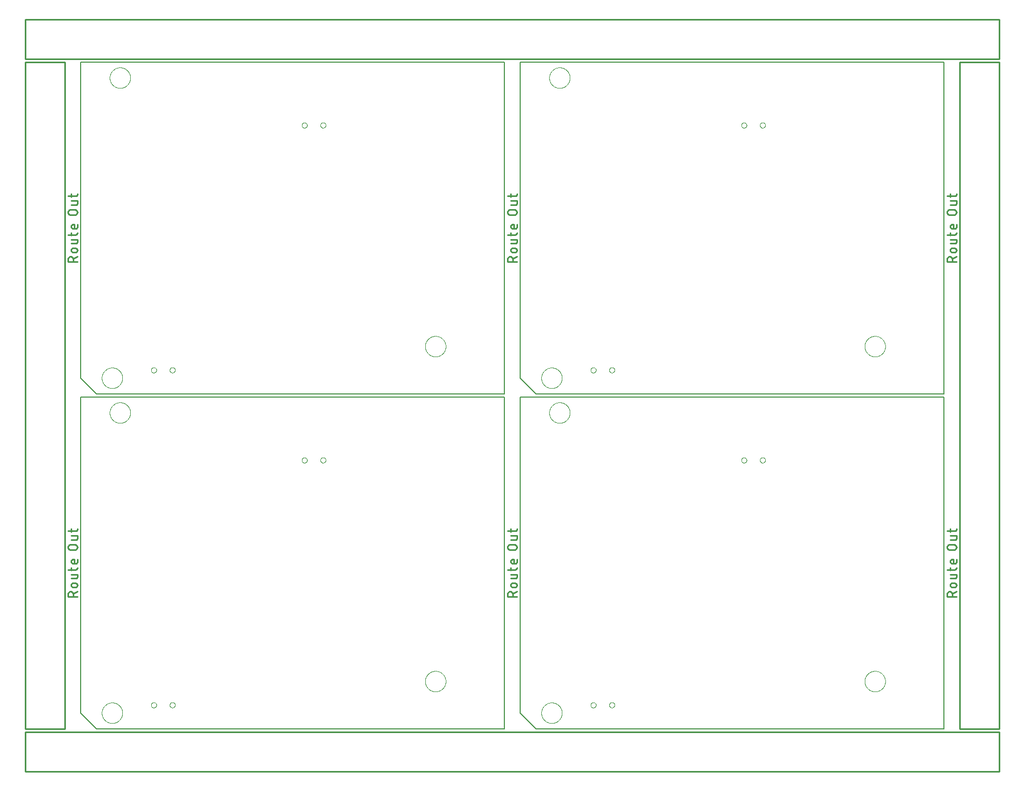
<source format=gko>
G75*
%MOIN*%
%OFA0B0*%
%FSLAX25Y25*%
%IPPOS*%
%LPD*%
%AMOC8*
5,1,8,0,0,1.08239X$1,22.5*
%
%ADD10C,0.00800*%
%ADD11C,0.01100*%
%ADD12C,0.01000*%
%ADD13C,0.00000*%
D10*
X0062524Y0038500D02*
X0062524Y0238500D01*
X0330524Y0238500D01*
X0330524Y0028500D01*
X0072524Y0028500D01*
X0062524Y0038500D01*
X0340524Y0038500D02*
X0340524Y0238500D01*
X0608524Y0238500D01*
X0608524Y0028500D01*
X0350524Y0028500D01*
X0340524Y0038500D01*
X0350524Y0240500D02*
X0608524Y0240500D01*
X0608524Y0450500D01*
X0340524Y0450500D01*
X0340524Y0250500D01*
X0350524Y0240500D01*
X0330524Y0240500D02*
X0330524Y0450500D01*
X0062524Y0450500D01*
X0062524Y0250500D01*
X0072524Y0240500D01*
X0330524Y0240500D01*
D11*
X0332574Y0324045D02*
X0332574Y0325684D01*
X0332576Y0325763D01*
X0332582Y0325842D01*
X0332591Y0325921D01*
X0332605Y0325999D01*
X0332622Y0326076D01*
X0332642Y0326153D01*
X0332667Y0326228D01*
X0332695Y0326302D01*
X0332727Y0326375D01*
X0332762Y0326446D01*
X0332800Y0326515D01*
X0332842Y0326582D01*
X0332887Y0326647D01*
X0332935Y0326710D01*
X0332986Y0326771D01*
X0333040Y0326829D01*
X0333097Y0326884D01*
X0333156Y0326937D01*
X0333218Y0326986D01*
X0333282Y0327033D01*
X0333348Y0327076D01*
X0333416Y0327116D01*
X0333487Y0327153D01*
X0333558Y0327187D01*
X0333632Y0327216D01*
X0333707Y0327243D01*
X0333782Y0327265D01*
X0333859Y0327284D01*
X0333937Y0327300D01*
X0334015Y0327311D01*
X0334094Y0327319D01*
X0334173Y0327323D01*
X0334253Y0327323D01*
X0334332Y0327319D01*
X0334411Y0327311D01*
X0334489Y0327300D01*
X0334567Y0327284D01*
X0334644Y0327265D01*
X0334719Y0327243D01*
X0334794Y0327216D01*
X0334868Y0327187D01*
X0334939Y0327153D01*
X0335010Y0327116D01*
X0335078Y0327076D01*
X0335144Y0327033D01*
X0335208Y0326986D01*
X0335270Y0326937D01*
X0335329Y0326884D01*
X0335386Y0326829D01*
X0335440Y0326771D01*
X0335491Y0326710D01*
X0335539Y0326647D01*
X0335584Y0326582D01*
X0335626Y0326515D01*
X0335664Y0326446D01*
X0335699Y0326375D01*
X0335731Y0326302D01*
X0335759Y0326228D01*
X0335784Y0326153D01*
X0335804Y0326076D01*
X0335821Y0325999D01*
X0335835Y0325921D01*
X0335844Y0325842D01*
X0335850Y0325763D01*
X0335852Y0325684D01*
X0335851Y0325684D02*
X0335851Y0324045D01*
X0335851Y0326012D02*
X0338474Y0327323D01*
X0337163Y0330062D02*
X0335851Y0330062D01*
X0335780Y0330064D01*
X0335709Y0330070D01*
X0335639Y0330079D01*
X0335569Y0330093D01*
X0335500Y0330110D01*
X0335432Y0330131D01*
X0335366Y0330155D01*
X0335301Y0330183D01*
X0335237Y0330215D01*
X0335175Y0330250D01*
X0335115Y0330288D01*
X0335058Y0330329D01*
X0335002Y0330374D01*
X0334949Y0330421D01*
X0334899Y0330471D01*
X0334852Y0330524D01*
X0334807Y0330580D01*
X0334766Y0330637D01*
X0334728Y0330697D01*
X0334693Y0330759D01*
X0334661Y0330823D01*
X0334633Y0330888D01*
X0334609Y0330954D01*
X0334588Y0331022D01*
X0334571Y0331091D01*
X0334557Y0331161D01*
X0334548Y0331231D01*
X0334542Y0331302D01*
X0334540Y0331373D01*
X0334542Y0331444D01*
X0334548Y0331515D01*
X0334557Y0331585D01*
X0334571Y0331655D01*
X0334588Y0331724D01*
X0334609Y0331792D01*
X0334633Y0331858D01*
X0334661Y0331923D01*
X0334693Y0331987D01*
X0334728Y0332049D01*
X0334766Y0332109D01*
X0334807Y0332166D01*
X0334852Y0332222D01*
X0334899Y0332275D01*
X0334949Y0332325D01*
X0335002Y0332372D01*
X0335058Y0332417D01*
X0335115Y0332458D01*
X0335175Y0332496D01*
X0335237Y0332531D01*
X0335301Y0332563D01*
X0335366Y0332591D01*
X0335432Y0332615D01*
X0335500Y0332636D01*
X0335569Y0332653D01*
X0335639Y0332667D01*
X0335709Y0332676D01*
X0335780Y0332682D01*
X0335851Y0332684D01*
X0337163Y0332684D01*
X0337234Y0332682D01*
X0337305Y0332676D01*
X0337375Y0332667D01*
X0337445Y0332653D01*
X0337514Y0332636D01*
X0337582Y0332615D01*
X0337648Y0332591D01*
X0337713Y0332563D01*
X0337777Y0332531D01*
X0337839Y0332496D01*
X0337899Y0332458D01*
X0337956Y0332417D01*
X0338012Y0332372D01*
X0338065Y0332325D01*
X0338115Y0332275D01*
X0338162Y0332222D01*
X0338207Y0332166D01*
X0338248Y0332109D01*
X0338286Y0332049D01*
X0338321Y0331987D01*
X0338353Y0331923D01*
X0338381Y0331858D01*
X0338405Y0331792D01*
X0338426Y0331724D01*
X0338443Y0331655D01*
X0338457Y0331585D01*
X0338466Y0331515D01*
X0338472Y0331444D01*
X0338474Y0331373D01*
X0338472Y0331302D01*
X0338466Y0331231D01*
X0338457Y0331161D01*
X0338443Y0331091D01*
X0338426Y0331022D01*
X0338405Y0330954D01*
X0338381Y0330888D01*
X0338353Y0330823D01*
X0338321Y0330759D01*
X0338286Y0330697D01*
X0338248Y0330637D01*
X0338207Y0330580D01*
X0338162Y0330524D01*
X0338115Y0330471D01*
X0338065Y0330421D01*
X0338012Y0330374D01*
X0337956Y0330329D01*
X0337899Y0330288D01*
X0337839Y0330250D01*
X0337777Y0330215D01*
X0337713Y0330183D01*
X0337648Y0330155D01*
X0337582Y0330131D01*
X0337514Y0330110D01*
X0337445Y0330093D01*
X0337375Y0330079D01*
X0337305Y0330070D01*
X0337234Y0330064D01*
X0337163Y0330062D01*
X0338474Y0324045D02*
X0332574Y0324045D01*
X0334540Y0335601D02*
X0337490Y0335601D01*
X0337552Y0335603D01*
X0337613Y0335609D01*
X0337674Y0335618D01*
X0337734Y0335632D01*
X0337794Y0335649D01*
X0337852Y0335670D01*
X0337909Y0335695D01*
X0337964Y0335723D01*
X0338017Y0335754D01*
X0338068Y0335789D01*
X0338117Y0335827D01*
X0338163Y0335867D01*
X0338207Y0335911D01*
X0338247Y0335957D01*
X0338285Y0336006D01*
X0338320Y0336057D01*
X0338351Y0336110D01*
X0338379Y0336165D01*
X0338404Y0336222D01*
X0338425Y0336280D01*
X0338442Y0336340D01*
X0338456Y0336400D01*
X0338465Y0336461D01*
X0338471Y0336522D01*
X0338473Y0336584D01*
X0338474Y0336584D02*
X0338474Y0338223D01*
X0334540Y0338223D01*
X0334540Y0340578D02*
X0334540Y0342544D01*
X0332574Y0341233D02*
X0337490Y0341233D01*
X0337552Y0341235D01*
X0337613Y0341241D01*
X0337674Y0341250D01*
X0337734Y0341264D01*
X0337794Y0341281D01*
X0337852Y0341302D01*
X0337909Y0341327D01*
X0337964Y0341355D01*
X0338017Y0341386D01*
X0338068Y0341421D01*
X0338117Y0341459D01*
X0338163Y0341499D01*
X0338207Y0341543D01*
X0338247Y0341589D01*
X0338285Y0341638D01*
X0338320Y0341689D01*
X0338351Y0341742D01*
X0338379Y0341797D01*
X0338404Y0341854D01*
X0338425Y0341912D01*
X0338442Y0341972D01*
X0338456Y0342032D01*
X0338465Y0342093D01*
X0338471Y0342154D01*
X0338473Y0342216D01*
X0338474Y0342216D02*
X0338474Y0342544D01*
X0337490Y0345037D02*
X0335851Y0345037D01*
X0336507Y0345037D02*
X0336507Y0347659D01*
X0335851Y0347659D01*
X0335780Y0347657D01*
X0335709Y0347651D01*
X0335639Y0347642D01*
X0335569Y0347628D01*
X0335500Y0347611D01*
X0335432Y0347590D01*
X0335366Y0347566D01*
X0335301Y0347538D01*
X0335237Y0347506D01*
X0335175Y0347471D01*
X0335115Y0347433D01*
X0335058Y0347392D01*
X0335002Y0347347D01*
X0334949Y0347300D01*
X0334899Y0347250D01*
X0334852Y0347197D01*
X0334807Y0347141D01*
X0334766Y0347084D01*
X0334728Y0347024D01*
X0334693Y0346962D01*
X0334661Y0346898D01*
X0334633Y0346833D01*
X0334609Y0346767D01*
X0334588Y0346699D01*
X0334571Y0346630D01*
X0334557Y0346560D01*
X0334548Y0346490D01*
X0334542Y0346419D01*
X0334540Y0346348D01*
X0334542Y0346277D01*
X0334548Y0346206D01*
X0334557Y0346136D01*
X0334571Y0346066D01*
X0334588Y0345997D01*
X0334609Y0345929D01*
X0334633Y0345863D01*
X0334661Y0345798D01*
X0334693Y0345734D01*
X0334728Y0345672D01*
X0334766Y0345612D01*
X0334807Y0345555D01*
X0334852Y0345499D01*
X0334899Y0345446D01*
X0334949Y0345396D01*
X0335002Y0345349D01*
X0335058Y0345304D01*
X0335115Y0345263D01*
X0335175Y0345225D01*
X0335237Y0345190D01*
X0335301Y0345158D01*
X0335366Y0345130D01*
X0335432Y0345106D01*
X0335500Y0345085D01*
X0335569Y0345068D01*
X0335639Y0345054D01*
X0335709Y0345045D01*
X0335780Y0345039D01*
X0335851Y0345037D01*
X0337490Y0345037D02*
X0337552Y0345039D01*
X0337613Y0345045D01*
X0337674Y0345054D01*
X0337734Y0345068D01*
X0337794Y0345085D01*
X0337852Y0345106D01*
X0337909Y0345131D01*
X0337964Y0345159D01*
X0338017Y0345190D01*
X0338068Y0345225D01*
X0338117Y0345263D01*
X0338163Y0345303D01*
X0338207Y0345347D01*
X0338247Y0345393D01*
X0338285Y0345442D01*
X0338320Y0345493D01*
X0338351Y0345546D01*
X0338379Y0345601D01*
X0338404Y0345658D01*
X0338425Y0345716D01*
X0338442Y0345776D01*
X0338456Y0345836D01*
X0338465Y0345897D01*
X0338471Y0345958D01*
X0338473Y0346020D01*
X0338474Y0346020D02*
X0338474Y0347659D01*
X0336835Y0353735D02*
X0334213Y0353735D01*
X0334134Y0353737D01*
X0334055Y0353743D01*
X0333976Y0353752D01*
X0333898Y0353766D01*
X0333821Y0353783D01*
X0333744Y0353803D01*
X0333669Y0353828D01*
X0333595Y0353856D01*
X0333522Y0353888D01*
X0333451Y0353923D01*
X0333382Y0353961D01*
X0333315Y0354003D01*
X0333250Y0354048D01*
X0333187Y0354096D01*
X0333126Y0354147D01*
X0333068Y0354201D01*
X0333013Y0354258D01*
X0332960Y0354317D01*
X0332911Y0354379D01*
X0332864Y0354443D01*
X0332821Y0354509D01*
X0332781Y0354577D01*
X0332744Y0354648D01*
X0332710Y0354719D01*
X0332681Y0354793D01*
X0332654Y0354868D01*
X0332632Y0354943D01*
X0332613Y0355020D01*
X0332597Y0355098D01*
X0332586Y0355176D01*
X0332578Y0355255D01*
X0332574Y0355334D01*
X0332574Y0355414D01*
X0332578Y0355493D01*
X0332586Y0355572D01*
X0332597Y0355650D01*
X0332613Y0355728D01*
X0332632Y0355805D01*
X0332654Y0355880D01*
X0332681Y0355955D01*
X0332710Y0356029D01*
X0332744Y0356100D01*
X0332781Y0356171D01*
X0332821Y0356239D01*
X0332864Y0356305D01*
X0332911Y0356369D01*
X0332960Y0356431D01*
X0333013Y0356490D01*
X0333068Y0356547D01*
X0333126Y0356601D01*
X0333187Y0356652D01*
X0333250Y0356700D01*
X0333315Y0356745D01*
X0333382Y0356787D01*
X0333451Y0356825D01*
X0333522Y0356860D01*
X0333595Y0356892D01*
X0333669Y0356920D01*
X0333744Y0356945D01*
X0333821Y0356965D01*
X0333898Y0356982D01*
X0333976Y0356996D01*
X0334055Y0357005D01*
X0334134Y0357011D01*
X0334213Y0357013D01*
X0336835Y0357013D01*
X0336914Y0357011D01*
X0336993Y0357005D01*
X0337072Y0356996D01*
X0337150Y0356982D01*
X0337227Y0356965D01*
X0337304Y0356945D01*
X0337379Y0356920D01*
X0337453Y0356892D01*
X0337526Y0356860D01*
X0337597Y0356825D01*
X0337666Y0356787D01*
X0337733Y0356745D01*
X0337798Y0356700D01*
X0337861Y0356652D01*
X0337922Y0356601D01*
X0337980Y0356547D01*
X0338035Y0356490D01*
X0338088Y0356431D01*
X0338137Y0356369D01*
X0338184Y0356305D01*
X0338227Y0356239D01*
X0338267Y0356171D01*
X0338304Y0356100D01*
X0338338Y0356029D01*
X0338367Y0355955D01*
X0338394Y0355880D01*
X0338416Y0355805D01*
X0338435Y0355728D01*
X0338451Y0355650D01*
X0338462Y0355572D01*
X0338470Y0355493D01*
X0338474Y0355414D01*
X0338474Y0355334D01*
X0338470Y0355255D01*
X0338462Y0355176D01*
X0338451Y0355098D01*
X0338435Y0355020D01*
X0338416Y0354943D01*
X0338394Y0354868D01*
X0338367Y0354793D01*
X0338338Y0354719D01*
X0338304Y0354648D01*
X0338267Y0354577D01*
X0338227Y0354509D01*
X0338184Y0354443D01*
X0338137Y0354379D01*
X0338088Y0354317D01*
X0338035Y0354258D01*
X0337980Y0354201D01*
X0337922Y0354147D01*
X0337861Y0354096D01*
X0337798Y0354048D01*
X0337733Y0354003D01*
X0337666Y0353961D01*
X0337597Y0353923D01*
X0337526Y0353888D01*
X0337453Y0353856D01*
X0337379Y0353828D01*
X0337304Y0353803D01*
X0337227Y0353783D01*
X0337150Y0353766D01*
X0337072Y0353752D01*
X0336993Y0353743D01*
X0336914Y0353737D01*
X0336835Y0353735D01*
X0337490Y0360012D02*
X0334540Y0360012D01*
X0334540Y0362634D02*
X0338474Y0362634D01*
X0338474Y0360995D01*
X0338473Y0360995D02*
X0338471Y0360933D01*
X0338465Y0360872D01*
X0338456Y0360811D01*
X0338442Y0360751D01*
X0338425Y0360691D01*
X0338404Y0360633D01*
X0338379Y0360576D01*
X0338351Y0360521D01*
X0338320Y0360468D01*
X0338285Y0360417D01*
X0338247Y0360368D01*
X0338207Y0360322D01*
X0338163Y0360278D01*
X0338117Y0360238D01*
X0338068Y0360200D01*
X0338017Y0360165D01*
X0337964Y0360134D01*
X0337909Y0360106D01*
X0337852Y0360081D01*
X0337794Y0360060D01*
X0337734Y0360043D01*
X0337674Y0360029D01*
X0337613Y0360020D01*
X0337552Y0360014D01*
X0337490Y0360012D01*
X0337490Y0365644D02*
X0332574Y0365644D01*
X0334540Y0364988D02*
X0334540Y0366955D01*
X0337490Y0365644D02*
X0337552Y0365646D01*
X0337613Y0365652D01*
X0337674Y0365661D01*
X0337734Y0365675D01*
X0337794Y0365692D01*
X0337852Y0365713D01*
X0337909Y0365738D01*
X0337964Y0365766D01*
X0338017Y0365797D01*
X0338068Y0365832D01*
X0338117Y0365870D01*
X0338163Y0365910D01*
X0338207Y0365954D01*
X0338247Y0366000D01*
X0338285Y0366049D01*
X0338320Y0366100D01*
X0338351Y0366153D01*
X0338379Y0366208D01*
X0338404Y0366265D01*
X0338425Y0366323D01*
X0338442Y0366383D01*
X0338456Y0366443D01*
X0338465Y0366504D01*
X0338471Y0366565D01*
X0338473Y0366627D01*
X0338474Y0366627D02*
X0338474Y0366955D01*
X0610574Y0365644D02*
X0615490Y0365644D01*
X0615552Y0365646D01*
X0615613Y0365652D01*
X0615674Y0365661D01*
X0615734Y0365675D01*
X0615794Y0365692D01*
X0615852Y0365713D01*
X0615909Y0365738D01*
X0615964Y0365766D01*
X0616017Y0365797D01*
X0616068Y0365832D01*
X0616117Y0365870D01*
X0616163Y0365910D01*
X0616207Y0365954D01*
X0616247Y0366000D01*
X0616285Y0366049D01*
X0616320Y0366100D01*
X0616351Y0366153D01*
X0616379Y0366208D01*
X0616404Y0366265D01*
X0616425Y0366323D01*
X0616442Y0366383D01*
X0616456Y0366443D01*
X0616465Y0366504D01*
X0616471Y0366565D01*
X0616473Y0366627D01*
X0616474Y0366627D02*
X0616474Y0366955D01*
X0612540Y0366955D02*
X0612540Y0364988D01*
X0612540Y0362634D02*
X0616474Y0362634D01*
X0616474Y0360995D01*
X0616473Y0360995D02*
X0616471Y0360933D01*
X0616465Y0360872D01*
X0616456Y0360811D01*
X0616442Y0360751D01*
X0616425Y0360691D01*
X0616404Y0360633D01*
X0616379Y0360576D01*
X0616351Y0360521D01*
X0616320Y0360468D01*
X0616285Y0360417D01*
X0616247Y0360368D01*
X0616207Y0360322D01*
X0616163Y0360278D01*
X0616117Y0360238D01*
X0616068Y0360200D01*
X0616017Y0360165D01*
X0615964Y0360134D01*
X0615909Y0360106D01*
X0615852Y0360081D01*
X0615794Y0360060D01*
X0615734Y0360043D01*
X0615674Y0360029D01*
X0615613Y0360020D01*
X0615552Y0360014D01*
X0615490Y0360012D01*
X0612540Y0360012D01*
X0612213Y0357013D02*
X0614835Y0357013D01*
X0614914Y0357011D01*
X0614993Y0357005D01*
X0615072Y0356996D01*
X0615150Y0356982D01*
X0615227Y0356965D01*
X0615304Y0356945D01*
X0615379Y0356920D01*
X0615453Y0356892D01*
X0615526Y0356860D01*
X0615597Y0356825D01*
X0615666Y0356787D01*
X0615733Y0356745D01*
X0615798Y0356700D01*
X0615861Y0356652D01*
X0615922Y0356601D01*
X0615980Y0356547D01*
X0616035Y0356490D01*
X0616088Y0356431D01*
X0616137Y0356369D01*
X0616184Y0356305D01*
X0616227Y0356239D01*
X0616267Y0356171D01*
X0616304Y0356100D01*
X0616338Y0356029D01*
X0616367Y0355955D01*
X0616394Y0355880D01*
X0616416Y0355805D01*
X0616435Y0355728D01*
X0616451Y0355650D01*
X0616462Y0355572D01*
X0616470Y0355493D01*
X0616474Y0355414D01*
X0616474Y0355334D01*
X0616470Y0355255D01*
X0616462Y0355176D01*
X0616451Y0355098D01*
X0616435Y0355020D01*
X0616416Y0354943D01*
X0616394Y0354868D01*
X0616367Y0354793D01*
X0616338Y0354719D01*
X0616304Y0354648D01*
X0616267Y0354577D01*
X0616227Y0354509D01*
X0616184Y0354443D01*
X0616137Y0354379D01*
X0616088Y0354317D01*
X0616035Y0354258D01*
X0615980Y0354201D01*
X0615922Y0354147D01*
X0615861Y0354096D01*
X0615798Y0354048D01*
X0615733Y0354003D01*
X0615666Y0353961D01*
X0615597Y0353923D01*
X0615526Y0353888D01*
X0615453Y0353856D01*
X0615379Y0353828D01*
X0615304Y0353803D01*
X0615227Y0353783D01*
X0615150Y0353766D01*
X0615072Y0353752D01*
X0614993Y0353743D01*
X0614914Y0353737D01*
X0614835Y0353735D01*
X0612213Y0353735D01*
X0612134Y0353737D01*
X0612055Y0353743D01*
X0611976Y0353752D01*
X0611898Y0353766D01*
X0611821Y0353783D01*
X0611744Y0353803D01*
X0611669Y0353828D01*
X0611595Y0353856D01*
X0611522Y0353888D01*
X0611451Y0353923D01*
X0611382Y0353961D01*
X0611315Y0354003D01*
X0611250Y0354048D01*
X0611187Y0354096D01*
X0611126Y0354147D01*
X0611068Y0354201D01*
X0611013Y0354258D01*
X0610960Y0354317D01*
X0610911Y0354379D01*
X0610864Y0354443D01*
X0610821Y0354509D01*
X0610781Y0354577D01*
X0610744Y0354648D01*
X0610710Y0354719D01*
X0610681Y0354793D01*
X0610654Y0354868D01*
X0610632Y0354943D01*
X0610613Y0355020D01*
X0610597Y0355098D01*
X0610586Y0355176D01*
X0610578Y0355255D01*
X0610574Y0355334D01*
X0610574Y0355414D01*
X0610578Y0355493D01*
X0610586Y0355572D01*
X0610597Y0355650D01*
X0610613Y0355728D01*
X0610632Y0355805D01*
X0610654Y0355880D01*
X0610681Y0355955D01*
X0610710Y0356029D01*
X0610744Y0356100D01*
X0610781Y0356171D01*
X0610821Y0356239D01*
X0610864Y0356305D01*
X0610911Y0356369D01*
X0610960Y0356431D01*
X0611013Y0356490D01*
X0611068Y0356547D01*
X0611126Y0356601D01*
X0611187Y0356652D01*
X0611250Y0356700D01*
X0611315Y0356745D01*
X0611382Y0356787D01*
X0611451Y0356825D01*
X0611522Y0356860D01*
X0611595Y0356892D01*
X0611669Y0356920D01*
X0611744Y0356945D01*
X0611821Y0356965D01*
X0611898Y0356982D01*
X0611976Y0356996D01*
X0612055Y0357005D01*
X0612134Y0357011D01*
X0612213Y0357013D01*
X0613851Y0347659D02*
X0614507Y0347659D01*
X0614507Y0345037D01*
X0613851Y0345037D02*
X0615490Y0345037D01*
X0615552Y0345039D01*
X0615613Y0345045D01*
X0615674Y0345054D01*
X0615734Y0345068D01*
X0615794Y0345085D01*
X0615852Y0345106D01*
X0615909Y0345131D01*
X0615964Y0345159D01*
X0616017Y0345190D01*
X0616068Y0345225D01*
X0616117Y0345263D01*
X0616163Y0345303D01*
X0616207Y0345347D01*
X0616247Y0345393D01*
X0616285Y0345442D01*
X0616320Y0345493D01*
X0616351Y0345546D01*
X0616379Y0345601D01*
X0616404Y0345658D01*
X0616425Y0345716D01*
X0616442Y0345776D01*
X0616456Y0345836D01*
X0616465Y0345897D01*
X0616471Y0345958D01*
X0616473Y0346020D01*
X0616474Y0346020D02*
X0616474Y0347659D01*
X0613851Y0347659D02*
X0613780Y0347657D01*
X0613709Y0347651D01*
X0613639Y0347642D01*
X0613569Y0347628D01*
X0613500Y0347611D01*
X0613432Y0347590D01*
X0613366Y0347566D01*
X0613301Y0347538D01*
X0613237Y0347506D01*
X0613175Y0347471D01*
X0613115Y0347433D01*
X0613058Y0347392D01*
X0613002Y0347347D01*
X0612949Y0347300D01*
X0612899Y0347250D01*
X0612852Y0347197D01*
X0612807Y0347141D01*
X0612766Y0347084D01*
X0612728Y0347024D01*
X0612693Y0346962D01*
X0612661Y0346898D01*
X0612633Y0346833D01*
X0612609Y0346767D01*
X0612588Y0346699D01*
X0612571Y0346630D01*
X0612557Y0346560D01*
X0612548Y0346490D01*
X0612542Y0346419D01*
X0612540Y0346348D01*
X0612542Y0346277D01*
X0612548Y0346206D01*
X0612557Y0346136D01*
X0612571Y0346066D01*
X0612588Y0345997D01*
X0612609Y0345929D01*
X0612633Y0345863D01*
X0612661Y0345798D01*
X0612693Y0345734D01*
X0612728Y0345672D01*
X0612766Y0345612D01*
X0612807Y0345555D01*
X0612852Y0345499D01*
X0612899Y0345446D01*
X0612949Y0345396D01*
X0613002Y0345349D01*
X0613058Y0345304D01*
X0613115Y0345263D01*
X0613175Y0345225D01*
X0613237Y0345190D01*
X0613301Y0345158D01*
X0613366Y0345130D01*
X0613432Y0345106D01*
X0613500Y0345085D01*
X0613569Y0345068D01*
X0613639Y0345054D01*
X0613709Y0345045D01*
X0613780Y0345039D01*
X0613851Y0345037D01*
X0612540Y0342544D02*
X0612540Y0340578D01*
X0610574Y0341233D02*
X0615490Y0341233D01*
X0615552Y0341235D01*
X0615613Y0341241D01*
X0615674Y0341250D01*
X0615734Y0341264D01*
X0615794Y0341281D01*
X0615852Y0341302D01*
X0615909Y0341327D01*
X0615964Y0341355D01*
X0616017Y0341386D01*
X0616068Y0341421D01*
X0616117Y0341459D01*
X0616163Y0341499D01*
X0616207Y0341543D01*
X0616247Y0341589D01*
X0616285Y0341638D01*
X0616320Y0341689D01*
X0616351Y0341742D01*
X0616379Y0341797D01*
X0616404Y0341854D01*
X0616425Y0341912D01*
X0616442Y0341972D01*
X0616456Y0342032D01*
X0616465Y0342093D01*
X0616471Y0342154D01*
X0616473Y0342216D01*
X0616474Y0342216D02*
X0616474Y0342544D01*
X0616474Y0338223D02*
X0612540Y0338223D01*
X0612540Y0335601D02*
X0615490Y0335601D01*
X0615552Y0335603D01*
X0615613Y0335609D01*
X0615674Y0335618D01*
X0615734Y0335632D01*
X0615794Y0335649D01*
X0615852Y0335670D01*
X0615909Y0335695D01*
X0615964Y0335723D01*
X0616017Y0335754D01*
X0616068Y0335789D01*
X0616117Y0335827D01*
X0616163Y0335867D01*
X0616207Y0335911D01*
X0616247Y0335957D01*
X0616285Y0336006D01*
X0616320Y0336057D01*
X0616351Y0336110D01*
X0616379Y0336165D01*
X0616404Y0336222D01*
X0616425Y0336280D01*
X0616442Y0336340D01*
X0616456Y0336400D01*
X0616465Y0336461D01*
X0616471Y0336522D01*
X0616473Y0336584D01*
X0616474Y0336584D02*
X0616474Y0338223D01*
X0615163Y0332684D02*
X0613851Y0332684D01*
X0613780Y0332682D01*
X0613709Y0332676D01*
X0613639Y0332667D01*
X0613569Y0332653D01*
X0613500Y0332636D01*
X0613432Y0332615D01*
X0613366Y0332591D01*
X0613301Y0332563D01*
X0613237Y0332531D01*
X0613175Y0332496D01*
X0613115Y0332458D01*
X0613058Y0332417D01*
X0613002Y0332372D01*
X0612949Y0332325D01*
X0612899Y0332275D01*
X0612852Y0332222D01*
X0612807Y0332166D01*
X0612766Y0332109D01*
X0612728Y0332049D01*
X0612693Y0331987D01*
X0612661Y0331923D01*
X0612633Y0331858D01*
X0612609Y0331792D01*
X0612588Y0331724D01*
X0612571Y0331655D01*
X0612557Y0331585D01*
X0612548Y0331515D01*
X0612542Y0331444D01*
X0612540Y0331373D01*
X0612542Y0331302D01*
X0612548Y0331231D01*
X0612557Y0331161D01*
X0612571Y0331091D01*
X0612588Y0331022D01*
X0612609Y0330954D01*
X0612633Y0330888D01*
X0612661Y0330823D01*
X0612693Y0330759D01*
X0612728Y0330697D01*
X0612766Y0330637D01*
X0612807Y0330580D01*
X0612852Y0330524D01*
X0612899Y0330471D01*
X0612949Y0330421D01*
X0613002Y0330374D01*
X0613058Y0330329D01*
X0613115Y0330288D01*
X0613175Y0330250D01*
X0613237Y0330215D01*
X0613301Y0330183D01*
X0613366Y0330155D01*
X0613432Y0330131D01*
X0613500Y0330110D01*
X0613569Y0330093D01*
X0613639Y0330079D01*
X0613709Y0330070D01*
X0613780Y0330064D01*
X0613851Y0330062D01*
X0615163Y0330062D01*
X0615234Y0330064D01*
X0615305Y0330070D01*
X0615375Y0330079D01*
X0615445Y0330093D01*
X0615514Y0330110D01*
X0615582Y0330131D01*
X0615648Y0330155D01*
X0615713Y0330183D01*
X0615777Y0330215D01*
X0615839Y0330250D01*
X0615899Y0330288D01*
X0615956Y0330329D01*
X0616012Y0330374D01*
X0616065Y0330421D01*
X0616115Y0330471D01*
X0616162Y0330524D01*
X0616207Y0330580D01*
X0616248Y0330637D01*
X0616286Y0330697D01*
X0616321Y0330759D01*
X0616353Y0330823D01*
X0616381Y0330888D01*
X0616405Y0330954D01*
X0616426Y0331022D01*
X0616443Y0331091D01*
X0616457Y0331161D01*
X0616466Y0331231D01*
X0616472Y0331302D01*
X0616474Y0331373D01*
X0616472Y0331444D01*
X0616466Y0331515D01*
X0616457Y0331585D01*
X0616443Y0331655D01*
X0616426Y0331724D01*
X0616405Y0331792D01*
X0616381Y0331858D01*
X0616353Y0331923D01*
X0616321Y0331987D01*
X0616286Y0332049D01*
X0616248Y0332109D01*
X0616207Y0332166D01*
X0616162Y0332222D01*
X0616115Y0332275D01*
X0616065Y0332325D01*
X0616012Y0332372D01*
X0615956Y0332417D01*
X0615899Y0332458D01*
X0615839Y0332496D01*
X0615777Y0332531D01*
X0615713Y0332563D01*
X0615648Y0332591D01*
X0615582Y0332615D01*
X0615514Y0332636D01*
X0615445Y0332653D01*
X0615375Y0332667D01*
X0615305Y0332676D01*
X0615234Y0332682D01*
X0615163Y0332684D01*
X0616474Y0327323D02*
X0613851Y0326012D01*
X0613851Y0325684D02*
X0613851Y0324045D01*
X0613852Y0325684D02*
X0613850Y0325763D01*
X0613844Y0325842D01*
X0613835Y0325921D01*
X0613821Y0325999D01*
X0613804Y0326076D01*
X0613784Y0326153D01*
X0613759Y0326228D01*
X0613731Y0326302D01*
X0613699Y0326375D01*
X0613664Y0326446D01*
X0613626Y0326515D01*
X0613584Y0326582D01*
X0613539Y0326647D01*
X0613491Y0326710D01*
X0613440Y0326771D01*
X0613386Y0326829D01*
X0613329Y0326884D01*
X0613270Y0326937D01*
X0613208Y0326986D01*
X0613144Y0327033D01*
X0613078Y0327076D01*
X0613010Y0327116D01*
X0612939Y0327153D01*
X0612868Y0327187D01*
X0612794Y0327216D01*
X0612719Y0327243D01*
X0612644Y0327265D01*
X0612567Y0327284D01*
X0612489Y0327300D01*
X0612411Y0327311D01*
X0612332Y0327319D01*
X0612253Y0327323D01*
X0612173Y0327323D01*
X0612094Y0327319D01*
X0612015Y0327311D01*
X0611937Y0327300D01*
X0611859Y0327284D01*
X0611782Y0327265D01*
X0611707Y0327243D01*
X0611632Y0327216D01*
X0611558Y0327187D01*
X0611487Y0327153D01*
X0611416Y0327116D01*
X0611348Y0327076D01*
X0611282Y0327033D01*
X0611218Y0326986D01*
X0611156Y0326937D01*
X0611097Y0326884D01*
X0611040Y0326829D01*
X0610986Y0326771D01*
X0610935Y0326710D01*
X0610887Y0326647D01*
X0610842Y0326582D01*
X0610800Y0326515D01*
X0610762Y0326446D01*
X0610727Y0326375D01*
X0610695Y0326302D01*
X0610667Y0326228D01*
X0610642Y0326153D01*
X0610622Y0326076D01*
X0610605Y0325999D01*
X0610591Y0325921D01*
X0610582Y0325842D01*
X0610576Y0325763D01*
X0610574Y0325684D01*
X0610574Y0324045D01*
X0616474Y0324045D01*
X0616474Y0154955D02*
X0616474Y0154627D01*
X0616473Y0154627D02*
X0616471Y0154565D01*
X0616465Y0154504D01*
X0616456Y0154443D01*
X0616442Y0154383D01*
X0616425Y0154323D01*
X0616404Y0154265D01*
X0616379Y0154208D01*
X0616351Y0154153D01*
X0616320Y0154100D01*
X0616285Y0154049D01*
X0616247Y0154000D01*
X0616207Y0153954D01*
X0616163Y0153910D01*
X0616117Y0153870D01*
X0616068Y0153832D01*
X0616017Y0153797D01*
X0615964Y0153766D01*
X0615909Y0153738D01*
X0615852Y0153713D01*
X0615794Y0153692D01*
X0615734Y0153675D01*
X0615674Y0153661D01*
X0615613Y0153652D01*
X0615552Y0153646D01*
X0615490Y0153644D01*
X0610574Y0153644D01*
X0612540Y0152988D02*
X0612540Y0154955D01*
X0612540Y0150634D02*
X0616474Y0150634D01*
X0616474Y0148995D01*
X0616473Y0148995D02*
X0616471Y0148933D01*
X0616465Y0148872D01*
X0616456Y0148811D01*
X0616442Y0148751D01*
X0616425Y0148691D01*
X0616404Y0148633D01*
X0616379Y0148576D01*
X0616351Y0148521D01*
X0616320Y0148468D01*
X0616285Y0148417D01*
X0616247Y0148368D01*
X0616207Y0148322D01*
X0616163Y0148278D01*
X0616117Y0148238D01*
X0616068Y0148200D01*
X0616017Y0148165D01*
X0615964Y0148134D01*
X0615909Y0148106D01*
X0615852Y0148081D01*
X0615794Y0148060D01*
X0615734Y0148043D01*
X0615674Y0148029D01*
X0615613Y0148020D01*
X0615552Y0148014D01*
X0615490Y0148012D01*
X0612540Y0148012D01*
X0612213Y0145013D02*
X0614835Y0145013D01*
X0614914Y0145011D01*
X0614993Y0145005D01*
X0615072Y0144996D01*
X0615150Y0144982D01*
X0615227Y0144965D01*
X0615304Y0144945D01*
X0615379Y0144920D01*
X0615453Y0144892D01*
X0615526Y0144860D01*
X0615597Y0144825D01*
X0615666Y0144787D01*
X0615733Y0144745D01*
X0615798Y0144700D01*
X0615861Y0144652D01*
X0615922Y0144601D01*
X0615980Y0144547D01*
X0616035Y0144490D01*
X0616088Y0144431D01*
X0616137Y0144369D01*
X0616184Y0144305D01*
X0616227Y0144239D01*
X0616267Y0144171D01*
X0616304Y0144100D01*
X0616338Y0144029D01*
X0616367Y0143955D01*
X0616394Y0143880D01*
X0616416Y0143805D01*
X0616435Y0143728D01*
X0616451Y0143650D01*
X0616462Y0143572D01*
X0616470Y0143493D01*
X0616474Y0143414D01*
X0616474Y0143334D01*
X0616470Y0143255D01*
X0616462Y0143176D01*
X0616451Y0143098D01*
X0616435Y0143020D01*
X0616416Y0142943D01*
X0616394Y0142868D01*
X0616367Y0142793D01*
X0616338Y0142719D01*
X0616304Y0142648D01*
X0616267Y0142577D01*
X0616227Y0142509D01*
X0616184Y0142443D01*
X0616137Y0142379D01*
X0616088Y0142317D01*
X0616035Y0142258D01*
X0615980Y0142201D01*
X0615922Y0142147D01*
X0615861Y0142096D01*
X0615798Y0142048D01*
X0615733Y0142003D01*
X0615666Y0141961D01*
X0615597Y0141923D01*
X0615526Y0141888D01*
X0615453Y0141856D01*
X0615379Y0141828D01*
X0615304Y0141803D01*
X0615227Y0141783D01*
X0615150Y0141766D01*
X0615072Y0141752D01*
X0614993Y0141743D01*
X0614914Y0141737D01*
X0614835Y0141735D01*
X0612213Y0141735D01*
X0612134Y0141737D01*
X0612055Y0141743D01*
X0611976Y0141752D01*
X0611898Y0141766D01*
X0611821Y0141783D01*
X0611744Y0141803D01*
X0611669Y0141828D01*
X0611595Y0141856D01*
X0611522Y0141888D01*
X0611451Y0141923D01*
X0611382Y0141961D01*
X0611315Y0142003D01*
X0611250Y0142048D01*
X0611187Y0142096D01*
X0611126Y0142147D01*
X0611068Y0142201D01*
X0611013Y0142258D01*
X0610960Y0142317D01*
X0610911Y0142379D01*
X0610864Y0142443D01*
X0610821Y0142509D01*
X0610781Y0142577D01*
X0610744Y0142648D01*
X0610710Y0142719D01*
X0610681Y0142793D01*
X0610654Y0142868D01*
X0610632Y0142943D01*
X0610613Y0143020D01*
X0610597Y0143098D01*
X0610586Y0143176D01*
X0610578Y0143255D01*
X0610574Y0143334D01*
X0610574Y0143414D01*
X0610578Y0143493D01*
X0610586Y0143572D01*
X0610597Y0143650D01*
X0610613Y0143728D01*
X0610632Y0143805D01*
X0610654Y0143880D01*
X0610681Y0143955D01*
X0610710Y0144029D01*
X0610744Y0144100D01*
X0610781Y0144171D01*
X0610821Y0144239D01*
X0610864Y0144305D01*
X0610911Y0144369D01*
X0610960Y0144431D01*
X0611013Y0144490D01*
X0611068Y0144547D01*
X0611126Y0144601D01*
X0611187Y0144652D01*
X0611250Y0144700D01*
X0611315Y0144745D01*
X0611382Y0144787D01*
X0611451Y0144825D01*
X0611522Y0144860D01*
X0611595Y0144892D01*
X0611669Y0144920D01*
X0611744Y0144945D01*
X0611821Y0144965D01*
X0611898Y0144982D01*
X0611976Y0144996D01*
X0612055Y0145005D01*
X0612134Y0145011D01*
X0612213Y0145013D01*
X0613851Y0135659D02*
X0614507Y0135659D01*
X0614507Y0133037D01*
X0613851Y0133037D02*
X0615490Y0133037D01*
X0615552Y0133039D01*
X0615613Y0133045D01*
X0615674Y0133054D01*
X0615734Y0133068D01*
X0615794Y0133085D01*
X0615852Y0133106D01*
X0615909Y0133131D01*
X0615964Y0133159D01*
X0616017Y0133190D01*
X0616068Y0133225D01*
X0616117Y0133263D01*
X0616163Y0133303D01*
X0616207Y0133347D01*
X0616247Y0133393D01*
X0616285Y0133442D01*
X0616320Y0133493D01*
X0616351Y0133546D01*
X0616379Y0133601D01*
X0616404Y0133658D01*
X0616425Y0133716D01*
X0616442Y0133776D01*
X0616456Y0133836D01*
X0616465Y0133897D01*
X0616471Y0133958D01*
X0616473Y0134020D01*
X0616474Y0134020D02*
X0616474Y0135659D01*
X0613851Y0135659D02*
X0613780Y0135657D01*
X0613709Y0135651D01*
X0613639Y0135642D01*
X0613569Y0135628D01*
X0613500Y0135611D01*
X0613432Y0135590D01*
X0613366Y0135566D01*
X0613301Y0135538D01*
X0613237Y0135506D01*
X0613175Y0135471D01*
X0613115Y0135433D01*
X0613058Y0135392D01*
X0613002Y0135347D01*
X0612949Y0135300D01*
X0612899Y0135250D01*
X0612852Y0135197D01*
X0612807Y0135141D01*
X0612766Y0135084D01*
X0612728Y0135024D01*
X0612693Y0134962D01*
X0612661Y0134898D01*
X0612633Y0134833D01*
X0612609Y0134767D01*
X0612588Y0134699D01*
X0612571Y0134630D01*
X0612557Y0134560D01*
X0612548Y0134490D01*
X0612542Y0134419D01*
X0612540Y0134348D01*
X0612542Y0134277D01*
X0612548Y0134206D01*
X0612557Y0134136D01*
X0612571Y0134066D01*
X0612588Y0133997D01*
X0612609Y0133929D01*
X0612633Y0133863D01*
X0612661Y0133798D01*
X0612693Y0133734D01*
X0612728Y0133672D01*
X0612766Y0133612D01*
X0612807Y0133555D01*
X0612852Y0133499D01*
X0612899Y0133446D01*
X0612949Y0133396D01*
X0613002Y0133349D01*
X0613058Y0133304D01*
X0613115Y0133263D01*
X0613175Y0133225D01*
X0613237Y0133190D01*
X0613301Y0133158D01*
X0613366Y0133130D01*
X0613432Y0133106D01*
X0613500Y0133085D01*
X0613569Y0133068D01*
X0613639Y0133054D01*
X0613709Y0133045D01*
X0613780Y0133039D01*
X0613851Y0133037D01*
X0612540Y0130544D02*
X0612540Y0128578D01*
X0610574Y0129233D02*
X0615490Y0129233D01*
X0615552Y0129235D01*
X0615613Y0129241D01*
X0615674Y0129250D01*
X0615734Y0129264D01*
X0615794Y0129281D01*
X0615852Y0129302D01*
X0615909Y0129327D01*
X0615964Y0129355D01*
X0616017Y0129386D01*
X0616068Y0129421D01*
X0616117Y0129459D01*
X0616163Y0129499D01*
X0616207Y0129543D01*
X0616247Y0129589D01*
X0616285Y0129638D01*
X0616320Y0129689D01*
X0616351Y0129742D01*
X0616379Y0129797D01*
X0616404Y0129854D01*
X0616425Y0129912D01*
X0616442Y0129972D01*
X0616456Y0130032D01*
X0616465Y0130093D01*
X0616471Y0130154D01*
X0616473Y0130216D01*
X0616474Y0130216D02*
X0616474Y0130544D01*
X0616474Y0126223D02*
X0612540Y0126223D01*
X0612540Y0123601D02*
X0615490Y0123601D01*
X0615552Y0123603D01*
X0615613Y0123609D01*
X0615674Y0123618D01*
X0615734Y0123632D01*
X0615794Y0123649D01*
X0615852Y0123670D01*
X0615909Y0123695D01*
X0615964Y0123723D01*
X0616017Y0123754D01*
X0616068Y0123789D01*
X0616117Y0123827D01*
X0616163Y0123867D01*
X0616207Y0123911D01*
X0616247Y0123957D01*
X0616285Y0124006D01*
X0616320Y0124057D01*
X0616351Y0124110D01*
X0616379Y0124165D01*
X0616404Y0124222D01*
X0616425Y0124280D01*
X0616442Y0124340D01*
X0616456Y0124400D01*
X0616465Y0124461D01*
X0616471Y0124522D01*
X0616473Y0124584D01*
X0616474Y0124584D02*
X0616474Y0126223D01*
X0615163Y0120684D02*
X0613851Y0120684D01*
X0613780Y0120682D01*
X0613709Y0120676D01*
X0613639Y0120667D01*
X0613569Y0120653D01*
X0613500Y0120636D01*
X0613432Y0120615D01*
X0613366Y0120591D01*
X0613301Y0120563D01*
X0613237Y0120531D01*
X0613175Y0120496D01*
X0613115Y0120458D01*
X0613058Y0120417D01*
X0613002Y0120372D01*
X0612949Y0120325D01*
X0612899Y0120275D01*
X0612852Y0120222D01*
X0612807Y0120166D01*
X0612766Y0120109D01*
X0612728Y0120049D01*
X0612693Y0119987D01*
X0612661Y0119923D01*
X0612633Y0119858D01*
X0612609Y0119792D01*
X0612588Y0119724D01*
X0612571Y0119655D01*
X0612557Y0119585D01*
X0612548Y0119515D01*
X0612542Y0119444D01*
X0612540Y0119373D01*
X0612542Y0119302D01*
X0612548Y0119231D01*
X0612557Y0119161D01*
X0612571Y0119091D01*
X0612588Y0119022D01*
X0612609Y0118954D01*
X0612633Y0118888D01*
X0612661Y0118823D01*
X0612693Y0118759D01*
X0612728Y0118697D01*
X0612766Y0118637D01*
X0612807Y0118580D01*
X0612852Y0118524D01*
X0612899Y0118471D01*
X0612949Y0118421D01*
X0613002Y0118374D01*
X0613058Y0118329D01*
X0613115Y0118288D01*
X0613175Y0118250D01*
X0613237Y0118215D01*
X0613301Y0118183D01*
X0613366Y0118155D01*
X0613432Y0118131D01*
X0613500Y0118110D01*
X0613569Y0118093D01*
X0613639Y0118079D01*
X0613709Y0118070D01*
X0613780Y0118064D01*
X0613851Y0118062D01*
X0615163Y0118062D01*
X0615234Y0118064D01*
X0615305Y0118070D01*
X0615375Y0118079D01*
X0615445Y0118093D01*
X0615514Y0118110D01*
X0615582Y0118131D01*
X0615648Y0118155D01*
X0615713Y0118183D01*
X0615777Y0118215D01*
X0615839Y0118250D01*
X0615899Y0118288D01*
X0615956Y0118329D01*
X0616012Y0118374D01*
X0616065Y0118421D01*
X0616115Y0118471D01*
X0616162Y0118524D01*
X0616207Y0118580D01*
X0616248Y0118637D01*
X0616286Y0118697D01*
X0616321Y0118759D01*
X0616353Y0118823D01*
X0616381Y0118888D01*
X0616405Y0118954D01*
X0616426Y0119022D01*
X0616443Y0119091D01*
X0616457Y0119161D01*
X0616466Y0119231D01*
X0616472Y0119302D01*
X0616474Y0119373D01*
X0616472Y0119444D01*
X0616466Y0119515D01*
X0616457Y0119585D01*
X0616443Y0119655D01*
X0616426Y0119724D01*
X0616405Y0119792D01*
X0616381Y0119858D01*
X0616353Y0119923D01*
X0616321Y0119987D01*
X0616286Y0120049D01*
X0616248Y0120109D01*
X0616207Y0120166D01*
X0616162Y0120222D01*
X0616115Y0120275D01*
X0616065Y0120325D01*
X0616012Y0120372D01*
X0615956Y0120417D01*
X0615899Y0120458D01*
X0615839Y0120496D01*
X0615777Y0120531D01*
X0615713Y0120563D01*
X0615648Y0120591D01*
X0615582Y0120615D01*
X0615514Y0120636D01*
X0615445Y0120653D01*
X0615375Y0120667D01*
X0615305Y0120676D01*
X0615234Y0120682D01*
X0615163Y0120684D01*
X0616474Y0115323D02*
X0613851Y0114012D01*
X0613851Y0113684D02*
X0613851Y0112045D01*
X0613852Y0113684D02*
X0613850Y0113763D01*
X0613844Y0113842D01*
X0613835Y0113921D01*
X0613821Y0113999D01*
X0613804Y0114076D01*
X0613784Y0114153D01*
X0613759Y0114228D01*
X0613731Y0114302D01*
X0613699Y0114375D01*
X0613664Y0114446D01*
X0613626Y0114515D01*
X0613584Y0114582D01*
X0613539Y0114647D01*
X0613491Y0114710D01*
X0613440Y0114771D01*
X0613386Y0114829D01*
X0613329Y0114884D01*
X0613270Y0114937D01*
X0613208Y0114986D01*
X0613144Y0115033D01*
X0613078Y0115076D01*
X0613010Y0115116D01*
X0612939Y0115153D01*
X0612868Y0115187D01*
X0612794Y0115216D01*
X0612719Y0115243D01*
X0612644Y0115265D01*
X0612567Y0115284D01*
X0612489Y0115300D01*
X0612411Y0115311D01*
X0612332Y0115319D01*
X0612253Y0115323D01*
X0612173Y0115323D01*
X0612094Y0115319D01*
X0612015Y0115311D01*
X0611937Y0115300D01*
X0611859Y0115284D01*
X0611782Y0115265D01*
X0611707Y0115243D01*
X0611632Y0115216D01*
X0611558Y0115187D01*
X0611487Y0115153D01*
X0611416Y0115116D01*
X0611348Y0115076D01*
X0611282Y0115033D01*
X0611218Y0114986D01*
X0611156Y0114937D01*
X0611097Y0114884D01*
X0611040Y0114829D01*
X0610986Y0114771D01*
X0610935Y0114710D01*
X0610887Y0114647D01*
X0610842Y0114582D01*
X0610800Y0114515D01*
X0610762Y0114446D01*
X0610727Y0114375D01*
X0610695Y0114302D01*
X0610667Y0114228D01*
X0610642Y0114153D01*
X0610622Y0114076D01*
X0610605Y0113999D01*
X0610591Y0113921D01*
X0610582Y0113842D01*
X0610576Y0113763D01*
X0610574Y0113684D01*
X0610574Y0112045D01*
X0616474Y0112045D01*
X0338474Y0112045D02*
X0332574Y0112045D01*
X0332574Y0113684D01*
X0332576Y0113763D01*
X0332582Y0113842D01*
X0332591Y0113921D01*
X0332605Y0113999D01*
X0332622Y0114076D01*
X0332642Y0114153D01*
X0332667Y0114228D01*
X0332695Y0114302D01*
X0332727Y0114375D01*
X0332762Y0114446D01*
X0332800Y0114515D01*
X0332842Y0114582D01*
X0332887Y0114647D01*
X0332935Y0114710D01*
X0332986Y0114771D01*
X0333040Y0114829D01*
X0333097Y0114884D01*
X0333156Y0114937D01*
X0333218Y0114986D01*
X0333282Y0115033D01*
X0333348Y0115076D01*
X0333416Y0115116D01*
X0333487Y0115153D01*
X0333558Y0115187D01*
X0333632Y0115216D01*
X0333707Y0115243D01*
X0333782Y0115265D01*
X0333859Y0115284D01*
X0333937Y0115300D01*
X0334015Y0115311D01*
X0334094Y0115319D01*
X0334173Y0115323D01*
X0334253Y0115323D01*
X0334332Y0115319D01*
X0334411Y0115311D01*
X0334489Y0115300D01*
X0334567Y0115284D01*
X0334644Y0115265D01*
X0334719Y0115243D01*
X0334794Y0115216D01*
X0334868Y0115187D01*
X0334939Y0115153D01*
X0335010Y0115116D01*
X0335078Y0115076D01*
X0335144Y0115033D01*
X0335208Y0114986D01*
X0335270Y0114937D01*
X0335329Y0114884D01*
X0335386Y0114829D01*
X0335440Y0114771D01*
X0335491Y0114710D01*
X0335539Y0114647D01*
X0335584Y0114582D01*
X0335626Y0114515D01*
X0335664Y0114446D01*
X0335699Y0114375D01*
X0335731Y0114302D01*
X0335759Y0114228D01*
X0335784Y0114153D01*
X0335804Y0114076D01*
X0335821Y0113999D01*
X0335835Y0113921D01*
X0335844Y0113842D01*
X0335850Y0113763D01*
X0335852Y0113684D01*
X0335851Y0113684D02*
X0335851Y0112045D01*
X0335851Y0114012D02*
X0338474Y0115323D01*
X0337163Y0118062D02*
X0335851Y0118062D01*
X0335780Y0118064D01*
X0335709Y0118070D01*
X0335639Y0118079D01*
X0335569Y0118093D01*
X0335500Y0118110D01*
X0335432Y0118131D01*
X0335366Y0118155D01*
X0335301Y0118183D01*
X0335237Y0118215D01*
X0335175Y0118250D01*
X0335115Y0118288D01*
X0335058Y0118329D01*
X0335002Y0118374D01*
X0334949Y0118421D01*
X0334899Y0118471D01*
X0334852Y0118524D01*
X0334807Y0118580D01*
X0334766Y0118637D01*
X0334728Y0118697D01*
X0334693Y0118759D01*
X0334661Y0118823D01*
X0334633Y0118888D01*
X0334609Y0118954D01*
X0334588Y0119022D01*
X0334571Y0119091D01*
X0334557Y0119161D01*
X0334548Y0119231D01*
X0334542Y0119302D01*
X0334540Y0119373D01*
X0334542Y0119444D01*
X0334548Y0119515D01*
X0334557Y0119585D01*
X0334571Y0119655D01*
X0334588Y0119724D01*
X0334609Y0119792D01*
X0334633Y0119858D01*
X0334661Y0119923D01*
X0334693Y0119987D01*
X0334728Y0120049D01*
X0334766Y0120109D01*
X0334807Y0120166D01*
X0334852Y0120222D01*
X0334899Y0120275D01*
X0334949Y0120325D01*
X0335002Y0120372D01*
X0335058Y0120417D01*
X0335115Y0120458D01*
X0335175Y0120496D01*
X0335237Y0120531D01*
X0335301Y0120563D01*
X0335366Y0120591D01*
X0335432Y0120615D01*
X0335500Y0120636D01*
X0335569Y0120653D01*
X0335639Y0120667D01*
X0335709Y0120676D01*
X0335780Y0120682D01*
X0335851Y0120684D01*
X0337163Y0120684D01*
X0337234Y0120682D01*
X0337305Y0120676D01*
X0337375Y0120667D01*
X0337445Y0120653D01*
X0337514Y0120636D01*
X0337582Y0120615D01*
X0337648Y0120591D01*
X0337713Y0120563D01*
X0337777Y0120531D01*
X0337839Y0120496D01*
X0337899Y0120458D01*
X0337956Y0120417D01*
X0338012Y0120372D01*
X0338065Y0120325D01*
X0338115Y0120275D01*
X0338162Y0120222D01*
X0338207Y0120166D01*
X0338248Y0120109D01*
X0338286Y0120049D01*
X0338321Y0119987D01*
X0338353Y0119923D01*
X0338381Y0119858D01*
X0338405Y0119792D01*
X0338426Y0119724D01*
X0338443Y0119655D01*
X0338457Y0119585D01*
X0338466Y0119515D01*
X0338472Y0119444D01*
X0338474Y0119373D01*
X0338472Y0119302D01*
X0338466Y0119231D01*
X0338457Y0119161D01*
X0338443Y0119091D01*
X0338426Y0119022D01*
X0338405Y0118954D01*
X0338381Y0118888D01*
X0338353Y0118823D01*
X0338321Y0118759D01*
X0338286Y0118697D01*
X0338248Y0118637D01*
X0338207Y0118580D01*
X0338162Y0118524D01*
X0338115Y0118471D01*
X0338065Y0118421D01*
X0338012Y0118374D01*
X0337956Y0118329D01*
X0337899Y0118288D01*
X0337839Y0118250D01*
X0337777Y0118215D01*
X0337713Y0118183D01*
X0337648Y0118155D01*
X0337582Y0118131D01*
X0337514Y0118110D01*
X0337445Y0118093D01*
X0337375Y0118079D01*
X0337305Y0118070D01*
X0337234Y0118064D01*
X0337163Y0118062D01*
X0337490Y0123601D02*
X0334540Y0123601D01*
X0334540Y0126223D02*
X0338474Y0126223D01*
X0338474Y0124584D01*
X0338473Y0124584D02*
X0338471Y0124522D01*
X0338465Y0124461D01*
X0338456Y0124400D01*
X0338442Y0124340D01*
X0338425Y0124280D01*
X0338404Y0124222D01*
X0338379Y0124165D01*
X0338351Y0124110D01*
X0338320Y0124057D01*
X0338285Y0124006D01*
X0338247Y0123957D01*
X0338207Y0123911D01*
X0338163Y0123867D01*
X0338117Y0123827D01*
X0338068Y0123789D01*
X0338017Y0123754D01*
X0337964Y0123723D01*
X0337909Y0123695D01*
X0337852Y0123670D01*
X0337794Y0123649D01*
X0337734Y0123632D01*
X0337674Y0123618D01*
X0337613Y0123609D01*
X0337552Y0123603D01*
X0337490Y0123601D01*
X0337490Y0129233D02*
X0332574Y0129233D01*
X0334540Y0128578D02*
X0334540Y0130544D01*
X0335851Y0133037D02*
X0337490Y0133037D01*
X0336507Y0133037D02*
X0336507Y0135659D01*
X0335851Y0135659D01*
X0335780Y0135657D01*
X0335709Y0135651D01*
X0335639Y0135642D01*
X0335569Y0135628D01*
X0335500Y0135611D01*
X0335432Y0135590D01*
X0335366Y0135566D01*
X0335301Y0135538D01*
X0335237Y0135506D01*
X0335175Y0135471D01*
X0335115Y0135433D01*
X0335058Y0135392D01*
X0335002Y0135347D01*
X0334949Y0135300D01*
X0334899Y0135250D01*
X0334852Y0135197D01*
X0334807Y0135141D01*
X0334766Y0135084D01*
X0334728Y0135024D01*
X0334693Y0134962D01*
X0334661Y0134898D01*
X0334633Y0134833D01*
X0334609Y0134767D01*
X0334588Y0134699D01*
X0334571Y0134630D01*
X0334557Y0134560D01*
X0334548Y0134490D01*
X0334542Y0134419D01*
X0334540Y0134348D01*
X0334542Y0134277D01*
X0334548Y0134206D01*
X0334557Y0134136D01*
X0334571Y0134066D01*
X0334588Y0133997D01*
X0334609Y0133929D01*
X0334633Y0133863D01*
X0334661Y0133798D01*
X0334693Y0133734D01*
X0334728Y0133672D01*
X0334766Y0133612D01*
X0334807Y0133555D01*
X0334852Y0133499D01*
X0334899Y0133446D01*
X0334949Y0133396D01*
X0335002Y0133349D01*
X0335058Y0133304D01*
X0335115Y0133263D01*
X0335175Y0133225D01*
X0335237Y0133190D01*
X0335301Y0133158D01*
X0335366Y0133130D01*
X0335432Y0133106D01*
X0335500Y0133085D01*
X0335569Y0133068D01*
X0335639Y0133054D01*
X0335709Y0133045D01*
X0335780Y0133039D01*
X0335851Y0133037D01*
X0337490Y0133037D02*
X0337552Y0133039D01*
X0337613Y0133045D01*
X0337674Y0133054D01*
X0337734Y0133068D01*
X0337794Y0133085D01*
X0337852Y0133106D01*
X0337909Y0133131D01*
X0337964Y0133159D01*
X0338017Y0133190D01*
X0338068Y0133225D01*
X0338117Y0133263D01*
X0338163Y0133303D01*
X0338207Y0133347D01*
X0338247Y0133393D01*
X0338285Y0133442D01*
X0338320Y0133493D01*
X0338351Y0133546D01*
X0338379Y0133601D01*
X0338404Y0133658D01*
X0338425Y0133716D01*
X0338442Y0133776D01*
X0338456Y0133836D01*
X0338465Y0133897D01*
X0338471Y0133958D01*
X0338473Y0134020D01*
X0338474Y0134020D02*
X0338474Y0135659D01*
X0338474Y0130544D02*
X0338474Y0130216D01*
X0338473Y0130216D02*
X0338471Y0130154D01*
X0338465Y0130093D01*
X0338456Y0130032D01*
X0338442Y0129972D01*
X0338425Y0129912D01*
X0338404Y0129854D01*
X0338379Y0129797D01*
X0338351Y0129742D01*
X0338320Y0129689D01*
X0338285Y0129638D01*
X0338247Y0129589D01*
X0338207Y0129543D01*
X0338163Y0129499D01*
X0338117Y0129459D01*
X0338068Y0129421D01*
X0338017Y0129386D01*
X0337964Y0129355D01*
X0337909Y0129327D01*
X0337852Y0129302D01*
X0337794Y0129281D01*
X0337734Y0129264D01*
X0337674Y0129250D01*
X0337613Y0129241D01*
X0337552Y0129235D01*
X0337490Y0129233D01*
X0336835Y0141735D02*
X0334213Y0141735D01*
X0334134Y0141737D01*
X0334055Y0141743D01*
X0333976Y0141752D01*
X0333898Y0141766D01*
X0333821Y0141783D01*
X0333744Y0141803D01*
X0333669Y0141828D01*
X0333595Y0141856D01*
X0333522Y0141888D01*
X0333451Y0141923D01*
X0333382Y0141961D01*
X0333315Y0142003D01*
X0333250Y0142048D01*
X0333187Y0142096D01*
X0333126Y0142147D01*
X0333068Y0142201D01*
X0333013Y0142258D01*
X0332960Y0142317D01*
X0332911Y0142379D01*
X0332864Y0142443D01*
X0332821Y0142509D01*
X0332781Y0142577D01*
X0332744Y0142648D01*
X0332710Y0142719D01*
X0332681Y0142793D01*
X0332654Y0142868D01*
X0332632Y0142943D01*
X0332613Y0143020D01*
X0332597Y0143098D01*
X0332586Y0143176D01*
X0332578Y0143255D01*
X0332574Y0143334D01*
X0332574Y0143414D01*
X0332578Y0143493D01*
X0332586Y0143572D01*
X0332597Y0143650D01*
X0332613Y0143728D01*
X0332632Y0143805D01*
X0332654Y0143880D01*
X0332681Y0143955D01*
X0332710Y0144029D01*
X0332744Y0144100D01*
X0332781Y0144171D01*
X0332821Y0144239D01*
X0332864Y0144305D01*
X0332911Y0144369D01*
X0332960Y0144431D01*
X0333013Y0144490D01*
X0333068Y0144547D01*
X0333126Y0144601D01*
X0333187Y0144652D01*
X0333250Y0144700D01*
X0333315Y0144745D01*
X0333382Y0144787D01*
X0333451Y0144825D01*
X0333522Y0144860D01*
X0333595Y0144892D01*
X0333669Y0144920D01*
X0333744Y0144945D01*
X0333821Y0144965D01*
X0333898Y0144982D01*
X0333976Y0144996D01*
X0334055Y0145005D01*
X0334134Y0145011D01*
X0334213Y0145013D01*
X0336835Y0145013D01*
X0336914Y0145011D01*
X0336993Y0145005D01*
X0337072Y0144996D01*
X0337150Y0144982D01*
X0337227Y0144965D01*
X0337304Y0144945D01*
X0337379Y0144920D01*
X0337453Y0144892D01*
X0337526Y0144860D01*
X0337597Y0144825D01*
X0337666Y0144787D01*
X0337733Y0144745D01*
X0337798Y0144700D01*
X0337861Y0144652D01*
X0337922Y0144601D01*
X0337980Y0144547D01*
X0338035Y0144490D01*
X0338088Y0144431D01*
X0338137Y0144369D01*
X0338184Y0144305D01*
X0338227Y0144239D01*
X0338267Y0144171D01*
X0338304Y0144100D01*
X0338338Y0144029D01*
X0338367Y0143955D01*
X0338394Y0143880D01*
X0338416Y0143805D01*
X0338435Y0143728D01*
X0338451Y0143650D01*
X0338462Y0143572D01*
X0338470Y0143493D01*
X0338474Y0143414D01*
X0338474Y0143334D01*
X0338470Y0143255D01*
X0338462Y0143176D01*
X0338451Y0143098D01*
X0338435Y0143020D01*
X0338416Y0142943D01*
X0338394Y0142868D01*
X0338367Y0142793D01*
X0338338Y0142719D01*
X0338304Y0142648D01*
X0338267Y0142577D01*
X0338227Y0142509D01*
X0338184Y0142443D01*
X0338137Y0142379D01*
X0338088Y0142317D01*
X0338035Y0142258D01*
X0337980Y0142201D01*
X0337922Y0142147D01*
X0337861Y0142096D01*
X0337798Y0142048D01*
X0337733Y0142003D01*
X0337666Y0141961D01*
X0337597Y0141923D01*
X0337526Y0141888D01*
X0337453Y0141856D01*
X0337379Y0141828D01*
X0337304Y0141803D01*
X0337227Y0141783D01*
X0337150Y0141766D01*
X0337072Y0141752D01*
X0336993Y0141743D01*
X0336914Y0141737D01*
X0336835Y0141735D01*
X0337490Y0148012D02*
X0334540Y0148012D01*
X0334540Y0150634D02*
X0338474Y0150634D01*
X0338474Y0148995D01*
X0338473Y0148995D02*
X0338471Y0148933D01*
X0338465Y0148872D01*
X0338456Y0148811D01*
X0338442Y0148751D01*
X0338425Y0148691D01*
X0338404Y0148633D01*
X0338379Y0148576D01*
X0338351Y0148521D01*
X0338320Y0148468D01*
X0338285Y0148417D01*
X0338247Y0148368D01*
X0338207Y0148322D01*
X0338163Y0148278D01*
X0338117Y0148238D01*
X0338068Y0148200D01*
X0338017Y0148165D01*
X0337964Y0148134D01*
X0337909Y0148106D01*
X0337852Y0148081D01*
X0337794Y0148060D01*
X0337734Y0148043D01*
X0337674Y0148029D01*
X0337613Y0148020D01*
X0337552Y0148014D01*
X0337490Y0148012D01*
X0334540Y0152988D02*
X0334540Y0154955D01*
X0332574Y0153644D02*
X0337490Y0153644D01*
X0337552Y0153646D01*
X0337613Y0153652D01*
X0337674Y0153661D01*
X0337734Y0153675D01*
X0337794Y0153692D01*
X0337852Y0153713D01*
X0337909Y0153738D01*
X0337964Y0153766D01*
X0338017Y0153797D01*
X0338068Y0153832D01*
X0338117Y0153870D01*
X0338163Y0153910D01*
X0338207Y0153954D01*
X0338247Y0154000D01*
X0338285Y0154049D01*
X0338320Y0154100D01*
X0338351Y0154153D01*
X0338379Y0154208D01*
X0338404Y0154265D01*
X0338425Y0154323D01*
X0338442Y0154383D01*
X0338456Y0154443D01*
X0338465Y0154504D01*
X0338471Y0154565D01*
X0338473Y0154627D01*
X0338474Y0154627D02*
X0338474Y0154955D01*
X0060474Y0154627D02*
X0060474Y0154955D01*
X0060473Y0154627D02*
X0060471Y0154565D01*
X0060465Y0154504D01*
X0060456Y0154443D01*
X0060442Y0154383D01*
X0060425Y0154323D01*
X0060404Y0154265D01*
X0060379Y0154208D01*
X0060351Y0154153D01*
X0060320Y0154100D01*
X0060285Y0154049D01*
X0060247Y0154000D01*
X0060207Y0153954D01*
X0060163Y0153910D01*
X0060117Y0153870D01*
X0060068Y0153832D01*
X0060017Y0153797D01*
X0059964Y0153766D01*
X0059909Y0153738D01*
X0059852Y0153713D01*
X0059794Y0153692D01*
X0059734Y0153675D01*
X0059674Y0153661D01*
X0059613Y0153652D01*
X0059552Y0153646D01*
X0059490Y0153644D01*
X0054574Y0153644D01*
X0056540Y0152988D02*
X0056540Y0154955D01*
X0056540Y0150634D02*
X0060474Y0150634D01*
X0060474Y0148995D01*
X0060473Y0148995D02*
X0060471Y0148933D01*
X0060465Y0148872D01*
X0060456Y0148811D01*
X0060442Y0148751D01*
X0060425Y0148691D01*
X0060404Y0148633D01*
X0060379Y0148576D01*
X0060351Y0148521D01*
X0060320Y0148468D01*
X0060285Y0148417D01*
X0060247Y0148368D01*
X0060207Y0148322D01*
X0060163Y0148278D01*
X0060117Y0148238D01*
X0060068Y0148200D01*
X0060017Y0148165D01*
X0059964Y0148134D01*
X0059909Y0148106D01*
X0059852Y0148081D01*
X0059794Y0148060D01*
X0059734Y0148043D01*
X0059674Y0148029D01*
X0059613Y0148020D01*
X0059552Y0148014D01*
X0059490Y0148012D01*
X0056540Y0148012D01*
X0056213Y0145013D02*
X0058835Y0145013D01*
X0058914Y0145011D01*
X0058993Y0145005D01*
X0059072Y0144996D01*
X0059150Y0144982D01*
X0059227Y0144965D01*
X0059304Y0144945D01*
X0059379Y0144920D01*
X0059453Y0144892D01*
X0059526Y0144860D01*
X0059597Y0144825D01*
X0059666Y0144787D01*
X0059733Y0144745D01*
X0059798Y0144700D01*
X0059861Y0144652D01*
X0059922Y0144601D01*
X0059980Y0144547D01*
X0060035Y0144490D01*
X0060088Y0144431D01*
X0060137Y0144369D01*
X0060184Y0144305D01*
X0060227Y0144239D01*
X0060267Y0144171D01*
X0060304Y0144100D01*
X0060338Y0144029D01*
X0060367Y0143955D01*
X0060394Y0143880D01*
X0060416Y0143805D01*
X0060435Y0143728D01*
X0060451Y0143650D01*
X0060462Y0143572D01*
X0060470Y0143493D01*
X0060474Y0143414D01*
X0060474Y0143334D01*
X0060470Y0143255D01*
X0060462Y0143176D01*
X0060451Y0143098D01*
X0060435Y0143020D01*
X0060416Y0142943D01*
X0060394Y0142868D01*
X0060367Y0142793D01*
X0060338Y0142719D01*
X0060304Y0142648D01*
X0060267Y0142577D01*
X0060227Y0142509D01*
X0060184Y0142443D01*
X0060137Y0142379D01*
X0060088Y0142317D01*
X0060035Y0142258D01*
X0059980Y0142201D01*
X0059922Y0142147D01*
X0059861Y0142096D01*
X0059798Y0142048D01*
X0059733Y0142003D01*
X0059666Y0141961D01*
X0059597Y0141923D01*
X0059526Y0141888D01*
X0059453Y0141856D01*
X0059379Y0141828D01*
X0059304Y0141803D01*
X0059227Y0141783D01*
X0059150Y0141766D01*
X0059072Y0141752D01*
X0058993Y0141743D01*
X0058914Y0141737D01*
X0058835Y0141735D01*
X0056213Y0141735D01*
X0056134Y0141737D01*
X0056055Y0141743D01*
X0055976Y0141752D01*
X0055898Y0141766D01*
X0055821Y0141783D01*
X0055744Y0141803D01*
X0055669Y0141828D01*
X0055595Y0141856D01*
X0055522Y0141888D01*
X0055451Y0141923D01*
X0055382Y0141961D01*
X0055315Y0142003D01*
X0055250Y0142048D01*
X0055187Y0142096D01*
X0055126Y0142147D01*
X0055068Y0142201D01*
X0055013Y0142258D01*
X0054960Y0142317D01*
X0054911Y0142379D01*
X0054864Y0142443D01*
X0054821Y0142509D01*
X0054781Y0142577D01*
X0054744Y0142648D01*
X0054710Y0142719D01*
X0054681Y0142793D01*
X0054654Y0142868D01*
X0054632Y0142943D01*
X0054613Y0143020D01*
X0054597Y0143098D01*
X0054586Y0143176D01*
X0054578Y0143255D01*
X0054574Y0143334D01*
X0054574Y0143414D01*
X0054578Y0143493D01*
X0054586Y0143572D01*
X0054597Y0143650D01*
X0054613Y0143728D01*
X0054632Y0143805D01*
X0054654Y0143880D01*
X0054681Y0143955D01*
X0054710Y0144029D01*
X0054744Y0144100D01*
X0054781Y0144171D01*
X0054821Y0144239D01*
X0054864Y0144305D01*
X0054911Y0144369D01*
X0054960Y0144431D01*
X0055013Y0144490D01*
X0055068Y0144547D01*
X0055126Y0144601D01*
X0055187Y0144652D01*
X0055250Y0144700D01*
X0055315Y0144745D01*
X0055382Y0144787D01*
X0055451Y0144825D01*
X0055522Y0144860D01*
X0055595Y0144892D01*
X0055669Y0144920D01*
X0055744Y0144945D01*
X0055821Y0144965D01*
X0055898Y0144982D01*
X0055976Y0144996D01*
X0056055Y0145005D01*
X0056134Y0145011D01*
X0056213Y0145013D01*
X0057851Y0135659D02*
X0058507Y0135659D01*
X0058507Y0133037D01*
X0057851Y0133037D02*
X0059490Y0133037D01*
X0059552Y0133039D01*
X0059613Y0133045D01*
X0059674Y0133054D01*
X0059734Y0133068D01*
X0059794Y0133085D01*
X0059852Y0133106D01*
X0059909Y0133131D01*
X0059964Y0133159D01*
X0060017Y0133190D01*
X0060068Y0133225D01*
X0060117Y0133263D01*
X0060163Y0133303D01*
X0060207Y0133347D01*
X0060247Y0133393D01*
X0060285Y0133442D01*
X0060320Y0133493D01*
X0060351Y0133546D01*
X0060379Y0133601D01*
X0060404Y0133658D01*
X0060425Y0133716D01*
X0060442Y0133776D01*
X0060456Y0133836D01*
X0060465Y0133897D01*
X0060471Y0133958D01*
X0060473Y0134020D01*
X0060474Y0134020D02*
X0060474Y0135659D01*
X0057851Y0135659D02*
X0057780Y0135657D01*
X0057709Y0135651D01*
X0057639Y0135642D01*
X0057569Y0135628D01*
X0057500Y0135611D01*
X0057432Y0135590D01*
X0057366Y0135566D01*
X0057301Y0135538D01*
X0057237Y0135506D01*
X0057175Y0135471D01*
X0057115Y0135433D01*
X0057058Y0135392D01*
X0057002Y0135347D01*
X0056949Y0135300D01*
X0056899Y0135250D01*
X0056852Y0135197D01*
X0056807Y0135141D01*
X0056766Y0135084D01*
X0056728Y0135024D01*
X0056693Y0134962D01*
X0056661Y0134898D01*
X0056633Y0134833D01*
X0056609Y0134767D01*
X0056588Y0134699D01*
X0056571Y0134630D01*
X0056557Y0134560D01*
X0056548Y0134490D01*
X0056542Y0134419D01*
X0056540Y0134348D01*
X0056542Y0134277D01*
X0056548Y0134206D01*
X0056557Y0134136D01*
X0056571Y0134066D01*
X0056588Y0133997D01*
X0056609Y0133929D01*
X0056633Y0133863D01*
X0056661Y0133798D01*
X0056693Y0133734D01*
X0056728Y0133672D01*
X0056766Y0133612D01*
X0056807Y0133555D01*
X0056852Y0133499D01*
X0056899Y0133446D01*
X0056949Y0133396D01*
X0057002Y0133349D01*
X0057058Y0133304D01*
X0057115Y0133263D01*
X0057175Y0133225D01*
X0057237Y0133190D01*
X0057301Y0133158D01*
X0057366Y0133130D01*
X0057432Y0133106D01*
X0057500Y0133085D01*
X0057569Y0133068D01*
X0057639Y0133054D01*
X0057709Y0133045D01*
X0057780Y0133039D01*
X0057851Y0133037D01*
X0056540Y0130544D02*
X0056540Y0128578D01*
X0054574Y0129233D02*
X0059490Y0129233D01*
X0059552Y0129235D01*
X0059613Y0129241D01*
X0059674Y0129250D01*
X0059734Y0129264D01*
X0059794Y0129281D01*
X0059852Y0129302D01*
X0059909Y0129327D01*
X0059964Y0129355D01*
X0060017Y0129386D01*
X0060068Y0129421D01*
X0060117Y0129459D01*
X0060163Y0129499D01*
X0060207Y0129543D01*
X0060247Y0129589D01*
X0060285Y0129638D01*
X0060320Y0129689D01*
X0060351Y0129742D01*
X0060379Y0129797D01*
X0060404Y0129854D01*
X0060425Y0129912D01*
X0060442Y0129972D01*
X0060456Y0130032D01*
X0060465Y0130093D01*
X0060471Y0130154D01*
X0060473Y0130216D01*
X0060474Y0130216D02*
X0060474Y0130544D01*
X0060474Y0126223D02*
X0056540Y0126223D01*
X0056540Y0123601D02*
X0059490Y0123601D01*
X0059552Y0123603D01*
X0059613Y0123609D01*
X0059674Y0123618D01*
X0059734Y0123632D01*
X0059794Y0123649D01*
X0059852Y0123670D01*
X0059909Y0123695D01*
X0059964Y0123723D01*
X0060017Y0123754D01*
X0060068Y0123789D01*
X0060117Y0123827D01*
X0060163Y0123867D01*
X0060207Y0123911D01*
X0060247Y0123957D01*
X0060285Y0124006D01*
X0060320Y0124057D01*
X0060351Y0124110D01*
X0060379Y0124165D01*
X0060404Y0124222D01*
X0060425Y0124280D01*
X0060442Y0124340D01*
X0060456Y0124400D01*
X0060465Y0124461D01*
X0060471Y0124522D01*
X0060473Y0124584D01*
X0060474Y0124584D02*
X0060474Y0126223D01*
X0059163Y0120684D02*
X0057851Y0120684D01*
X0057780Y0120682D01*
X0057709Y0120676D01*
X0057639Y0120667D01*
X0057569Y0120653D01*
X0057500Y0120636D01*
X0057432Y0120615D01*
X0057366Y0120591D01*
X0057301Y0120563D01*
X0057237Y0120531D01*
X0057175Y0120496D01*
X0057115Y0120458D01*
X0057058Y0120417D01*
X0057002Y0120372D01*
X0056949Y0120325D01*
X0056899Y0120275D01*
X0056852Y0120222D01*
X0056807Y0120166D01*
X0056766Y0120109D01*
X0056728Y0120049D01*
X0056693Y0119987D01*
X0056661Y0119923D01*
X0056633Y0119858D01*
X0056609Y0119792D01*
X0056588Y0119724D01*
X0056571Y0119655D01*
X0056557Y0119585D01*
X0056548Y0119515D01*
X0056542Y0119444D01*
X0056540Y0119373D01*
X0056542Y0119302D01*
X0056548Y0119231D01*
X0056557Y0119161D01*
X0056571Y0119091D01*
X0056588Y0119022D01*
X0056609Y0118954D01*
X0056633Y0118888D01*
X0056661Y0118823D01*
X0056693Y0118759D01*
X0056728Y0118697D01*
X0056766Y0118637D01*
X0056807Y0118580D01*
X0056852Y0118524D01*
X0056899Y0118471D01*
X0056949Y0118421D01*
X0057002Y0118374D01*
X0057058Y0118329D01*
X0057115Y0118288D01*
X0057175Y0118250D01*
X0057237Y0118215D01*
X0057301Y0118183D01*
X0057366Y0118155D01*
X0057432Y0118131D01*
X0057500Y0118110D01*
X0057569Y0118093D01*
X0057639Y0118079D01*
X0057709Y0118070D01*
X0057780Y0118064D01*
X0057851Y0118062D01*
X0059163Y0118062D01*
X0059234Y0118064D01*
X0059305Y0118070D01*
X0059375Y0118079D01*
X0059445Y0118093D01*
X0059514Y0118110D01*
X0059582Y0118131D01*
X0059648Y0118155D01*
X0059713Y0118183D01*
X0059777Y0118215D01*
X0059839Y0118250D01*
X0059899Y0118288D01*
X0059956Y0118329D01*
X0060012Y0118374D01*
X0060065Y0118421D01*
X0060115Y0118471D01*
X0060162Y0118524D01*
X0060207Y0118580D01*
X0060248Y0118637D01*
X0060286Y0118697D01*
X0060321Y0118759D01*
X0060353Y0118823D01*
X0060381Y0118888D01*
X0060405Y0118954D01*
X0060426Y0119022D01*
X0060443Y0119091D01*
X0060457Y0119161D01*
X0060466Y0119231D01*
X0060472Y0119302D01*
X0060474Y0119373D01*
X0060472Y0119444D01*
X0060466Y0119515D01*
X0060457Y0119585D01*
X0060443Y0119655D01*
X0060426Y0119724D01*
X0060405Y0119792D01*
X0060381Y0119858D01*
X0060353Y0119923D01*
X0060321Y0119987D01*
X0060286Y0120049D01*
X0060248Y0120109D01*
X0060207Y0120166D01*
X0060162Y0120222D01*
X0060115Y0120275D01*
X0060065Y0120325D01*
X0060012Y0120372D01*
X0059956Y0120417D01*
X0059899Y0120458D01*
X0059839Y0120496D01*
X0059777Y0120531D01*
X0059713Y0120563D01*
X0059648Y0120591D01*
X0059582Y0120615D01*
X0059514Y0120636D01*
X0059445Y0120653D01*
X0059375Y0120667D01*
X0059305Y0120676D01*
X0059234Y0120682D01*
X0059163Y0120684D01*
X0060474Y0115323D02*
X0057851Y0114012D01*
X0057851Y0113684D02*
X0057851Y0112045D01*
X0057852Y0113684D02*
X0057850Y0113763D01*
X0057844Y0113842D01*
X0057835Y0113921D01*
X0057821Y0113999D01*
X0057804Y0114076D01*
X0057784Y0114153D01*
X0057759Y0114228D01*
X0057731Y0114302D01*
X0057699Y0114375D01*
X0057664Y0114446D01*
X0057626Y0114515D01*
X0057584Y0114582D01*
X0057539Y0114647D01*
X0057491Y0114710D01*
X0057440Y0114771D01*
X0057386Y0114829D01*
X0057329Y0114884D01*
X0057270Y0114937D01*
X0057208Y0114986D01*
X0057144Y0115033D01*
X0057078Y0115076D01*
X0057010Y0115116D01*
X0056939Y0115153D01*
X0056868Y0115187D01*
X0056794Y0115216D01*
X0056719Y0115243D01*
X0056644Y0115265D01*
X0056567Y0115284D01*
X0056489Y0115300D01*
X0056411Y0115311D01*
X0056332Y0115319D01*
X0056253Y0115323D01*
X0056173Y0115323D01*
X0056094Y0115319D01*
X0056015Y0115311D01*
X0055937Y0115300D01*
X0055859Y0115284D01*
X0055782Y0115265D01*
X0055707Y0115243D01*
X0055632Y0115216D01*
X0055558Y0115187D01*
X0055487Y0115153D01*
X0055416Y0115116D01*
X0055348Y0115076D01*
X0055282Y0115033D01*
X0055218Y0114986D01*
X0055156Y0114937D01*
X0055097Y0114884D01*
X0055040Y0114829D01*
X0054986Y0114771D01*
X0054935Y0114710D01*
X0054887Y0114647D01*
X0054842Y0114582D01*
X0054800Y0114515D01*
X0054762Y0114446D01*
X0054727Y0114375D01*
X0054695Y0114302D01*
X0054667Y0114228D01*
X0054642Y0114153D01*
X0054622Y0114076D01*
X0054605Y0113999D01*
X0054591Y0113921D01*
X0054582Y0113842D01*
X0054576Y0113763D01*
X0054574Y0113684D01*
X0054574Y0112045D01*
X0060474Y0112045D01*
X0060474Y0324045D02*
X0054574Y0324045D01*
X0054574Y0325684D01*
X0054576Y0325763D01*
X0054582Y0325842D01*
X0054591Y0325921D01*
X0054605Y0325999D01*
X0054622Y0326076D01*
X0054642Y0326153D01*
X0054667Y0326228D01*
X0054695Y0326302D01*
X0054727Y0326375D01*
X0054762Y0326446D01*
X0054800Y0326515D01*
X0054842Y0326582D01*
X0054887Y0326647D01*
X0054935Y0326710D01*
X0054986Y0326771D01*
X0055040Y0326829D01*
X0055097Y0326884D01*
X0055156Y0326937D01*
X0055218Y0326986D01*
X0055282Y0327033D01*
X0055348Y0327076D01*
X0055416Y0327116D01*
X0055487Y0327153D01*
X0055558Y0327187D01*
X0055632Y0327216D01*
X0055707Y0327243D01*
X0055782Y0327265D01*
X0055859Y0327284D01*
X0055937Y0327300D01*
X0056015Y0327311D01*
X0056094Y0327319D01*
X0056173Y0327323D01*
X0056253Y0327323D01*
X0056332Y0327319D01*
X0056411Y0327311D01*
X0056489Y0327300D01*
X0056567Y0327284D01*
X0056644Y0327265D01*
X0056719Y0327243D01*
X0056794Y0327216D01*
X0056868Y0327187D01*
X0056939Y0327153D01*
X0057010Y0327116D01*
X0057078Y0327076D01*
X0057144Y0327033D01*
X0057208Y0326986D01*
X0057270Y0326937D01*
X0057329Y0326884D01*
X0057386Y0326829D01*
X0057440Y0326771D01*
X0057491Y0326710D01*
X0057539Y0326647D01*
X0057584Y0326582D01*
X0057626Y0326515D01*
X0057664Y0326446D01*
X0057699Y0326375D01*
X0057731Y0326302D01*
X0057759Y0326228D01*
X0057784Y0326153D01*
X0057804Y0326076D01*
X0057821Y0325999D01*
X0057835Y0325921D01*
X0057844Y0325842D01*
X0057850Y0325763D01*
X0057852Y0325684D01*
X0057851Y0325684D02*
X0057851Y0324045D01*
X0057851Y0326012D02*
X0060474Y0327323D01*
X0059163Y0330062D02*
X0057851Y0330062D01*
X0057780Y0330064D01*
X0057709Y0330070D01*
X0057639Y0330079D01*
X0057569Y0330093D01*
X0057500Y0330110D01*
X0057432Y0330131D01*
X0057366Y0330155D01*
X0057301Y0330183D01*
X0057237Y0330215D01*
X0057175Y0330250D01*
X0057115Y0330288D01*
X0057058Y0330329D01*
X0057002Y0330374D01*
X0056949Y0330421D01*
X0056899Y0330471D01*
X0056852Y0330524D01*
X0056807Y0330580D01*
X0056766Y0330637D01*
X0056728Y0330697D01*
X0056693Y0330759D01*
X0056661Y0330823D01*
X0056633Y0330888D01*
X0056609Y0330954D01*
X0056588Y0331022D01*
X0056571Y0331091D01*
X0056557Y0331161D01*
X0056548Y0331231D01*
X0056542Y0331302D01*
X0056540Y0331373D01*
X0056542Y0331444D01*
X0056548Y0331515D01*
X0056557Y0331585D01*
X0056571Y0331655D01*
X0056588Y0331724D01*
X0056609Y0331792D01*
X0056633Y0331858D01*
X0056661Y0331923D01*
X0056693Y0331987D01*
X0056728Y0332049D01*
X0056766Y0332109D01*
X0056807Y0332166D01*
X0056852Y0332222D01*
X0056899Y0332275D01*
X0056949Y0332325D01*
X0057002Y0332372D01*
X0057058Y0332417D01*
X0057115Y0332458D01*
X0057175Y0332496D01*
X0057237Y0332531D01*
X0057301Y0332563D01*
X0057366Y0332591D01*
X0057432Y0332615D01*
X0057500Y0332636D01*
X0057569Y0332653D01*
X0057639Y0332667D01*
X0057709Y0332676D01*
X0057780Y0332682D01*
X0057851Y0332684D01*
X0059163Y0332684D01*
X0059234Y0332682D01*
X0059305Y0332676D01*
X0059375Y0332667D01*
X0059445Y0332653D01*
X0059514Y0332636D01*
X0059582Y0332615D01*
X0059648Y0332591D01*
X0059713Y0332563D01*
X0059777Y0332531D01*
X0059839Y0332496D01*
X0059899Y0332458D01*
X0059956Y0332417D01*
X0060012Y0332372D01*
X0060065Y0332325D01*
X0060115Y0332275D01*
X0060162Y0332222D01*
X0060207Y0332166D01*
X0060248Y0332109D01*
X0060286Y0332049D01*
X0060321Y0331987D01*
X0060353Y0331923D01*
X0060381Y0331858D01*
X0060405Y0331792D01*
X0060426Y0331724D01*
X0060443Y0331655D01*
X0060457Y0331585D01*
X0060466Y0331515D01*
X0060472Y0331444D01*
X0060474Y0331373D01*
X0060472Y0331302D01*
X0060466Y0331231D01*
X0060457Y0331161D01*
X0060443Y0331091D01*
X0060426Y0331022D01*
X0060405Y0330954D01*
X0060381Y0330888D01*
X0060353Y0330823D01*
X0060321Y0330759D01*
X0060286Y0330697D01*
X0060248Y0330637D01*
X0060207Y0330580D01*
X0060162Y0330524D01*
X0060115Y0330471D01*
X0060065Y0330421D01*
X0060012Y0330374D01*
X0059956Y0330329D01*
X0059899Y0330288D01*
X0059839Y0330250D01*
X0059777Y0330215D01*
X0059713Y0330183D01*
X0059648Y0330155D01*
X0059582Y0330131D01*
X0059514Y0330110D01*
X0059445Y0330093D01*
X0059375Y0330079D01*
X0059305Y0330070D01*
X0059234Y0330064D01*
X0059163Y0330062D01*
X0059490Y0335601D02*
X0056540Y0335601D01*
X0056540Y0338223D02*
X0060474Y0338223D01*
X0060474Y0336584D01*
X0060473Y0336584D02*
X0060471Y0336522D01*
X0060465Y0336461D01*
X0060456Y0336400D01*
X0060442Y0336340D01*
X0060425Y0336280D01*
X0060404Y0336222D01*
X0060379Y0336165D01*
X0060351Y0336110D01*
X0060320Y0336057D01*
X0060285Y0336006D01*
X0060247Y0335957D01*
X0060207Y0335911D01*
X0060163Y0335867D01*
X0060117Y0335827D01*
X0060068Y0335789D01*
X0060017Y0335754D01*
X0059964Y0335723D01*
X0059909Y0335695D01*
X0059852Y0335670D01*
X0059794Y0335649D01*
X0059734Y0335632D01*
X0059674Y0335618D01*
X0059613Y0335609D01*
X0059552Y0335603D01*
X0059490Y0335601D01*
X0059490Y0341233D02*
X0054574Y0341233D01*
X0056540Y0340578D02*
X0056540Y0342544D01*
X0057851Y0345037D02*
X0059490Y0345037D01*
X0058507Y0345037D02*
X0058507Y0347659D01*
X0057851Y0347659D01*
X0057780Y0347657D01*
X0057709Y0347651D01*
X0057639Y0347642D01*
X0057569Y0347628D01*
X0057500Y0347611D01*
X0057432Y0347590D01*
X0057366Y0347566D01*
X0057301Y0347538D01*
X0057237Y0347506D01*
X0057175Y0347471D01*
X0057115Y0347433D01*
X0057058Y0347392D01*
X0057002Y0347347D01*
X0056949Y0347300D01*
X0056899Y0347250D01*
X0056852Y0347197D01*
X0056807Y0347141D01*
X0056766Y0347084D01*
X0056728Y0347024D01*
X0056693Y0346962D01*
X0056661Y0346898D01*
X0056633Y0346833D01*
X0056609Y0346767D01*
X0056588Y0346699D01*
X0056571Y0346630D01*
X0056557Y0346560D01*
X0056548Y0346490D01*
X0056542Y0346419D01*
X0056540Y0346348D01*
X0056542Y0346277D01*
X0056548Y0346206D01*
X0056557Y0346136D01*
X0056571Y0346066D01*
X0056588Y0345997D01*
X0056609Y0345929D01*
X0056633Y0345863D01*
X0056661Y0345798D01*
X0056693Y0345734D01*
X0056728Y0345672D01*
X0056766Y0345612D01*
X0056807Y0345555D01*
X0056852Y0345499D01*
X0056899Y0345446D01*
X0056949Y0345396D01*
X0057002Y0345349D01*
X0057058Y0345304D01*
X0057115Y0345263D01*
X0057175Y0345225D01*
X0057237Y0345190D01*
X0057301Y0345158D01*
X0057366Y0345130D01*
X0057432Y0345106D01*
X0057500Y0345085D01*
X0057569Y0345068D01*
X0057639Y0345054D01*
X0057709Y0345045D01*
X0057780Y0345039D01*
X0057851Y0345037D01*
X0059490Y0345037D02*
X0059552Y0345039D01*
X0059613Y0345045D01*
X0059674Y0345054D01*
X0059734Y0345068D01*
X0059794Y0345085D01*
X0059852Y0345106D01*
X0059909Y0345131D01*
X0059964Y0345159D01*
X0060017Y0345190D01*
X0060068Y0345225D01*
X0060117Y0345263D01*
X0060163Y0345303D01*
X0060207Y0345347D01*
X0060247Y0345393D01*
X0060285Y0345442D01*
X0060320Y0345493D01*
X0060351Y0345546D01*
X0060379Y0345601D01*
X0060404Y0345658D01*
X0060425Y0345716D01*
X0060442Y0345776D01*
X0060456Y0345836D01*
X0060465Y0345897D01*
X0060471Y0345958D01*
X0060473Y0346020D01*
X0060474Y0346020D02*
X0060474Y0347659D01*
X0060474Y0342544D02*
X0060474Y0342216D01*
X0060473Y0342216D02*
X0060471Y0342154D01*
X0060465Y0342093D01*
X0060456Y0342032D01*
X0060442Y0341972D01*
X0060425Y0341912D01*
X0060404Y0341854D01*
X0060379Y0341797D01*
X0060351Y0341742D01*
X0060320Y0341689D01*
X0060285Y0341638D01*
X0060247Y0341589D01*
X0060207Y0341543D01*
X0060163Y0341499D01*
X0060117Y0341459D01*
X0060068Y0341421D01*
X0060017Y0341386D01*
X0059964Y0341355D01*
X0059909Y0341327D01*
X0059852Y0341302D01*
X0059794Y0341281D01*
X0059734Y0341264D01*
X0059674Y0341250D01*
X0059613Y0341241D01*
X0059552Y0341235D01*
X0059490Y0341233D01*
X0058835Y0353735D02*
X0056213Y0353735D01*
X0056134Y0353737D01*
X0056055Y0353743D01*
X0055976Y0353752D01*
X0055898Y0353766D01*
X0055821Y0353783D01*
X0055744Y0353803D01*
X0055669Y0353828D01*
X0055595Y0353856D01*
X0055522Y0353888D01*
X0055451Y0353923D01*
X0055382Y0353961D01*
X0055315Y0354003D01*
X0055250Y0354048D01*
X0055187Y0354096D01*
X0055126Y0354147D01*
X0055068Y0354201D01*
X0055013Y0354258D01*
X0054960Y0354317D01*
X0054911Y0354379D01*
X0054864Y0354443D01*
X0054821Y0354509D01*
X0054781Y0354577D01*
X0054744Y0354648D01*
X0054710Y0354719D01*
X0054681Y0354793D01*
X0054654Y0354868D01*
X0054632Y0354943D01*
X0054613Y0355020D01*
X0054597Y0355098D01*
X0054586Y0355176D01*
X0054578Y0355255D01*
X0054574Y0355334D01*
X0054574Y0355414D01*
X0054578Y0355493D01*
X0054586Y0355572D01*
X0054597Y0355650D01*
X0054613Y0355728D01*
X0054632Y0355805D01*
X0054654Y0355880D01*
X0054681Y0355955D01*
X0054710Y0356029D01*
X0054744Y0356100D01*
X0054781Y0356171D01*
X0054821Y0356239D01*
X0054864Y0356305D01*
X0054911Y0356369D01*
X0054960Y0356431D01*
X0055013Y0356490D01*
X0055068Y0356547D01*
X0055126Y0356601D01*
X0055187Y0356652D01*
X0055250Y0356700D01*
X0055315Y0356745D01*
X0055382Y0356787D01*
X0055451Y0356825D01*
X0055522Y0356860D01*
X0055595Y0356892D01*
X0055669Y0356920D01*
X0055744Y0356945D01*
X0055821Y0356965D01*
X0055898Y0356982D01*
X0055976Y0356996D01*
X0056055Y0357005D01*
X0056134Y0357011D01*
X0056213Y0357013D01*
X0058835Y0357013D01*
X0058914Y0357011D01*
X0058993Y0357005D01*
X0059072Y0356996D01*
X0059150Y0356982D01*
X0059227Y0356965D01*
X0059304Y0356945D01*
X0059379Y0356920D01*
X0059453Y0356892D01*
X0059526Y0356860D01*
X0059597Y0356825D01*
X0059666Y0356787D01*
X0059733Y0356745D01*
X0059798Y0356700D01*
X0059861Y0356652D01*
X0059922Y0356601D01*
X0059980Y0356547D01*
X0060035Y0356490D01*
X0060088Y0356431D01*
X0060137Y0356369D01*
X0060184Y0356305D01*
X0060227Y0356239D01*
X0060267Y0356171D01*
X0060304Y0356100D01*
X0060338Y0356029D01*
X0060367Y0355955D01*
X0060394Y0355880D01*
X0060416Y0355805D01*
X0060435Y0355728D01*
X0060451Y0355650D01*
X0060462Y0355572D01*
X0060470Y0355493D01*
X0060474Y0355414D01*
X0060474Y0355334D01*
X0060470Y0355255D01*
X0060462Y0355176D01*
X0060451Y0355098D01*
X0060435Y0355020D01*
X0060416Y0354943D01*
X0060394Y0354868D01*
X0060367Y0354793D01*
X0060338Y0354719D01*
X0060304Y0354648D01*
X0060267Y0354577D01*
X0060227Y0354509D01*
X0060184Y0354443D01*
X0060137Y0354379D01*
X0060088Y0354317D01*
X0060035Y0354258D01*
X0059980Y0354201D01*
X0059922Y0354147D01*
X0059861Y0354096D01*
X0059798Y0354048D01*
X0059733Y0354003D01*
X0059666Y0353961D01*
X0059597Y0353923D01*
X0059526Y0353888D01*
X0059453Y0353856D01*
X0059379Y0353828D01*
X0059304Y0353803D01*
X0059227Y0353783D01*
X0059150Y0353766D01*
X0059072Y0353752D01*
X0058993Y0353743D01*
X0058914Y0353737D01*
X0058835Y0353735D01*
X0059490Y0360012D02*
X0056540Y0360012D01*
X0056540Y0362634D02*
X0060474Y0362634D01*
X0060474Y0360995D01*
X0060473Y0360995D02*
X0060471Y0360933D01*
X0060465Y0360872D01*
X0060456Y0360811D01*
X0060442Y0360751D01*
X0060425Y0360691D01*
X0060404Y0360633D01*
X0060379Y0360576D01*
X0060351Y0360521D01*
X0060320Y0360468D01*
X0060285Y0360417D01*
X0060247Y0360368D01*
X0060207Y0360322D01*
X0060163Y0360278D01*
X0060117Y0360238D01*
X0060068Y0360200D01*
X0060017Y0360165D01*
X0059964Y0360134D01*
X0059909Y0360106D01*
X0059852Y0360081D01*
X0059794Y0360060D01*
X0059734Y0360043D01*
X0059674Y0360029D01*
X0059613Y0360020D01*
X0059552Y0360014D01*
X0059490Y0360012D01*
X0059490Y0365644D02*
X0054574Y0365644D01*
X0056540Y0364988D02*
X0056540Y0366955D01*
X0059490Y0365644D02*
X0059552Y0365646D01*
X0059613Y0365652D01*
X0059674Y0365661D01*
X0059734Y0365675D01*
X0059794Y0365692D01*
X0059852Y0365713D01*
X0059909Y0365738D01*
X0059964Y0365766D01*
X0060017Y0365797D01*
X0060068Y0365832D01*
X0060117Y0365870D01*
X0060163Y0365910D01*
X0060207Y0365954D01*
X0060247Y0366000D01*
X0060285Y0366049D01*
X0060320Y0366100D01*
X0060351Y0366153D01*
X0060379Y0366208D01*
X0060404Y0366265D01*
X0060425Y0366323D01*
X0060442Y0366383D01*
X0060456Y0366443D01*
X0060465Y0366504D01*
X0060471Y0366565D01*
X0060473Y0366627D01*
X0060474Y0366627D02*
X0060474Y0366955D01*
D12*
X0027524Y0026500D02*
X0027524Y0001500D01*
X0643524Y0001500D01*
X0643524Y0026500D01*
X0027524Y0026500D01*
X0027524Y0028500D02*
X0027524Y0450500D01*
X0052524Y0450500D01*
X0052524Y0028500D01*
X0027524Y0028500D01*
X0618524Y0028500D02*
X0618524Y0450500D01*
X0643524Y0450500D01*
X0643524Y0028500D01*
X0618524Y0028500D01*
X0643524Y0452500D02*
X0027524Y0452500D01*
X0027524Y0477500D01*
X0643524Y0477500D01*
X0643524Y0452500D01*
D13*
X0492256Y0410500D02*
X0492258Y0410581D01*
X0492264Y0410663D01*
X0492274Y0410744D01*
X0492288Y0410824D01*
X0492305Y0410903D01*
X0492327Y0410982D01*
X0492352Y0411059D01*
X0492381Y0411136D01*
X0492414Y0411210D01*
X0492451Y0411283D01*
X0492490Y0411354D01*
X0492534Y0411423D01*
X0492580Y0411490D01*
X0492630Y0411554D01*
X0492683Y0411616D01*
X0492739Y0411676D01*
X0492797Y0411732D01*
X0492859Y0411786D01*
X0492923Y0411837D01*
X0492989Y0411884D01*
X0493057Y0411928D01*
X0493128Y0411969D01*
X0493200Y0412006D01*
X0493275Y0412040D01*
X0493350Y0412070D01*
X0493428Y0412096D01*
X0493506Y0412119D01*
X0493585Y0412137D01*
X0493665Y0412152D01*
X0493746Y0412163D01*
X0493827Y0412170D01*
X0493909Y0412173D01*
X0493990Y0412172D01*
X0494071Y0412167D01*
X0494152Y0412158D01*
X0494233Y0412145D01*
X0494313Y0412128D01*
X0494391Y0412108D01*
X0494469Y0412083D01*
X0494546Y0412055D01*
X0494621Y0412023D01*
X0494694Y0411988D01*
X0494765Y0411949D01*
X0494835Y0411906D01*
X0494902Y0411861D01*
X0494968Y0411812D01*
X0495030Y0411760D01*
X0495090Y0411704D01*
X0495147Y0411646D01*
X0495202Y0411586D01*
X0495253Y0411522D01*
X0495301Y0411457D01*
X0495346Y0411389D01*
X0495388Y0411319D01*
X0495426Y0411247D01*
X0495461Y0411173D01*
X0495492Y0411098D01*
X0495519Y0411021D01*
X0495542Y0410943D01*
X0495562Y0410864D01*
X0495578Y0410784D01*
X0495590Y0410703D01*
X0495598Y0410622D01*
X0495602Y0410541D01*
X0495602Y0410459D01*
X0495598Y0410378D01*
X0495590Y0410297D01*
X0495578Y0410216D01*
X0495562Y0410136D01*
X0495542Y0410057D01*
X0495519Y0409979D01*
X0495492Y0409902D01*
X0495461Y0409827D01*
X0495426Y0409753D01*
X0495388Y0409681D01*
X0495346Y0409611D01*
X0495301Y0409543D01*
X0495253Y0409478D01*
X0495202Y0409414D01*
X0495147Y0409354D01*
X0495090Y0409296D01*
X0495030Y0409240D01*
X0494968Y0409188D01*
X0494902Y0409139D01*
X0494835Y0409094D01*
X0494766Y0409051D01*
X0494694Y0409012D01*
X0494621Y0408977D01*
X0494546Y0408945D01*
X0494469Y0408917D01*
X0494391Y0408892D01*
X0494313Y0408872D01*
X0494233Y0408855D01*
X0494152Y0408842D01*
X0494071Y0408833D01*
X0493990Y0408828D01*
X0493909Y0408827D01*
X0493827Y0408830D01*
X0493746Y0408837D01*
X0493665Y0408848D01*
X0493585Y0408863D01*
X0493506Y0408881D01*
X0493428Y0408904D01*
X0493350Y0408930D01*
X0493275Y0408960D01*
X0493200Y0408994D01*
X0493128Y0409031D01*
X0493057Y0409072D01*
X0492989Y0409116D01*
X0492923Y0409163D01*
X0492859Y0409214D01*
X0492797Y0409268D01*
X0492739Y0409324D01*
X0492683Y0409384D01*
X0492630Y0409446D01*
X0492580Y0409510D01*
X0492534Y0409577D01*
X0492490Y0409646D01*
X0492451Y0409717D01*
X0492414Y0409790D01*
X0492381Y0409864D01*
X0492352Y0409941D01*
X0492327Y0410018D01*
X0492305Y0410097D01*
X0492288Y0410176D01*
X0492274Y0410256D01*
X0492264Y0410337D01*
X0492258Y0410419D01*
X0492256Y0410500D01*
X0480445Y0410500D02*
X0480447Y0410581D01*
X0480453Y0410663D01*
X0480463Y0410744D01*
X0480477Y0410824D01*
X0480494Y0410903D01*
X0480516Y0410982D01*
X0480541Y0411059D01*
X0480570Y0411136D01*
X0480603Y0411210D01*
X0480640Y0411283D01*
X0480679Y0411354D01*
X0480723Y0411423D01*
X0480769Y0411490D01*
X0480819Y0411554D01*
X0480872Y0411616D01*
X0480928Y0411676D01*
X0480986Y0411732D01*
X0481048Y0411786D01*
X0481112Y0411837D01*
X0481178Y0411884D01*
X0481246Y0411928D01*
X0481317Y0411969D01*
X0481389Y0412006D01*
X0481464Y0412040D01*
X0481539Y0412070D01*
X0481617Y0412096D01*
X0481695Y0412119D01*
X0481774Y0412137D01*
X0481854Y0412152D01*
X0481935Y0412163D01*
X0482016Y0412170D01*
X0482098Y0412173D01*
X0482179Y0412172D01*
X0482260Y0412167D01*
X0482341Y0412158D01*
X0482422Y0412145D01*
X0482502Y0412128D01*
X0482580Y0412108D01*
X0482658Y0412083D01*
X0482735Y0412055D01*
X0482810Y0412023D01*
X0482883Y0411988D01*
X0482954Y0411949D01*
X0483024Y0411906D01*
X0483091Y0411861D01*
X0483157Y0411812D01*
X0483219Y0411760D01*
X0483279Y0411704D01*
X0483336Y0411646D01*
X0483391Y0411586D01*
X0483442Y0411522D01*
X0483490Y0411457D01*
X0483535Y0411389D01*
X0483577Y0411319D01*
X0483615Y0411247D01*
X0483650Y0411173D01*
X0483681Y0411098D01*
X0483708Y0411021D01*
X0483731Y0410943D01*
X0483751Y0410864D01*
X0483767Y0410784D01*
X0483779Y0410703D01*
X0483787Y0410622D01*
X0483791Y0410541D01*
X0483791Y0410459D01*
X0483787Y0410378D01*
X0483779Y0410297D01*
X0483767Y0410216D01*
X0483751Y0410136D01*
X0483731Y0410057D01*
X0483708Y0409979D01*
X0483681Y0409902D01*
X0483650Y0409827D01*
X0483615Y0409753D01*
X0483577Y0409681D01*
X0483535Y0409611D01*
X0483490Y0409543D01*
X0483442Y0409478D01*
X0483391Y0409414D01*
X0483336Y0409354D01*
X0483279Y0409296D01*
X0483219Y0409240D01*
X0483157Y0409188D01*
X0483091Y0409139D01*
X0483024Y0409094D01*
X0482955Y0409051D01*
X0482883Y0409012D01*
X0482810Y0408977D01*
X0482735Y0408945D01*
X0482658Y0408917D01*
X0482580Y0408892D01*
X0482502Y0408872D01*
X0482422Y0408855D01*
X0482341Y0408842D01*
X0482260Y0408833D01*
X0482179Y0408828D01*
X0482098Y0408827D01*
X0482016Y0408830D01*
X0481935Y0408837D01*
X0481854Y0408848D01*
X0481774Y0408863D01*
X0481695Y0408881D01*
X0481617Y0408904D01*
X0481539Y0408930D01*
X0481464Y0408960D01*
X0481389Y0408994D01*
X0481317Y0409031D01*
X0481246Y0409072D01*
X0481178Y0409116D01*
X0481112Y0409163D01*
X0481048Y0409214D01*
X0480986Y0409268D01*
X0480928Y0409324D01*
X0480872Y0409384D01*
X0480819Y0409446D01*
X0480769Y0409510D01*
X0480723Y0409577D01*
X0480679Y0409646D01*
X0480640Y0409717D01*
X0480603Y0409790D01*
X0480570Y0409864D01*
X0480541Y0409941D01*
X0480516Y0410018D01*
X0480494Y0410097D01*
X0480477Y0410176D01*
X0480463Y0410256D01*
X0480453Y0410337D01*
X0480447Y0410419D01*
X0480445Y0410500D01*
X0359024Y0440500D02*
X0359026Y0440661D01*
X0359032Y0440821D01*
X0359042Y0440982D01*
X0359056Y0441142D01*
X0359074Y0441302D01*
X0359095Y0441461D01*
X0359121Y0441620D01*
X0359151Y0441778D01*
X0359184Y0441935D01*
X0359222Y0442092D01*
X0359263Y0442247D01*
X0359308Y0442401D01*
X0359357Y0442554D01*
X0359410Y0442706D01*
X0359466Y0442857D01*
X0359527Y0443006D01*
X0359590Y0443154D01*
X0359658Y0443300D01*
X0359729Y0443444D01*
X0359803Y0443586D01*
X0359881Y0443727D01*
X0359963Y0443865D01*
X0360048Y0444002D01*
X0360136Y0444136D01*
X0360228Y0444268D01*
X0360323Y0444398D01*
X0360421Y0444526D01*
X0360522Y0444651D01*
X0360626Y0444773D01*
X0360733Y0444893D01*
X0360843Y0445010D01*
X0360956Y0445125D01*
X0361072Y0445236D01*
X0361191Y0445345D01*
X0361312Y0445450D01*
X0361436Y0445553D01*
X0361562Y0445653D01*
X0361690Y0445749D01*
X0361821Y0445842D01*
X0361955Y0445932D01*
X0362090Y0446019D01*
X0362228Y0446102D01*
X0362367Y0446182D01*
X0362509Y0446258D01*
X0362652Y0446331D01*
X0362797Y0446400D01*
X0362944Y0446466D01*
X0363092Y0446528D01*
X0363242Y0446586D01*
X0363393Y0446641D01*
X0363546Y0446692D01*
X0363700Y0446739D01*
X0363855Y0446782D01*
X0364011Y0446821D01*
X0364167Y0446857D01*
X0364325Y0446888D01*
X0364483Y0446916D01*
X0364642Y0446940D01*
X0364802Y0446960D01*
X0364962Y0446976D01*
X0365122Y0446988D01*
X0365283Y0446996D01*
X0365444Y0447000D01*
X0365604Y0447000D01*
X0365765Y0446996D01*
X0365926Y0446988D01*
X0366086Y0446976D01*
X0366246Y0446960D01*
X0366406Y0446940D01*
X0366565Y0446916D01*
X0366723Y0446888D01*
X0366881Y0446857D01*
X0367037Y0446821D01*
X0367193Y0446782D01*
X0367348Y0446739D01*
X0367502Y0446692D01*
X0367655Y0446641D01*
X0367806Y0446586D01*
X0367956Y0446528D01*
X0368104Y0446466D01*
X0368251Y0446400D01*
X0368396Y0446331D01*
X0368539Y0446258D01*
X0368681Y0446182D01*
X0368820Y0446102D01*
X0368958Y0446019D01*
X0369093Y0445932D01*
X0369227Y0445842D01*
X0369358Y0445749D01*
X0369486Y0445653D01*
X0369612Y0445553D01*
X0369736Y0445450D01*
X0369857Y0445345D01*
X0369976Y0445236D01*
X0370092Y0445125D01*
X0370205Y0445010D01*
X0370315Y0444893D01*
X0370422Y0444773D01*
X0370526Y0444651D01*
X0370627Y0444526D01*
X0370725Y0444398D01*
X0370820Y0444268D01*
X0370912Y0444136D01*
X0371000Y0444002D01*
X0371085Y0443865D01*
X0371167Y0443727D01*
X0371245Y0443586D01*
X0371319Y0443444D01*
X0371390Y0443300D01*
X0371458Y0443154D01*
X0371521Y0443006D01*
X0371582Y0442857D01*
X0371638Y0442706D01*
X0371691Y0442554D01*
X0371740Y0442401D01*
X0371785Y0442247D01*
X0371826Y0442092D01*
X0371864Y0441935D01*
X0371897Y0441778D01*
X0371927Y0441620D01*
X0371953Y0441461D01*
X0371974Y0441302D01*
X0371992Y0441142D01*
X0372006Y0440982D01*
X0372016Y0440821D01*
X0372022Y0440661D01*
X0372024Y0440500D01*
X0372022Y0440339D01*
X0372016Y0440179D01*
X0372006Y0440018D01*
X0371992Y0439858D01*
X0371974Y0439698D01*
X0371953Y0439539D01*
X0371927Y0439380D01*
X0371897Y0439222D01*
X0371864Y0439065D01*
X0371826Y0438908D01*
X0371785Y0438753D01*
X0371740Y0438599D01*
X0371691Y0438446D01*
X0371638Y0438294D01*
X0371582Y0438143D01*
X0371521Y0437994D01*
X0371458Y0437846D01*
X0371390Y0437700D01*
X0371319Y0437556D01*
X0371245Y0437414D01*
X0371167Y0437273D01*
X0371085Y0437135D01*
X0371000Y0436998D01*
X0370912Y0436864D01*
X0370820Y0436732D01*
X0370725Y0436602D01*
X0370627Y0436474D01*
X0370526Y0436349D01*
X0370422Y0436227D01*
X0370315Y0436107D01*
X0370205Y0435990D01*
X0370092Y0435875D01*
X0369976Y0435764D01*
X0369857Y0435655D01*
X0369736Y0435550D01*
X0369612Y0435447D01*
X0369486Y0435347D01*
X0369358Y0435251D01*
X0369227Y0435158D01*
X0369093Y0435068D01*
X0368958Y0434981D01*
X0368820Y0434898D01*
X0368681Y0434818D01*
X0368539Y0434742D01*
X0368396Y0434669D01*
X0368251Y0434600D01*
X0368104Y0434534D01*
X0367956Y0434472D01*
X0367806Y0434414D01*
X0367655Y0434359D01*
X0367502Y0434308D01*
X0367348Y0434261D01*
X0367193Y0434218D01*
X0367037Y0434179D01*
X0366881Y0434143D01*
X0366723Y0434112D01*
X0366565Y0434084D01*
X0366406Y0434060D01*
X0366246Y0434040D01*
X0366086Y0434024D01*
X0365926Y0434012D01*
X0365765Y0434004D01*
X0365604Y0434000D01*
X0365444Y0434000D01*
X0365283Y0434004D01*
X0365122Y0434012D01*
X0364962Y0434024D01*
X0364802Y0434040D01*
X0364642Y0434060D01*
X0364483Y0434084D01*
X0364325Y0434112D01*
X0364167Y0434143D01*
X0364011Y0434179D01*
X0363855Y0434218D01*
X0363700Y0434261D01*
X0363546Y0434308D01*
X0363393Y0434359D01*
X0363242Y0434414D01*
X0363092Y0434472D01*
X0362944Y0434534D01*
X0362797Y0434600D01*
X0362652Y0434669D01*
X0362509Y0434742D01*
X0362367Y0434818D01*
X0362228Y0434898D01*
X0362090Y0434981D01*
X0361955Y0435068D01*
X0361821Y0435158D01*
X0361690Y0435251D01*
X0361562Y0435347D01*
X0361436Y0435447D01*
X0361312Y0435550D01*
X0361191Y0435655D01*
X0361072Y0435764D01*
X0360956Y0435875D01*
X0360843Y0435990D01*
X0360733Y0436107D01*
X0360626Y0436227D01*
X0360522Y0436349D01*
X0360421Y0436474D01*
X0360323Y0436602D01*
X0360228Y0436732D01*
X0360136Y0436864D01*
X0360048Y0436998D01*
X0359963Y0437135D01*
X0359881Y0437273D01*
X0359803Y0437414D01*
X0359729Y0437556D01*
X0359658Y0437700D01*
X0359590Y0437846D01*
X0359527Y0437994D01*
X0359466Y0438143D01*
X0359410Y0438294D01*
X0359357Y0438446D01*
X0359308Y0438599D01*
X0359263Y0438753D01*
X0359222Y0438908D01*
X0359184Y0439065D01*
X0359151Y0439222D01*
X0359121Y0439380D01*
X0359095Y0439539D01*
X0359074Y0439698D01*
X0359056Y0439858D01*
X0359042Y0440018D01*
X0359032Y0440179D01*
X0359026Y0440339D01*
X0359024Y0440500D01*
X0214256Y0410500D02*
X0214258Y0410581D01*
X0214264Y0410663D01*
X0214274Y0410744D01*
X0214288Y0410824D01*
X0214305Y0410903D01*
X0214327Y0410982D01*
X0214352Y0411059D01*
X0214381Y0411136D01*
X0214414Y0411210D01*
X0214451Y0411283D01*
X0214490Y0411354D01*
X0214534Y0411423D01*
X0214580Y0411490D01*
X0214630Y0411554D01*
X0214683Y0411616D01*
X0214739Y0411676D01*
X0214797Y0411732D01*
X0214859Y0411786D01*
X0214923Y0411837D01*
X0214989Y0411884D01*
X0215057Y0411928D01*
X0215128Y0411969D01*
X0215200Y0412006D01*
X0215275Y0412040D01*
X0215350Y0412070D01*
X0215428Y0412096D01*
X0215506Y0412119D01*
X0215585Y0412137D01*
X0215665Y0412152D01*
X0215746Y0412163D01*
X0215827Y0412170D01*
X0215909Y0412173D01*
X0215990Y0412172D01*
X0216071Y0412167D01*
X0216152Y0412158D01*
X0216233Y0412145D01*
X0216313Y0412128D01*
X0216391Y0412108D01*
X0216469Y0412083D01*
X0216546Y0412055D01*
X0216621Y0412023D01*
X0216694Y0411988D01*
X0216765Y0411949D01*
X0216835Y0411906D01*
X0216902Y0411861D01*
X0216968Y0411812D01*
X0217030Y0411760D01*
X0217090Y0411704D01*
X0217147Y0411646D01*
X0217202Y0411586D01*
X0217253Y0411522D01*
X0217301Y0411457D01*
X0217346Y0411389D01*
X0217388Y0411319D01*
X0217426Y0411247D01*
X0217461Y0411173D01*
X0217492Y0411098D01*
X0217519Y0411021D01*
X0217542Y0410943D01*
X0217562Y0410864D01*
X0217578Y0410784D01*
X0217590Y0410703D01*
X0217598Y0410622D01*
X0217602Y0410541D01*
X0217602Y0410459D01*
X0217598Y0410378D01*
X0217590Y0410297D01*
X0217578Y0410216D01*
X0217562Y0410136D01*
X0217542Y0410057D01*
X0217519Y0409979D01*
X0217492Y0409902D01*
X0217461Y0409827D01*
X0217426Y0409753D01*
X0217388Y0409681D01*
X0217346Y0409611D01*
X0217301Y0409543D01*
X0217253Y0409478D01*
X0217202Y0409414D01*
X0217147Y0409354D01*
X0217090Y0409296D01*
X0217030Y0409240D01*
X0216968Y0409188D01*
X0216902Y0409139D01*
X0216835Y0409094D01*
X0216766Y0409051D01*
X0216694Y0409012D01*
X0216621Y0408977D01*
X0216546Y0408945D01*
X0216469Y0408917D01*
X0216391Y0408892D01*
X0216313Y0408872D01*
X0216233Y0408855D01*
X0216152Y0408842D01*
X0216071Y0408833D01*
X0215990Y0408828D01*
X0215909Y0408827D01*
X0215827Y0408830D01*
X0215746Y0408837D01*
X0215665Y0408848D01*
X0215585Y0408863D01*
X0215506Y0408881D01*
X0215428Y0408904D01*
X0215350Y0408930D01*
X0215275Y0408960D01*
X0215200Y0408994D01*
X0215128Y0409031D01*
X0215057Y0409072D01*
X0214989Y0409116D01*
X0214923Y0409163D01*
X0214859Y0409214D01*
X0214797Y0409268D01*
X0214739Y0409324D01*
X0214683Y0409384D01*
X0214630Y0409446D01*
X0214580Y0409510D01*
X0214534Y0409577D01*
X0214490Y0409646D01*
X0214451Y0409717D01*
X0214414Y0409790D01*
X0214381Y0409864D01*
X0214352Y0409941D01*
X0214327Y0410018D01*
X0214305Y0410097D01*
X0214288Y0410176D01*
X0214274Y0410256D01*
X0214264Y0410337D01*
X0214258Y0410419D01*
X0214256Y0410500D01*
X0202445Y0410500D02*
X0202447Y0410581D01*
X0202453Y0410663D01*
X0202463Y0410744D01*
X0202477Y0410824D01*
X0202494Y0410903D01*
X0202516Y0410982D01*
X0202541Y0411059D01*
X0202570Y0411136D01*
X0202603Y0411210D01*
X0202640Y0411283D01*
X0202679Y0411354D01*
X0202723Y0411423D01*
X0202769Y0411490D01*
X0202819Y0411554D01*
X0202872Y0411616D01*
X0202928Y0411676D01*
X0202986Y0411732D01*
X0203048Y0411786D01*
X0203112Y0411837D01*
X0203178Y0411884D01*
X0203246Y0411928D01*
X0203317Y0411969D01*
X0203389Y0412006D01*
X0203464Y0412040D01*
X0203539Y0412070D01*
X0203617Y0412096D01*
X0203695Y0412119D01*
X0203774Y0412137D01*
X0203854Y0412152D01*
X0203935Y0412163D01*
X0204016Y0412170D01*
X0204098Y0412173D01*
X0204179Y0412172D01*
X0204260Y0412167D01*
X0204341Y0412158D01*
X0204422Y0412145D01*
X0204502Y0412128D01*
X0204580Y0412108D01*
X0204658Y0412083D01*
X0204735Y0412055D01*
X0204810Y0412023D01*
X0204883Y0411988D01*
X0204954Y0411949D01*
X0205024Y0411906D01*
X0205091Y0411861D01*
X0205157Y0411812D01*
X0205219Y0411760D01*
X0205279Y0411704D01*
X0205336Y0411646D01*
X0205391Y0411586D01*
X0205442Y0411522D01*
X0205490Y0411457D01*
X0205535Y0411389D01*
X0205577Y0411319D01*
X0205615Y0411247D01*
X0205650Y0411173D01*
X0205681Y0411098D01*
X0205708Y0411021D01*
X0205731Y0410943D01*
X0205751Y0410864D01*
X0205767Y0410784D01*
X0205779Y0410703D01*
X0205787Y0410622D01*
X0205791Y0410541D01*
X0205791Y0410459D01*
X0205787Y0410378D01*
X0205779Y0410297D01*
X0205767Y0410216D01*
X0205751Y0410136D01*
X0205731Y0410057D01*
X0205708Y0409979D01*
X0205681Y0409902D01*
X0205650Y0409827D01*
X0205615Y0409753D01*
X0205577Y0409681D01*
X0205535Y0409611D01*
X0205490Y0409543D01*
X0205442Y0409478D01*
X0205391Y0409414D01*
X0205336Y0409354D01*
X0205279Y0409296D01*
X0205219Y0409240D01*
X0205157Y0409188D01*
X0205091Y0409139D01*
X0205024Y0409094D01*
X0204955Y0409051D01*
X0204883Y0409012D01*
X0204810Y0408977D01*
X0204735Y0408945D01*
X0204658Y0408917D01*
X0204580Y0408892D01*
X0204502Y0408872D01*
X0204422Y0408855D01*
X0204341Y0408842D01*
X0204260Y0408833D01*
X0204179Y0408828D01*
X0204098Y0408827D01*
X0204016Y0408830D01*
X0203935Y0408837D01*
X0203854Y0408848D01*
X0203774Y0408863D01*
X0203695Y0408881D01*
X0203617Y0408904D01*
X0203539Y0408930D01*
X0203464Y0408960D01*
X0203389Y0408994D01*
X0203317Y0409031D01*
X0203246Y0409072D01*
X0203178Y0409116D01*
X0203112Y0409163D01*
X0203048Y0409214D01*
X0202986Y0409268D01*
X0202928Y0409324D01*
X0202872Y0409384D01*
X0202819Y0409446D01*
X0202769Y0409510D01*
X0202723Y0409577D01*
X0202679Y0409646D01*
X0202640Y0409717D01*
X0202603Y0409790D01*
X0202570Y0409864D01*
X0202541Y0409941D01*
X0202516Y0410018D01*
X0202494Y0410097D01*
X0202477Y0410176D01*
X0202463Y0410256D01*
X0202453Y0410337D01*
X0202447Y0410419D01*
X0202445Y0410500D01*
X0081024Y0440500D02*
X0081026Y0440661D01*
X0081032Y0440821D01*
X0081042Y0440982D01*
X0081056Y0441142D01*
X0081074Y0441302D01*
X0081095Y0441461D01*
X0081121Y0441620D01*
X0081151Y0441778D01*
X0081184Y0441935D01*
X0081222Y0442092D01*
X0081263Y0442247D01*
X0081308Y0442401D01*
X0081357Y0442554D01*
X0081410Y0442706D01*
X0081466Y0442857D01*
X0081527Y0443006D01*
X0081590Y0443154D01*
X0081658Y0443300D01*
X0081729Y0443444D01*
X0081803Y0443586D01*
X0081881Y0443727D01*
X0081963Y0443865D01*
X0082048Y0444002D01*
X0082136Y0444136D01*
X0082228Y0444268D01*
X0082323Y0444398D01*
X0082421Y0444526D01*
X0082522Y0444651D01*
X0082626Y0444773D01*
X0082733Y0444893D01*
X0082843Y0445010D01*
X0082956Y0445125D01*
X0083072Y0445236D01*
X0083191Y0445345D01*
X0083312Y0445450D01*
X0083436Y0445553D01*
X0083562Y0445653D01*
X0083690Y0445749D01*
X0083821Y0445842D01*
X0083955Y0445932D01*
X0084090Y0446019D01*
X0084228Y0446102D01*
X0084367Y0446182D01*
X0084509Y0446258D01*
X0084652Y0446331D01*
X0084797Y0446400D01*
X0084944Y0446466D01*
X0085092Y0446528D01*
X0085242Y0446586D01*
X0085393Y0446641D01*
X0085546Y0446692D01*
X0085700Y0446739D01*
X0085855Y0446782D01*
X0086011Y0446821D01*
X0086167Y0446857D01*
X0086325Y0446888D01*
X0086483Y0446916D01*
X0086642Y0446940D01*
X0086802Y0446960D01*
X0086962Y0446976D01*
X0087122Y0446988D01*
X0087283Y0446996D01*
X0087444Y0447000D01*
X0087604Y0447000D01*
X0087765Y0446996D01*
X0087926Y0446988D01*
X0088086Y0446976D01*
X0088246Y0446960D01*
X0088406Y0446940D01*
X0088565Y0446916D01*
X0088723Y0446888D01*
X0088881Y0446857D01*
X0089037Y0446821D01*
X0089193Y0446782D01*
X0089348Y0446739D01*
X0089502Y0446692D01*
X0089655Y0446641D01*
X0089806Y0446586D01*
X0089956Y0446528D01*
X0090104Y0446466D01*
X0090251Y0446400D01*
X0090396Y0446331D01*
X0090539Y0446258D01*
X0090681Y0446182D01*
X0090820Y0446102D01*
X0090958Y0446019D01*
X0091093Y0445932D01*
X0091227Y0445842D01*
X0091358Y0445749D01*
X0091486Y0445653D01*
X0091612Y0445553D01*
X0091736Y0445450D01*
X0091857Y0445345D01*
X0091976Y0445236D01*
X0092092Y0445125D01*
X0092205Y0445010D01*
X0092315Y0444893D01*
X0092422Y0444773D01*
X0092526Y0444651D01*
X0092627Y0444526D01*
X0092725Y0444398D01*
X0092820Y0444268D01*
X0092912Y0444136D01*
X0093000Y0444002D01*
X0093085Y0443865D01*
X0093167Y0443727D01*
X0093245Y0443586D01*
X0093319Y0443444D01*
X0093390Y0443300D01*
X0093458Y0443154D01*
X0093521Y0443006D01*
X0093582Y0442857D01*
X0093638Y0442706D01*
X0093691Y0442554D01*
X0093740Y0442401D01*
X0093785Y0442247D01*
X0093826Y0442092D01*
X0093864Y0441935D01*
X0093897Y0441778D01*
X0093927Y0441620D01*
X0093953Y0441461D01*
X0093974Y0441302D01*
X0093992Y0441142D01*
X0094006Y0440982D01*
X0094016Y0440821D01*
X0094022Y0440661D01*
X0094024Y0440500D01*
X0094022Y0440339D01*
X0094016Y0440179D01*
X0094006Y0440018D01*
X0093992Y0439858D01*
X0093974Y0439698D01*
X0093953Y0439539D01*
X0093927Y0439380D01*
X0093897Y0439222D01*
X0093864Y0439065D01*
X0093826Y0438908D01*
X0093785Y0438753D01*
X0093740Y0438599D01*
X0093691Y0438446D01*
X0093638Y0438294D01*
X0093582Y0438143D01*
X0093521Y0437994D01*
X0093458Y0437846D01*
X0093390Y0437700D01*
X0093319Y0437556D01*
X0093245Y0437414D01*
X0093167Y0437273D01*
X0093085Y0437135D01*
X0093000Y0436998D01*
X0092912Y0436864D01*
X0092820Y0436732D01*
X0092725Y0436602D01*
X0092627Y0436474D01*
X0092526Y0436349D01*
X0092422Y0436227D01*
X0092315Y0436107D01*
X0092205Y0435990D01*
X0092092Y0435875D01*
X0091976Y0435764D01*
X0091857Y0435655D01*
X0091736Y0435550D01*
X0091612Y0435447D01*
X0091486Y0435347D01*
X0091358Y0435251D01*
X0091227Y0435158D01*
X0091093Y0435068D01*
X0090958Y0434981D01*
X0090820Y0434898D01*
X0090681Y0434818D01*
X0090539Y0434742D01*
X0090396Y0434669D01*
X0090251Y0434600D01*
X0090104Y0434534D01*
X0089956Y0434472D01*
X0089806Y0434414D01*
X0089655Y0434359D01*
X0089502Y0434308D01*
X0089348Y0434261D01*
X0089193Y0434218D01*
X0089037Y0434179D01*
X0088881Y0434143D01*
X0088723Y0434112D01*
X0088565Y0434084D01*
X0088406Y0434060D01*
X0088246Y0434040D01*
X0088086Y0434024D01*
X0087926Y0434012D01*
X0087765Y0434004D01*
X0087604Y0434000D01*
X0087444Y0434000D01*
X0087283Y0434004D01*
X0087122Y0434012D01*
X0086962Y0434024D01*
X0086802Y0434040D01*
X0086642Y0434060D01*
X0086483Y0434084D01*
X0086325Y0434112D01*
X0086167Y0434143D01*
X0086011Y0434179D01*
X0085855Y0434218D01*
X0085700Y0434261D01*
X0085546Y0434308D01*
X0085393Y0434359D01*
X0085242Y0434414D01*
X0085092Y0434472D01*
X0084944Y0434534D01*
X0084797Y0434600D01*
X0084652Y0434669D01*
X0084509Y0434742D01*
X0084367Y0434818D01*
X0084228Y0434898D01*
X0084090Y0434981D01*
X0083955Y0435068D01*
X0083821Y0435158D01*
X0083690Y0435251D01*
X0083562Y0435347D01*
X0083436Y0435447D01*
X0083312Y0435550D01*
X0083191Y0435655D01*
X0083072Y0435764D01*
X0082956Y0435875D01*
X0082843Y0435990D01*
X0082733Y0436107D01*
X0082626Y0436227D01*
X0082522Y0436349D01*
X0082421Y0436474D01*
X0082323Y0436602D01*
X0082228Y0436732D01*
X0082136Y0436864D01*
X0082048Y0436998D01*
X0081963Y0437135D01*
X0081881Y0437273D01*
X0081803Y0437414D01*
X0081729Y0437556D01*
X0081658Y0437700D01*
X0081590Y0437846D01*
X0081527Y0437994D01*
X0081466Y0438143D01*
X0081410Y0438294D01*
X0081357Y0438446D01*
X0081308Y0438599D01*
X0081263Y0438753D01*
X0081222Y0438908D01*
X0081184Y0439065D01*
X0081151Y0439222D01*
X0081121Y0439380D01*
X0081095Y0439539D01*
X0081074Y0439698D01*
X0081056Y0439858D01*
X0081042Y0440018D01*
X0081032Y0440179D01*
X0081026Y0440339D01*
X0081024Y0440500D01*
X0280524Y0270500D02*
X0280526Y0270661D01*
X0280532Y0270821D01*
X0280542Y0270982D01*
X0280556Y0271142D01*
X0280574Y0271302D01*
X0280595Y0271461D01*
X0280621Y0271620D01*
X0280651Y0271778D01*
X0280684Y0271935D01*
X0280722Y0272092D01*
X0280763Y0272247D01*
X0280808Y0272401D01*
X0280857Y0272554D01*
X0280910Y0272706D01*
X0280966Y0272857D01*
X0281027Y0273006D01*
X0281090Y0273154D01*
X0281158Y0273300D01*
X0281229Y0273444D01*
X0281303Y0273586D01*
X0281381Y0273727D01*
X0281463Y0273865D01*
X0281548Y0274002D01*
X0281636Y0274136D01*
X0281728Y0274268D01*
X0281823Y0274398D01*
X0281921Y0274526D01*
X0282022Y0274651D01*
X0282126Y0274773D01*
X0282233Y0274893D01*
X0282343Y0275010D01*
X0282456Y0275125D01*
X0282572Y0275236D01*
X0282691Y0275345D01*
X0282812Y0275450D01*
X0282936Y0275553D01*
X0283062Y0275653D01*
X0283190Y0275749D01*
X0283321Y0275842D01*
X0283455Y0275932D01*
X0283590Y0276019D01*
X0283728Y0276102D01*
X0283867Y0276182D01*
X0284009Y0276258D01*
X0284152Y0276331D01*
X0284297Y0276400D01*
X0284444Y0276466D01*
X0284592Y0276528D01*
X0284742Y0276586D01*
X0284893Y0276641D01*
X0285046Y0276692D01*
X0285200Y0276739D01*
X0285355Y0276782D01*
X0285511Y0276821D01*
X0285667Y0276857D01*
X0285825Y0276888D01*
X0285983Y0276916D01*
X0286142Y0276940D01*
X0286302Y0276960D01*
X0286462Y0276976D01*
X0286622Y0276988D01*
X0286783Y0276996D01*
X0286944Y0277000D01*
X0287104Y0277000D01*
X0287265Y0276996D01*
X0287426Y0276988D01*
X0287586Y0276976D01*
X0287746Y0276960D01*
X0287906Y0276940D01*
X0288065Y0276916D01*
X0288223Y0276888D01*
X0288381Y0276857D01*
X0288537Y0276821D01*
X0288693Y0276782D01*
X0288848Y0276739D01*
X0289002Y0276692D01*
X0289155Y0276641D01*
X0289306Y0276586D01*
X0289456Y0276528D01*
X0289604Y0276466D01*
X0289751Y0276400D01*
X0289896Y0276331D01*
X0290039Y0276258D01*
X0290181Y0276182D01*
X0290320Y0276102D01*
X0290458Y0276019D01*
X0290593Y0275932D01*
X0290727Y0275842D01*
X0290858Y0275749D01*
X0290986Y0275653D01*
X0291112Y0275553D01*
X0291236Y0275450D01*
X0291357Y0275345D01*
X0291476Y0275236D01*
X0291592Y0275125D01*
X0291705Y0275010D01*
X0291815Y0274893D01*
X0291922Y0274773D01*
X0292026Y0274651D01*
X0292127Y0274526D01*
X0292225Y0274398D01*
X0292320Y0274268D01*
X0292412Y0274136D01*
X0292500Y0274002D01*
X0292585Y0273865D01*
X0292667Y0273727D01*
X0292745Y0273586D01*
X0292819Y0273444D01*
X0292890Y0273300D01*
X0292958Y0273154D01*
X0293021Y0273006D01*
X0293082Y0272857D01*
X0293138Y0272706D01*
X0293191Y0272554D01*
X0293240Y0272401D01*
X0293285Y0272247D01*
X0293326Y0272092D01*
X0293364Y0271935D01*
X0293397Y0271778D01*
X0293427Y0271620D01*
X0293453Y0271461D01*
X0293474Y0271302D01*
X0293492Y0271142D01*
X0293506Y0270982D01*
X0293516Y0270821D01*
X0293522Y0270661D01*
X0293524Y0270500D01*
X0293522Y0270339D01*
X0293516Y0270179D01*
X0293506Y0270018D01*
X0293492Y0269858D01*
X0293474Y0269698D01*
X0293453Y0269539D01*
X0293427Y0269380D01*
X0293397Y0269222D01*
X0293364Y0269065D01*
X0293326Y0268908D01*
X0293285Y0268753D01*
X0293240Y0268599D01*
X0293191Y0268446D01*
X0293138Y0268294D01*
X0293082Y0268143D01*
X0293021Y0267994D01*
X0292958Y0267846D01*
X0292890Y0267700D01*
X0292819Y0267556D01*
X0292745Y0267414D01*
X0292667Y0267273D01*
X0292585Y0267135D01*
X0292500Y0266998D01*
X0292412Y0266864D01*
X0292320Y0266732D01*
X0292225Y0266602D01*
X0292127Y0266474D01*
X0292026Y0266349D01*
X0291922Y0266227D01*
X0291815Y0266107D01*
X0291705Y0265990D01*
X0291592Y0265875D01*
X0291476Y0265764D01*
X0291357Y0265655D01*
X0291236Y0265550D01*
X0291112Y0265447D01*
X0290986Y0265347D01*
X0290858Y0265251D01*
X0290727Y0265158D01*
X0290593Y0265068D01*
X0290458Y0264981D01*
X0290320Y0264898D01*
X0290181Y0264818D01*
X0290039Y0264742D01*
X0289896Y0264669D01*
X0289751Y0264600D01*
X0289604Y0264534D01*
X0289456Y0264472D01*
X0289306Y0264414D01*
X0289155Y0264359D01*
X0289002Y0264308D01*
X0288848Y0264261D01*
X0288693Y0264218D01*
X0288537Y0264179D01*
X0288381Y0264143D01*
X0288223Y0264112D01*
X0288065Y0264084D01*
X0287906Y0264060D01*
X0287746Y0264040D01*
X0287586Y0264024D01*
X0287426Y0264012D01*
X0287265Y0264004D01*
X0287104Y0264000D01*
X0286944Y0264000D01*
X0286783Y0264004D01*
X0286622Y0264012D01*
X0286462Y0264024D01*
X0286302Y0264040D01*
X0286142Y0264060D01*
X0285983Y0264084D01*
X0285825Y0264112D01*
X0285667Y0264143D01*
X0285511Y0264179D01*
X0285355Y0264218D01*
X0285200Y0264261D01*
X0285046Y0264308D01*
X0284893Y0264359D01*
X0284742Y0264414D01*
X0284592Y0264472D01*
X0284444Y0264534D01*
X0284297Y0264600D01*
X0284152Y0264669D01*
X0284009Y0264742D01*
X0283867Y0264818D01*
X0283728Y0264898D01*
X0283590Y0264981D01*
X0283455Y0265068D01*
X0283321Y0265158D01*
X0283190Y0265251D01*
X0283062Y0265347D01*
X0282936Y0265447D01*
X0282812Y0265550D01*
X0282691Y0265655D01*
X0282572Y0265764D01*
X0282456Y0265875D01*
X0282343Y0265990D01*
X0282233Y0266107D01*
X0282126Y0266227D01*
X0282022Y0266349D01*
X0281921Y0266474D01*
X0281823Y0266602D01*
X0281728Y0266732D01*
X0281636Y0266864D01*
X0281548Y0266998D01*
X0281463Y0267135D01*
X0281381Y0267273D01*
X0281303Y0267414D01*
X0281229Y0267556D01*
X0281158Y0267700D01*
X0281090Y0267846D01*
X0281027Y0267994D01*
X0280966Y0268143D01*
X0280910Y0268294D01*
X0280857Y0268446D01*
X0280808Y0268599D01*
X0280763Y0268753D01*
X0280722Y0268908D01*
X0280684Y0269065D01*
X0280651Y0269222D01*
X0280621Y0269380D01*
X0280595Y0269539D01*
X0280574Y0269698D01*
X0280556Y0269858D01*
X0280542Y0270018D01*
X0280532Y0270179D01*
X0280526Y0270339D01*
X0280524Y0270500D01*
X0354024Y0250500D02*
X0354026Y0250661D01*
X0354032Y0250821D01*
X0354042Y0250982D01*
X0354056Y0251142D01*
X0354074Y0251302D01*
X0354095Y0251461D01*
X0354121Y0251620D01*
X0354151Y0251778D01*
X0354184Y0251935D01*
X0354222Y0252092D01*
X0354263Y0252247D01*
X0354308Y0252401D01*
X0354357Y0252554D01*
X0354410Y0252706D01*
X0354466Y0252857D01*
X0354527Y0253006D01*
X0354590Y0253154D01*
X0354658Y0253300D01*
X0354729Y0253444D01*
X0354803Y0253586D01*
X0354881Y0253727D01*
X0354963Y0253865D01*
X0355048Y0254002D01*
X0355136Y0254136D01*
X0355228Y0254268D01*
X0355323Y0254398D01*
X0355421Y0254526D01*
X0355522Y0254651D01*
X0355626Y0254773D01*
X0355733Y0254893D01*
X0355843Y0255010D01*
X0355956Y0255125D01*
X0356072Y0255236D01*
X0356191Y0255345D01*
X0356312Y0255450D01*
X0356436Y0255553D01*
X0356562Y0255653D01*
X0356690Y0255749D01*
X0356821Y0255842D01*
X0356955Y0255932D01*
X0357090Y0256019D01*
X0357228Y0256102D01*
X0357367Y0256182D01*
X0357509Y0256258D01*
X0357652Y0256331D01*
X0357797Y0256400D01*
X0357944Y0256466D01*
X0358092Y0256528D01*
X0358242Y0256586D01*
X0358393Y0256641D01*
X0358546Y0256692D01*
X0358700Y0256739D01*
X0358855Y0256782D01*
X0359011Y0256821D01*
X0359167Y0256857D01*
X0359325Y0256888D01*
X0359483Y0256916D01*
X0359642Y0256940D01*
X0359802Y0256960D01*
X0359962Y0256976D01*
X0360122Y0256988D01*
X0360283Y0256996D01*
X0360444Y0257000D01*
X0360604Y0257000D01*
X0360765Y0256996D01*
X0360926Y0256988D01*
X0361086Y0256976D01*
X0361246Y0256960D01*
X0361406Y0256940D01*
X0361565Y0256916D01*
X0361723Y0256888D01*
X0361881Y0256857D01*
X0362037Y0256821D01*
X0362193Y0256782D01*
X0362348Y0256739D01*
X0362502Y0256692D01*
X0362655Y0256641D01*
X0362806Y0256586D01*
X0362956Y0256528D01*
X0363104Y0256466D01*
X0363251Y0256400D01*
X0363396Y0256331D01*
X0363539Y0256258D01*
X0363681Y0256182D01*
X0363820Y0256102D01*
X0363958Y0256019D01*
X0364093Y0255932D01*
X0364227Y0255842D01*
X0364358Y0255749D01*
X0364486Y0255653D01*
X0364612Y0255553D01*
X0364736Y0255450D01*
X0364857Y0255345D01*
X0364976Y0255236D01*
X0365092Y0255125D01*
X0365205Y0255010D01*
X0365315Y0254893D01*
X0365422Y0254773D01*
X0365526Y0254651D01*
X0365627Y0254526D01*
X0365725Y0254398D01*
X0365820Y0254268D01*
X0365912Y0254136D01*
X0366000Y0254002D01*
X0366085Y0253865D01*
X0366167Y0253727D01*
X0366245Y0253586D01*
X0366319Y0253444D01*
X0366390Y0253300D01*
X0366458Y0253154D01*
X0366521Y0253006D01*
X0366582Y0252857D01*
X0366638Y0252706D01*
X0366691Y0252554D01*
X0366740Y0252401D01*
X0366785Y0252247D01*
X0366826Y0252092D01*
X0366864Y0251935D01*
X0366897Y0251778D01*
X0366927Y0251620D01*
X0366953Y0251461D01*
X0366974Y0251302D01*
X0366992Y0251142D01*
X0367006Y0250982D01*
X0367016Y0250821D01*
X0367022Y0250661D01*
X0367024Y0250500D01*
X0367022Y0250339D01*
X0367016Y0250179D01*
X0367006Y0250018D01*
X0366992Y0249858D01*
X0366974Y0249698D01*
X0366953Y0249539D01*
X0366927Y0249380D01*
X0366897Y0249222D01*
X0366864Y0249065D01*
X0366826Y0248908D01*
X0366785Y0248753D01*
X0366740Y0248599D01*
X0366691Y0248446D01*
X0366638Y0248294D01*
X0366582Y0248143D01*
X0366521Y0247994D01*
X0366458Y0247846D01*
X0366390Y0247700D01*
X0366319Y0247556D01*
X0366245Y0247414D01*
X0366167Y0247273D01*
X0366085Y0247135D01*
X0366000Y0246998D01*
X0365912Y0246864D01*
X0365820Y0246732D01*
X0365725Y0246602D01*
X0365627Y0246474D01*
X0365526Y0246349D01*
X0365422Y0246227D01*
X0365315Y0246107D01*
X0365205Y0245990D01*
X0365092Y0245875D01*
X0364976Y0245764D01*
X0364857Y0245655D01*
X0364736Y0245550D01*
X0364612Y0245447D01*
X0364486Y0245347D01*
X0364358Y0245251D01*
X0364227Y0245158D01*
X0364093Y0245068D01*
X0363958Y0244981D01*
X0363820Y0244898D01*
X0363681Y0244818D01*
X0363539Y0244742D01*
X0363396Y0244669D01*
X0363251Y0244600D01*
X0363104Y0244534D01*
X0362956Y0244472D01*
X0362806Y0244414D01*
X0362655Y0244359D01*
X0362502Y0244308D01*
X0362348Y0244261D01*
X0362193Y0244218D01*
X0362037Y0244179D01*
X0361881Y0244143D01*
X0361723Y0244112D01*
X0361565Y0244084D01*
X0361406Y0244060D01*
X0361246Y0244040D01*
X0361086Y0244024D01*
X0360926Y0244012D01*
X0360765Y0244004D01*
X0360604Y0244000D01*
X0360444Y0244000D01*
X0360283Y0244004D01*
X0360122Y0244012D01*
X0359962Y0244024D01*
X0359802Y0244040D01*
X0359642Y0244060D01*
X0359483Y0244084D01*
X0359325Y0244112D01*
X0359167Y0244143D01*
X0359011Y0244179D01*
X0358855Y0244218D01*
X0358700Y0244261D01*
X0358546Y0244308D01*
X0358393Y0244359D01*
X0358242Y0244414D01*
X0358092Y0244472D01*
X0357944Y0244534D01*
X0357797Y0244600D01*
X0357652Y0244669D01*
X0357509Y0244742D01*
X0357367Y0244818D01*
X0357228Y0244898D01*
X0357090Y0244981D01*
X0356955Y0245068D01*
X0356821Y0245158D01*
X0356690Y0245251D01*
X0356562Y0245347D01*
X0356436Y0245447D01*
X0356312Y0245550D01*
X0356191Y0245655D01*
X0356072Y0245764D01*
X0355956Y0245875D01*
X0355843Y0245990D01*
X0355733Y0246107D01*
X0355626Y0246227D01*
X0355522Y0246349D01*
X0355421Y0246474D01*
X0355323Y0246602D01*
X0355228Y0246732D01*
X0355136Y0246864D01*
X0355048Y0246998D01*
X0354963Y0247135D01*
X0354881Y0247273D01*
X0354803Y0247414D01*
X0354729Y0247556D01*
X0354658Y0247700D01*
X0354590Y0247846D01*
X0354527Y0247994D01*
X0354466Y0248143D01*
X0354410Y0248294D01*
X0354357Y0248446D01*
X0354308Y0248599D01*
X0354263Y0248753D01*
X0354222Y0248908D01*
X0354184Y0249065D01*
X0354151Y0249222D01*
X0354121Y0249380D01*
X0354095Y0249539D01*
X0354074Y0249698D01*
X0354056Y0249858D01*
X0354042Y0250018D01*
X0354032Y0250179D01*
X0354026Y0250339D01*
X0354024Y0250500D01*
X0385145Y0255500D02*
X0385147Y0255581D01*
X0385153Y0255663D01*
X0385163Y0255744D01*
X0385177Y0255824D01*
X0385194Y0255903D01*
X0385216Y0255982D01*
X0385241Y0256059D01*
X0385270Y0256136D01*
X0385303Y0256210D01*
X0385340Y0256283D01*
X0385379Y0256354D01*
X0385423Y0256423D01*
X0385469Y0256490D01*
X0385519Y0256554D01*
X0385572Y0256616D01*
X0385628Y0256676D01*
X0385686Y0256732D01*
X0385748Y0256786D01*
X0385812Y0256837D01*
X0385878Y0256884D01*
X0385946Y0256928D01*
X0386017Y0256969D01*
X0386089Y0257006D01*
X0386164Y0257040D01*
X0386239Y0257070D01*
X0386317Y0257096D01*
X0386395Y0257119D01*
X0386474Y0257137D01*
X0386554Y0257152D01*
X0386635Y0257163D01*
X0386716Y0257170D01*
X0386798Y0257173D01*
X0386879Y0257172D01*
X0386960Y0257167D01*
X0387041Y0257158D01*
X0387122Y0257145D01*
X0387202Y0257128D01*
X0387280Y0257108D01*
X0387358Y0257083D01*
X0387435Y0257055D01*
X0387510Y0257023D01*
X0387583Y0256988D01*
X0387654Y0256949D01*
X0387724Y0256906D01*
X0387791Y0256861D01*
X0387857Y0256812D01*
X0387919Y0256760D01*
X0387979Y0256704D01*
X0388036Y0256646D01*
X0388091Y0256586D01*
X0388142Y0256522D01*
X0388190Y0256457D01*
X0388235Y0256389D01*
X0388277Y0256319D01*
X0388315Y0256247D01*
X0388350Y0256173D01*
X0388381Y0256098D01*
X0388408Y0256021D01*
X0388431Y0255943D01*
X0388451Y0255864D01*
X0388467Y0255784D01*
X0388479Y0255703D01*
X0388487Y0255622D01*
X0388491Y0255541D01*
X0388491Y0255459D01*
X0388487Y0255378D01*
X0388479Y0255297D01*
X0388467Y0255216D01*
X0388451Y0255136D01*
X0388431Y0255057D01*
X0388408Y0254979D01*
X0388381Y0254902D01*
X0388350Y0254827D01*
X0388315Y0254753D01*
X0388277Y0254681D01*
X0388235Y0254611D01*
X0388190Y0254543D01*
X0388142Y0254478D01*
X0388091Y0254414D01*
X0388036Y0254354D01*
X0387979Y0254296D01*
X0387919Y0254240D01*
X0387857Y0254188D01*
X0387791Y0254139D01*
X0387724Y0254094D01*
X0387655Y0254051D01*
X0387583Y0254012D01*
X0387510Y0253977D01*
X0387435Y0253945D01*
X0387358Y0253917D01*
X0387280Y0253892D01*
X0387202Y0253872D01*
X0387122Y0253855D01*
X0387041Y0253842D01*
X0386960Y0253833D01*
X0386879Y0253828D01*
X0386798Y0253827D01*
X0386716Y0253830D01*
X0386635Y0253837D01*
X0386554Y0253848D01*
X0386474Y0253863D01*
X0386395Y0253881D01*
X0386317Y0253904D01*
X0386239Y0253930D01*
X0386164Y0253960D01*
X0386089Y0253994D01*
X0386017Y0254031D01*
X0385946Y0254072D01*
X0385878Y0254116D01*
X0385812Y0254163D01*
X0385748Y0254214D01*
X0385686Y0254268D01*
X0385628Y0254324D01*
X0385572Y0254384D01*
X0385519Y0254446D01*
X0385469Y0254510D01*
X0385423Y0254577D01*
X0385379Y0254646D01*
X0385340Y0254717D01*
X0385303Y0254790D01*
X0385270Y0254864D01*
X0385241Y0254941D01*
X0385216Y0255018D01*
X0385194Y0255097D01*
X0385177Y0255176D01*
X0385163Y0255256D01*
X0385153Y0255337D01*
X0385147Y0255419D01*
X0385145Y0255500D01*
X0396956Y0255500D02*
X0396958Y0255581D01*
X0396964Y0255663D01*
X0396974Y0255744D01*
X0396988Y0255824D01*
X0397005Y0255903D01*
X0397027Y0255982D01*
X0397052Y0256059D01*
X0397081Y0256136D01*
X0397114Y0256210D01*
X0397151Y0256283D01*
X0397190Y0256354D01*
X0397234Y0256423D01*
X0397280Y0256490D01*
X0397330Y0256554D01*
X0397383Y0256616D01*
X0397439Y0256676D01*
X0397497Y0256732D01*
X0397559Y0256786D01*
X0397623Y0256837D01*
X0397689Y0256884D01*
X0397757Y0256928D01*
X0397828Y0256969D01*
X0397900Y0257006D01*
X0397975Y0257040D01*
X0398050Y0257070D01*
X0398128Y0257096D01*
X0398206Y0257119D01*
X0398285Y0257137D01*
X0398365Y0257152D01*
X0398446Y0257163D01*
X0398527Y0257170D01*
X0398609Y0257173D01*
X0398690Y0257172D01*
X0398771Y0257167D01*
X0398852Y0257158D01*
X0398933Y0257145D01*
X0399013Y0257128D01*
X0399091Y0257108D01*
X0399169Y0257083D01*
X0399246Y0257055D01*
X0399321Y0257023D01*
X0399394Y0256988D01*
X0399465Y0256949D01*
X0399535Y0256906D01*
X0399602Y0256861D01*
X0399668Y0256812D01*
X0399730Y0256760D01*
X0399790Y0256704D01*
X0399847Y0256646D01*
X0399902Y0256586D01*
X0399953Y0256522D01*
X0400001Y0256457D01*
X0400046Y0256389D01*
X0400088Y0256319D01*
X0400126Y0256247D01*
X0400161Y0256173D01*
X0400192Y0256098D01*
X0400219Y0256021D01*
X0400242Y0255943D01*
X0400262Y0255864D01*
X0400278Y0255784D01*
X0400290Y0255703D01*
X0400298Y0255622D01*
X0400302Y0255541D01*
X0400302Y0255459D01*
X0400298Y0255378D01*
X0400290Y0255297D01*
X0400278Y0255216D01*
X0400262Y0255136D01*
X0400242Y0255057D01*
X0400219Y0254979D01*
X0400192Y0254902D01*
X0400161Y0254827D01*
X0400126Y0254753D01*
X0400088Y0254681D01*
X0400046Y0254611D01*
X0400001Y0254543D01*
X0399953Y0254478D01*
X0399902Y0254414D01*
X0399847Y0254354D01*
X0399790Y0254296D01*
X0399730Y0254240D01*
X0399668Y0254188D01*
X0399602Y0254139D01*
X0399535Y0254094D01*
X0399466Y0254051D01*
X0399394Y0254012D01*
X0399321Y0253977D01*
X0399246Y0253945D01*
X0399169Y0253917D01*
X0399091Y0253892D01*
X0399013Y0253872D01*
X0398933Y0253855D01*
X0398852Y0253842D01*
X0398771Y0253833D01*
X0398690Y0253828D01*
X0398609Y0253827D01*
X0398527Y0253830D01*
X0398446Y0253837D01*
X0398365Y0253848D01*
X0398285Y0253863D01*
X0398206Y0253881D01*
X0398128Y0253904D01*
X0398050Y0253930D01*
X0397975Y0253960D01*
X0397900Y0253994D01*
X0397828Y0254031D01*
X0397757Y0254072D01*
X0397689Y0254116D01*
X0397623Y0254163D01*
X0397559Y0254214D01*
X0397497Y0254268D01*
X0397439Y0254324D01*
X0397383Y0254384D01*
X0397330Y0254446D01*
X0397280Y0254510D01*
X0397234Y0254577D01*
X0397190Y0254646D01*
X0397151Y0254717D01*
X0397114Y0254790D01*
X0397081Y0254864D01*
X0397052Y0254941D01*
X0397027Y0255018D01*
X0397005Y0255097D01*
X0396988Y0255176D01*
X0396974Y0255256D01*
X0396964Y0255337D01*
X0396958Y0255419D01*
X0396956Y0255500D01*
X0359024Y0228500D02*
X0359026Y0228661D01*
X0359032Y0228821D01*
X0359042Y0228982D01*
X0359056Y0229142D01*
X0359074Y0229302D01*
X0359095Y0229461D01*
X0359121Y0229620D01*
X0359151Y0229778D01*
X0359184Y0229935D01*
X0359222Y0230092D01*
X0359263Y0230247D01*
X0359308Y0230401D01*
X0359357Y0230554D01*
X0359410Y0230706D01*
X0359466Y0230857D01*
X0359527Y0231006D01*
X0359590Y0231154D01*
X0359658Y0231300D01*
X0359729Y0231444D01*
X0359803Y0231586D01*
X0359881Y0231727D01*
X0359963Y0231865D01*
X0360048Y0232002D01*
X0360136Y0232136D01*
X0360228Y0232268D01*
X0360323Y0232398D01*
X0360421Y0232526D01*
X0360522Y0232651D01*
X0360626Y0232773D01*
X0360733Y0232893D01*
X0360843Y0233010D01*
X0360956Y0233125D01*
X0361072Y0233236D01*
X0361191Y0233345D01*
X0361312Y0233450D01*
X0361436Y0233553D01*
X0361562Y0233653D01*
X0361690Y0233749D01*
X0361821Y0233842D01*
X0361955Y0233932D01*
X0362090Y0234019D01*
X0362228Y0234102D01*
X0362367Y0234182D01*
X0362509Y0234258D01*
X0362652Y0234331D01*
X0362797Y0234400D01*
X0362944Y0234466D01*
X0363092Y0234528D01*
X0363242Y0234586D01*
X0363393Y0234641D01*
X0363546Y0234692D01*
X0363700Y0234739D01*
X0363855Y0234782D01*
X0364011Y0234821D01*
X0364167Y0234857D01*
X0364325Y0234888D01*
X0364483Y0234916D01*
X0364642Y0234940D01*
X0364802Y0234960D01*
X0364962Y0234976D01*
X0365122Y0234988D01*
X0365283Y0234996D01*
X0365444Y0235000D01*
X0365604Y0235000D01*
X0365765Y0234996D01*
X0365926Y0234988D01*
X0366086Y0234976D01*
X0366246Y0234960D01*
X0366406Y0234940D01*
X0366565Y0234916D01*
X0366723Y0234888D01*
X0366881Y0234857D01*
X0367037Y0234821D01*
X0367193Y0234782D01*
X0367348Y0234739D01*
X0367502Y0234692D01*
X0367655Y0234641D01*
X0367806Y0234586D01*
X0367956Y0234528D01*
X0368104Y0234466D01*
X0368251Y0234400D01*
X0368396Y0234331D01*
X0368539Y0234258D01*
X0368681Y0234182D01*
X0368820Y0234102D01*
X0368958Y0234019D01*
X0369093Y0233932D01*
X0369227Y0233842D01*
X0369358Y0233749D01*
X0369486Y0233653D01*
X0369612Y0233553D01*
X0369736Y0233450D01*
X0369857Y0233345D01*
X0369976Y0233236D01*
X0370092Y0233125D01*
X0370205Y0233010D01*
X0370315Y0232893D01*
X0370422Y0232773D01*
X0370526Y0232651D01*
X0370627Y0232526D01*
X0370725Y0232398D01*
X0370820Y0232268D01*
X0370912Y0232136D01*
X0371000Y0232002D01*
X0371085Y0231865D01*
X0371167Y0231727D01*
X0371245Y0231586D01*
X0371319Y0231444D01*
X0371390Y0231300D01*
X0371458Y0231154D01*
X0371521Y0231006D01*
X0371582Y0230857D01*
X0371638Y0230706D01*
X0371691Y0230554D01*
X0371740Y0230401D01*
X0371785Y0230247D01*
X0371826Y0230092D01*
X0371864Y0229935D01*
X0371897Y0229778D01*
X0371927Y0229620D01*
X0371953Y0229461D01*
X0371974Y0229302D01*
X0371992Y0229142D01*
X0372006Y0228982D01*
X0372016Y0228821D01*
X0372022Y0228661D01*
X0372024Y0228500D01*
X0372022Y0228339D01*
X0372016Y0228179D01*
X0372006Y0228018D01*
X0371992Y0227858D01*
X0371974Y0227698D01*
X0371953Y0227539D01*
X0371927Y0227380D01*
X0371897Y0227222D01*
X0371864Y0227065D01*
X0371826Y0226908D01*
X0371785Y0226753D01*
X0371740Y0226599D01*
X0371691Y0226446D01*
X0371638Y0226294D01*
X0371582Y0226143D01*
X0371521Y0225994D01*
X0371458Y0225846D01*
X0371390Y0225700D01*
X0371319Y0225556D01*
X0371245Y0225414D01*
X0371167Y0225273D01*
X0371085Y0225135D01*
X0371000Y0224998D01*
X0370912Y0224864D01*
X0370820Y0224732D01*
X0370725Y0224602D01*
X0370627Y0224474D01*
X0370526Y0224349D01*
X0370422Y0224227D01*
X0370315Y0224107D01*
X0370205Y0223990D01*
X0370092Y0223875D01*
X0369976Y0223764D01*
X0369857Y0223655D01*
X0369736Y0223550D01*
X0369612Y0223447D01*
X0369486Y0223347D01*
X0369358Y0223251D01*
X0369227Y0223158D01*
X0369093Y0223068D01*
X0368958Y0222981D01*
X0368820Y0222898D01*
X0368681Y0222818D01*
X0368539Y0222742D01*
X0368396Y0222669D01*
X0368251Y0222600D01*
X0368104Y0222534D01*
X0367956Y0222472D01*
X0367806Y0222414D01*
X0367655Y0222359D01*
X0367502Y0222308D01*
X0367348Y0222261D01*
X0367193Y0222218D01*
X0367037Y0222179D01*
X0366881Y0222143D01*
X0366723Y0222112D01*
X0366565Y0222084D01*
X0366406Y0222060D01*
X0366246Y0222040D01*
X0366086Y0222024D01*
X0365926Y0222012D01*
X0365765Y0222004D01*
X0365604Y0222000D01*
X0365444Y0222000D01*
X0365283Y0222004D01*
X0365122Y0222012D01*
X0364962Y0222024D01*
X0364802Y0222040D01*
X0364642Y0222060D01*
X0364483Y0222084D01*
X0364325Y0222112D01*
X0364167Y0222143D01*
X0364011Y0222179D01*
X0363855Y0222218D01*
X0363700Y0222261D01*
X0363546Y0222308D01*
X0363393Y0222359D01*
X0363242Y0222414D01*
X0363092Y0222472D01*
X0362944Y0222534D01*
X0362797Y0222600D01*
X0362652Y0222669D01*
X0362509Y0222742D01*
X0362367Y0222818D01*
X0362228Y0222898D01*
X0362090Y0222981D01*
X0361955Y0223068D01*
X0361821Y0223158D01*
X0361690Y0223251D01*
X0361562Y0223347D01*
X0361436Y0223447D01*
X0361312Y0223550D01*
X0361191Y0223655D01*
X0361072Y0223764D01*
X0360956Y0223875D01*
X0360843Y0223990D01*
X0360733Y0224107D01*
X0360626Y0224227D01*
X0360522Y0224349D01*
X0360421Y0224474D01*
X0360323Y0224602D01*
X0360228Y0224732D01*
X0360136Y0224864D01*
X0360048Y0224998D01*
X0359963Y0225135D01*
X0359881Y0225273D01*
X0359803Y0225414D01*
X0359729Y0225556D01*
X0359658Y0225700D01*
X0359590Y0225846D01*
X0359527Y0225994D01*
X0359466Y0226143D01*
X0359410Y0226294D01*
X0359357Y0226446D01*
X0359308Y0226599D01*
X0359263Y0226753D01*
X0359222Y0226908D01*
X0359184Y0227065D01*
X0359151Y0227222D01*
X0359121Y0227380D01*
X0359095Y0227539D01*
X0359074Y0227698D01*
X0359056Y0227858D01*
X0359042Y0228018D01*
X0359032Y0228179D01*
X0359026Y0228339D01*
X0359024Y0228500D01*
X0480445Y0198500D02*
X0480447Y0198581D01*
X0480453Y0198663D01*
X0480463Y0198744D01*
X0480477Y0198824D01*
X0480494Y0198903D01*
X0480516Y0198982D01*
X0480541Y0199059D01*
X0480570Y0199136D01*
X0480603Y0199210D01*
X0480640Y0199283D01*
X0480679Y0199354D01*
X0480723Y0199423D01*
X0480769Y0199490D01*
X0480819Y0199554D01*
X0480872Y0199616D01*
X0480928Y0199676D01*
X0480986Y0199732D01*
X0481048Y0199786D01*
X0481112Y0199837D01*
X0481178Y0199884D01*
X0481246Y0199928D01*
X0481317Y0199969D01*
X0481389Y0200006D01*
X0481464Y0200040D01*
X0481539Y0200070D01*
X0481617Y0200096D01*
X0481695Y0200119D01*
X0481774Y0200137D01*
X0481854Y0200152D01*
X0481935Y0200163D01*
X0482016Y0200170D01*
X0482098Y0200173D01*
X0482179Y0200172D01*
X0482260Y0200167D01*
X0482341Y0200158D01*
X0482422Y0200145D01*
X0482502Y0200128D01*
X0482580Y0200108D01*
X0482658Y0200083D01*
X0482735Y0200055D01*
X0482810Y0200023D01*
X0482883Y0199988D01*
X0482954Y0199949D01*
X0483024Y0199906D01*
X0483091Y0199861D01*
X0483157Y0199812D01*
X0483219Y0199760D01*
X0483279Y0199704D01*
X0483336Y0199646D01*
X0483391Y0199586D01*
X0483442Y0199522D01*
X0483490Y0199457D01*
X0483535Y0199389D01*
X0483577Y0199319D01*
X0483615Y0199247D01*
X0483650Y0199173D01*
X0483681Y0199098D01*
X0483708Y0199021D01*
X0483731Y0198943D01*
X0483751Y0198864D01*
X0483767Y0198784D01*
X0483779Y0198703D01*
X0483787Y0198622D01*
X0483791Y0198541D01*
X0483791Y0198459D01*
X0483787Y0198378D01*
X0483779Y0198297D01*
X0483767Y0198216D01*
X0483751Y0198136D01*
X0483731Y0198057D01*
X0483708Y0197979D01*
X0483681Y0197902D01*
X0483650Y0197827D01*
X0483615Y0197753D01*
X0483577Y0197681D01*
X0483535Y0197611D01*
X0483490Y0197543D01*
X0483442Y0197478D01*
X0483391Y0197414D01*
X0483336Y0197354D01*
X0483279Y0197296D01*
X0483219Y0197240D01*
X0483157Y0197188D01*
X0483091Y0197139D01*
X0483024Y0197094D01*
X0482955Y0197051D01*
X0482883Y0197012D01*
X0482810Y0196977D01*
X0482735Y0196945D01*
X0482658Y0196917D01*
X0482580Y0196892D01*
X0482502Y0196872D01*
X0482422Y0196855D01*
X0482341Y0196842D01*
X0482260Y0196833D01*
X0482179Y0196828D01*
X0482098Y0196827D01*
X0482016Y0196830D01*
X0481935Y0196837D01*
X0481854Y0196848D01*
X0481774Y0196863D01*
X0481695Y0196881D01*
X0481617Y0196904D01*
X0481539Y0196930D01*
X0481464Y0196960D01*
X0481389Y0196994D01*
X0481317Y0197031D01*
X0481246Y0197072D01*
X0481178Y0197116D01*
X0481112Y0197163D01*
X0481048Y0197214D01*
X0480986Y0197268D01*
X0480928Y0197324D01*
X0480872Y0197384D01*
X0480819Y0197446D01*
X0480769Y0197510D01*
X0480723Y0197577D01*
X0480679Y0197646D01*
X0480640Y0197717D01*
X0480603Y0197790D01*
X0480570Y0197864D01*
X0480541Y0197941D01*
X0480516Y0198018D01*
X0480494Y0198097D01*
X0480477Y0198176D01*
X0480463Y0198256D01*
X0480453Y0198337D01*
X0480447Y0198419D01*
X0480445Y0198500D01*
X0492256Y0198500D02*
X0492258Y0198581D01*
X0492264Y0198663D01*
X0492274Y0198744D01*
X0492288Y0198824D01*
X0492305Y0198903D01*
X0492327Y0198982D01*
X0492352Y0199059D01*
X0492381Y0199136D01*
X0492414Y0199210D01*
X0492451Y0199283D01*
X0492490Y0199354D01*
X0492534Y0199423D01*
X0492580Y0199490D01*
X0492630Y0199554D01*
X0492683Y0199616D01*
X0492739Y0199676D01*
X0492797Y0199732D01*
X0492859Y0199786D01*
X0492923Y0199837D01*
X0492989Y0199884D01*
X0493057Y0199928D01*
X0493128Y0199969D01*
X0493200Y0200006D01*
X0493275Y0200040D01*
X0493350Y0200070D01*
X0493428Y0200096D01*
X0493506Y0200119D01*
X0493585Y0200137D01*
X0493665Y0200152D01*
X0493746Y0200163D01*
X0493827Y0200170D01*
X0493909Y0200173D01*
X0493990Y0200172D01*
X0494071Y0200167D01*
X0494152Y0200158D01*
X0494233Y0200145D01*
X0494313Y0200128D01*
X0494391Y0200108D01*
X0494469Y0200083D01*
X0494546Y0200055D01*
X0494621Y0200023D01*
X0494694Y0199988D01*
X0494765Y0199949D01*
X0494835Y0199906D01*
X0494902Y0199861D01*
X0494968Y0199812D01*
X0495030Y0199760D01*
X0495090Y0199704D01*
X0495147Y0199646D01*
X0495202Y0199586D01*
X0495253Y0199522D01*
X0495301Y0199457D01*
X0495346Y0199389D01*
X0495388Y0199319D01*
X0495426Y0199247D01*
X0495461Y0199173D01*
X0495492Y0199098D01*
X0495519Y0199021D01*
X0495542Y0198943D01*
X0495562Y0198864D01*
X0495578Y0198784D01*
X0495590Y0198703D01*
X0495598Y0198622D01*
X0495602Y0198541D01*
X0495602Y0198459D01*
X0495598Y0198378D01*
X0495590Y0198297D01*
X0495578Y0198216D01*
X0495562Y0198136D01*
X0495542Y0198057D01*
X0495519Y0197979D01*
X0495492Y0197902D01*
X0495461Y0197827D01*
X0495426Y0197753D01*
X0495388Y0197681D01*
X0495346Y0197611D01*
X0495301Y0197543D01*
X0495253Y0197478D01*
X0495202Y0197414D01*
X0495147Y0197354D01*
X0495090Y0197296D01*
X0495030Y0197240D01*
X0494968Y0197188D01*
X0494902Y0197139D01*
X0494835Y0197094D01*
X0494766Y0197051D01*
X0494694Y0197012D01*
X0494621Y0196977D01*
X0494546Y0196945D01*
X0494469Y0196917D01*
X0494391Y0196892D01*
X0494313Y0196872D01*
X0494233Y0196855D01*
X0494152Y0196842D01*
X0494071Y0196833D01*
X0493990Y0196828D01*
X0493909Y0196827D01*
X0493827Y0196830D01*
X0493746Y0196837D01*
X0493665Y0196848D01*
X0493585Y0196863D01*
X0493506Y0196881D01*
X0493428Y0196904D01*
X0493350Y0196930D01*
X0493275Y0196960D01*
X0493200Y0196994D01*
X0493128Y0197031D01*
X0493057Y0197072D01*
X0492989Y0197116D01*
X0492923Y0197163D01*
X0492859Y0197214D01*
X0492797Y0197268D01*
X0492739Y0197324D01*
X0492683Y0197384D01*
X0492630Y0197446D01*
X0492580Y0197510D01*
X0492534Y0197577D01*
X0492490Y0197646D01*
X0492451Y0197717D01*
X0492414Y0197790D01*
X0492381Y0197864D01*
X0492352Y0197941D01*
X0492327Y0198018D01*
X0492305Y0198097D01*
X0492288Y0198176D01*
X0492274Y0198256D01*
X0492264Y0198337D01*
X0492258Y0198419D01*
X0492256Y0198500D01*
X0558524Y0270500D02*
X0558526Y0270661D01*
X0558532Y0270821D01*
X0558542Y0270982D01*
X0558556Y0271142D01*
X0558574Y0271302D01*
X0558595Y0271461D01*
X0558621Y0271620D01*
X0558651Y0271778D01*
X0558684Y0271935D01*
X0558722Y0272092D01*
X0558763Y0272247D01*
X0558808Y0272401D01*
X0558857Y0272554D01*
X0558910Y0272706D01*
X0558966Y0272857D01*
X0559027Y0273006D01*
X0559090Y0273154D01*
X0559158Y0273300D01*
X0559229Y0273444D01*
X0559303Y0273586D01*
X0559381Y0273727D01*
X0559463Y0273865D01*
X0559548Y0274002D01*
X0559636Y0274136D01*
X0559728Y0274268D01*
X0559823Y0274398D01*
X0559921Y0274526D01*
X0560022Y0274651D01*
X0560126Y0274773D01*
X0560233Y0274893D01*
X0560343Y0275010D01*
X0560456Y0275125D01*
X0560572Y0275236D01*
X0560691Y0275345D01*
X0560812Y0275450D01*
X0560936Y0275553D01*
X0561062Y0275653D01*
X0561190Y0275749D01*
X0561321Y0275842D01*
X0561455Y0275932D01*
X0561590Y0276019D01*
X0561728Y0276102D01*
X0561867Y0276182D01*
X0562009Y0276258D01*
X0562152Y0276331D01*
X0562297Y0276400D01*
X0562444Y0276466D01*
X0562592Y0276528D01*
X0562742Y0276586D01*
X0562893Y0276641D01*
X0563046Y0276692D01*
X0563200Y0276739D01*
X0563355Y0276782D01*
X0563511Y0276821D01*
X0563667Y0276857D01*
X0563825Y0276888D01*
X0563983Y0276916D01*
X0564142Y0276940D01*
X0564302Y0276960D01*
X0564462Y0276976D01*
X0564622Y0276988D01*
X0564783Y0276996D01*
X0564944Y0277000D01*
X0565104Y0277000D01*
X0565265Y0276996D01*
X0565426Y0276988D01*
X0565586Y0276976D01*
X0565746Y0276960D01*
X0565906Y0276940D01*
X0566065Y0276916D01*
X0566223Y0276888D01*
X0566381Y0276857D01*
X0566537Y0276821D01*
X0566693Y0276782D01*
X0566848Y0276739D01*
X0567002Y0276692D01*
X0567155Y0276641D01*
X0567306Y0276586D01*
X0567456Y0276528D01*
X0567604Y0276466D01*
X0567751Y0276400D01*
X0567896Y0276331D01*
X0568039Y0276258D01*
X0568181Y0276182D01*
X0568320Y0276102D01*
X0568458Y0276019D01*
X0568593Y0275932D01*
X0568727Y0275842D01*
X0568858Y0275749D01*
X0568986Y0275653D01*
X0569112Y0275553D01*
X0569236Y0275450D01*
X0569357Y0275345D01*
X0569476Y0275236D01*
X0569592Y0275125D01*
X0569705Y0275010D01*
X0569815Y0274893D01*
X0569922Y0274773D01*
X0570026Y0274651D01*
X0570127Y0274526D01*
X0570225Y0274398D01*
X0570320Y0274268D01*
X0570412Y0274136D01*
X0570500Y0274002D01*
X0570585Y0273865D01*
X0570667Y0273727D01*
X0570745Y0273586D01*
X0570819Y0273444D01*
X0570890Y0273300D01*
X0570958Y0273154D01*
X0571021Y0273006D01*
X0571082Y0272857D01*
X0571138Y0272706D01*
X0571191Y0272554D01*
X0571240Y0272401D01*
X0571285Y0272247D01*
X0571326Y0272092D01*
X0571364Y0271935D01*
X0571397Y0271778D01*
X0571427Y0271620D01*
X0571453Y0271461D01*
X0571474Y0271302D01*
X0571492Y0271142D01*
X0571506Y0270982D01*
X0571516Y0270821D01*
X0571522Y0270661D01*
X0571524Y0270500D01*
X0571522Y0270339D01*
X0571516Y0270179D01*
X0571506Y0270018D01*
X0571492Y0269858D01*
X0571474Y0269698D01*
X0571453Y0269539D01*
X0571427Y0269380D01*
X0571397Y0269222D01*
X0571364Y0269065D01*
X0571326Y0268908D01*
X0571285Y0268753D01*
X0571240Y0268599D01*
X0571191Y0268446D01*
X0571138Y0268294D01*
X0571082Y0268143D01*
X0571021Y0267994D01*
X0570958Y0267846D01*
X0570890Y0267700D01*
X0570819Y0267556D01*
X0570745Y0267414D01*
X0570667Y0267273D01*
X0570585Y0267135D01*
X0570500Y0266998D01*
X0570412Y0266864D01*
X0570320Y0266732D01*
X0570225Y0266602D01*
X0570127Y0266474D01*
X0570026Y0266349D01*
X0569922Y0266227D01*
X0569815Y0266107D01*
X0569705Y0265990D01*
X0569592Y0265875D01*
X0569476Y0265764D01*
X0569357Y0265655D01*
X0569236Y0265550D01*
X0569112Y0265447D01*
X0568986Y0265347D01*
X0568858Y0265251D01*
X0568727Y0265158D01*
X0568593Y0265068D01*
X0568458Y0264981D01*
X0568320Y0264898D01*
X0568181Y0264818D01*
X0568039Y0264742D01*
X0567896Y0264669D01*
X0567751Y0264600D01*
X0567604Y0264534D01*
X0567456Y0264472D01*
X0567306Y0264414D01*
X0567155Y0264359D01*
X0567002Y0264308D01*
X0566848Y0264261D01*
X0566693Y0264218D01*
X0566537Y0264179D01*
X0566381Y0264143D01*
X0566223Y0264112D01*
X0566065Y0264084D01*
X0565906Y0264060D01*
X0565746Y0264040D01*
X0565586Y0264024D01*
X0565426Y0264012D01*
X0565265Y0264004D01*
X0565104Y0264000D01*
X0564944Y0264000D01*
X0564783Y0264004D01*
X0564622Y0264012D01*
X0564462Y0264024D01*
X0564302Y0264040D01*
X0564142Y0264060D01*
X0563983Y0264084D01*
X0563825Y0264112D01*
X0563667Y0264143D01*
X0563511Y0264179D01*
X0563355Y0264218D01*
X0563200Y0264261D01*
X0563046Y0264308D01*
X0562893Y0264359D01*
X0562742Y0264414D01*
X0562592Y0264472D01*
X0562444Y0264534D01*
X0562297Y0264600D01*
X0562152Y0264669D01*
X0562009Y0264742D01*
X0561867Y0264818D01*
X0561728Y0264898D01*
X0561590Y0264981D01*
X0561455Y0265068D01*
X0561321Y0265158D01*
X0561190Y0265251D01*
X0561062Y0265347D01*
X0560936Y0265447D01*
X0560812Y0265550D01*
X0560691Y0265655D01*
X0560572Y0265764D01*
X0560456Y0265875D01*
X0560343Y0265990D01*
X0560233Y0266107D01*
X0560126Y0266227D01*
X0560022Y0266349D01*
X0559921Y0266474D01*
X0559823Y0266602D01*
X0559728Y0266732D01*
X0559636Y0266864D01*
X0559548Y0266998D01*
X0559463Y0267135D01*
X0559381Y0267273D01*
X0559303Y0267414D01*
X0559229Y0267556D01*
X0559158Y0267700D01*
X0559090Y0267846D01*
X0559027Y0267994D01*
X0558966Y0268143D01*
X0558910Y0268294D01*
X0558857Y0268446D01*
X0558808Y0268599D01*
X0558763Y0268753D01*
X0558722Y0268908D01*
X0558684Y0269065D01*
X0558651Y0269222D01*
X0558621Y0269380D01*
X0558595Y0269539D01*
X0558574Y0269698D01*
X0558556Y0269858D01*
X0558542Y0270018D01*
X0558532Y0270179D01*
X0558526Y0270339D01*
X0558524Y0270500D01*
X0558524Y0058500D02*
X0558526Y0058661D01*
X0558532Y0058821D01*
X0558542Y0058982D01*
X0558556Y0059142D01*
X0558574Y0059302D01*
X0558595Y0059461D01*
X0558621Y0059620D01*
X0558651Y0059778D01*
X0558684Y0059935D01*
X0558722Y0060092D01*
X0558763Y0060247D01*
X0558808Y0060401D01*
X0558857Y0060554D01*
X0558910Y0060706D01*
X0558966Y0060857D01*
X0559027Y0061006D01*
X0559090Y0061154D01*
X0559158Y0061300D01*
X0559229Y0061444D01*
X0559303Y0061586D01*
X0559381Y0061727D01*
X0559463Y0061865D01*
X0559548Y0062002D01*
X0559636Y0062136D01*
X0559728Y0062268D01*
X0559823Y0062398D01*
X0559921Y0062526D01*
X0560022Y0062651D01*
X0560126Y0062773D01*
X0560233Y0062893D01*
X0560343Y0063010D01*
X0560456Y0063125D01*
X0560572Y0063236D01*
X0560691Y0063345D01*
X0560812Y0063450D01*
X0560936Y0063553D01*
X0561062Y0063653D01*
X0561190Y0063749D01*
X0561321Y0063842D01*
X0561455Y0063932D01*
X0561590Y0064019D01*
X0561728Y0064102D01*
X0561867Y0064182D01*
X0562009Y0064258D01*
X0562152Y0064331D01*
X0562297Y0064400D01*
X0562444Y0064466D01*
X0562592Y0064528D01*
X0562742Y0064586D01*
X0562893Y0064641D01*
X0563046Y0064692D01*
X0563200Y0064739D01*
X0563355Y0064782D01*
X0563511Y0064821D01*
X0563667Y0064857D01*
X0563825Y0064888D01*
X0563983Y0064916D01*
X0564142Y0064940D01*
X0564302Y0064960D01*
X0564462Y0064976D01*
X0564622Y0064988D01*
X0564783Y0064996D01*
X0564944Y0065000D01*
X0565104Y0065000D01*
X0565265Y0064996D01*
X0565426Y0064988D01*
X0565586Y0064976D01*
X0565746Y0064960D01*
X0565906Y0064940D01*
X0566065Y0064916D01*
X0566223Y0064888D01*
X0566381Y0064857D01*
X0566537Y0064821D01*
X0566693Y0064782D01*
X0566848Y0064739D01*
X0567002Y0064692D01*
X0567155Y0064641D01*
X0567306Y0064586D01*
X0567456Y0064528D01*
X0567604Y0064466D01*
X0567751Y0064400D01*
X0567896Y0064331D01*
X0568039Y0064258D01*
X0568181Y0064182D01*
X0568320Y0064102D01*
X0568458Y0064019D01*
X0568593Y0063932D01*
X0568727Y0063842D01*
X0568858Y0063749D01*
X0568986Y0063653D01*
X0569112Y0063553D01*
X0569236Y0063450D01*
X0569357Y0063345D01*
X0569476Y0063236D01*
X0569592Y0063125D01*
X0569705Y0063010D01*
X0569815Y0062893D01*
X0569922Y0062773D01*
X0570026Y0062651D01*
X0570127Y0062526D01*
X0570225Y0062398D01*
X0570320Y0062268D01*
X0570412Y0062136D01*
X0570500Y0062002D01*
X0570585Y0061865D01*
X0570667Y0061727D01*
X0570745Y0061586D01*
X0570819Y0061444D01*
X0570890Y0061300D01*
X0570958Y0061154D01*
X0571021Y0061006D01*
X0571082Y0060857D01*
X0571138Y0060706D01*
X0571191Y0060554D01*
X0571240Y0060401D01*
X0571285Y0060247D01*
X0571326Y0060092D01*
X0571364Y0059935D01*
X0571397Y0059778D01*
X0571427Y0059620D01*
X0571453Y0059461D01*
X0571474Y0059302D01*
X0571492Y0059142D01*
X0571506Y0058982D01*
X0571516Y0058821D01*
X0571522Y0058661D01*
X0571524Y0058500D01*
X0571522Y0058339D01*
X0571516Y0058179D01*
X0571506Y0058018D01*
X0571492Y0057858D01*
X0571474Y0057698D01*
X0571453Y0057539D01*
X0571427Y0057380D01*
X0571397Y0057222D01*
X0571364Y0057065D01*
X0571326Y0056908D01*
X0571285Y0056753D01*
X0571240Y0056599D01*
X0571191Y0056446D01*
X0571138Y0056294D01*
X0571082Y0056143D01*
X0571021Y0055994D01*
X0570958Y0055846D01*
X0570890Y0055700D01*
X0570819Y0055556D01*
X0570745Y0055414D01*
X0570667Y0055273D01*
X0570585Y0055135D01*
X0570500Y0054998D01*
X0570412Y0054864D01*
X0570320Y0054732D01*
X0570225Y0054602D01*
X0570127Y0054474D01*
X0570026Y0054349D01*
X0569922Y0054227D01*
X0569815Y0054107D01*
X0569705Y0053990D01*
X0569592Y0053875D01*
X0569476Y0053764D01*
X0569357Y0053655D01*
X0569236Y0053550D01*
X0569112Y0053447D01*
X0568986Y0053347D01*
X0568858Y0053251D01*
X0568727Y0053158D01*
X0568593Y0053068D01*
X0568458Y0052981D01*
X0568320Y0052898D01*
X0568181Y0052818D01*
X0568039Y0052742D01*
X0567896Y0052669D01*
X0567751Y0052600D01*
X0567604Y0052534D01*
X0567456Y0052472D01*
X0567306Y0052414D01*
X0567155Y0052359D01*
X0567002Y0052308D01*
X0566848Y0052261D01*
X0566693Y0052218D01*
X0566537Y0052179D01*
X0566381Y0052143D01*
X0566223Y0052112D01*
X0566065Y0052084D01*
X0565906Y0052060D01*
X0565746Y0052040D01*
X0565586Y0052024D01*
X0565426Y0052012D01*
X0565265Y0052004D01*
X0565104Y0052000D01*
X0564944Y0052000D01*
X0564783Y0052004D01*
X0564622Y0052012D01*
X0564462Y0052024D01*
X0564302Y0052040D01*
X0564142Y0052060D01*
X0563983Y0052084D01*
X0563825Y0052112D01*
X0563667Y0052143D01*
X0563511Y0052179D01*
X0563355Y0052218D01*
X0563200Y0052261D01*
X0563046Y0052308D01*
X0562893Y0052359D01*
X0562742Y0052414D01*
X0562592Y0052472D01*
X0562444Y0052534D01*
X0562297Y0052600D01*
X0562152Y0052669D01*
X0562009Y0052742D01*
X0561867Y0052818D01*
X0561728Y0052898D01*
X0561590Y0052981D01*
X0561455Y0053068D01*
X0561321Y0053158D01*
X0561190Y0053251D01*
X0561062Y0053347D01*
X0560936Y0053447D01*
X0560812Y0053550D01*
X0560691Y0053655D01*
X0560572Y0053764D01*
X0560456Y0053875D01*
X0560343Y0053990D01*
X0560233Y0054107D01*
X0560126Y0054227D01*
X0560022Y0054349D01*
X0559921Y0054474D01*
X0559823Y0054602D01*
X0559728Y0054732D01*
X0559636Y0054864D01*
X0559548Y0054998D01*
X0559463Y0055135D01*
X0559381Y0055273D01*
X0559303Y0055414D01*
X0559229Y0055556D01*
X0559158Y0055700D01*
X0559090Y0055846D01*
X0559027Y0055994D01*
X0558966Y0056143D01*
X0558910Y0056294D01*
X0558857Y0056446D01*
X0558808Y0056599D01*
X0558763Y0056753D01*
X0558722Y0056908D01*
X0558684Y0057065D01*
X0558651Y0057222D01*
X0558621Y0057380D01*
X0558595Y0057539D01*
X0558574Y0057698D01*
X0558556Y0057858D01*
X0558542Y0058018D01*
X0558532Y0058179D01*
X0558526Y0058339D01*
X0558524Y0058500D01*
X0396956Y0043500D02*
X0396958Y0043581D01*
X0396964Y0043663D01*
X0396974Y0043744D01*
X0396988Y0043824D01*
X0397005Y0043903D01*
X0397027Y0043982D01*
X0397052Y0044059D01*
X0397081Y0044136D01*
X0397114Y0044210D01*
X0397151Y0044283D01*
X0397190Y0044354D01*
X0397234Y0044423D01*
X0397280Y0044490D01*
X0397330Y0044554D01*
X0397383Y0044616D01*
X0397439Y0044676D01*
X0397497Y0044732D01*
X0397559Y0044786D01*
X0397623Y0044837D01*
X0397689Y0044884D01*
X0397757Y0044928D01*
X0397828Y0044969D01*
X0397900Y0045006D01*
X0397975Y0045040D01*
X0398050Y0045070D01*
X0398128Y0045096D01*
X0398206Y0045119D01*
X0398285Y0045137D01*
X0398365Y0045152D01*
X0398446Y0045163D01*
X0398527Y0045170D01*
X0398609Y0045173D01*
X0398690Y0045172D01*
X0398771Y0045167D01*
X0398852Y0045158D01*
X0398933Y0045145D01*
X0399013Y0045128D01*
X0399091Y0045108D01*
X0399169Y0045083D01*
X0399246Y0045055D01*
X0399321Y0045023D01*
X0399394Y0044988D01*
X0399465Y0044949D01*
X0399535Y0044906D01*
X0399602Y0044861D01*
X0399668Y0044812D01*
X0399730Y0044760D01*
X0399790Y0044704D01*
X0399847Y0044646D01*
X0399902Y0044586D01*
X0399953Y0044522D01*
X0400001Y0044457D01*
X0400046Y0044389D01*
X0400088Y0044319D01*
X0400126Y0044247D01*
X0400161Y0044173D01*
X0400192Y0044098D01*
X0400219Y0044021D01*
X0400242Y0043943D01*
X0400262Y0043864D01*
X0400278Y0043784D01*
X0400290Y0043703D01*
X0400298Y0043622D01*
X0400302Y0043541D01*
X0400302Y0043459D01*
X0400298Y0043378D01*
X0400290Y0043297D01*
X0400278Y0043216D01*
X0400262Y0043136D01*
X0400242Y0043057D01*
X0400219Y0042979D01*
X0400192Y0042902D01*
X0400161Y0042827D01*
X0400126Y0042753D01*
X0400088Y0042681D01*
X0400046Y0042611D01*
X0400001Y0042543D01*
X0399953Y0042478D01*
X0399902Y0042414D01*
X0399847Y0042354D01*
X0399790Y0042296D01*
X0399730Y0042240D01*
X0399668Y0042188D01*
X0399602Y0042139D01*
X0399535Y0042094D01*
X0399466Y0042051D01*
X0399394Y0042012D01*
X0399321Y0041977D01*
X0399246Y0041945D01*
X0399169Y0041917D01*
X0399091Y0041892D01*
X0399013Y0041872D01*
X0398933Y0041855D01*
X0398852Y0041842D01*
X0398771Y0041833D01*
X0398690Y0041828D01*
X0398609Y0041827D01*
X0398527Y0041830D01*
X0398446Y0041837D01*
X0398365Y0041848D01*
X0398285Y0041863D01*
X0398206Y0041881D01*
X0398128Y0041904D01*
X0398050Y0041930D01*
X0397975Y0041960D01*
X0397900Y0041994D01*
X0397828Y0042031D01*
X0397757Y0042072D01*
X0397689Y0042116D01*
X0397623Y0042163D01*
X0397559Y0042214D01*
X0397497Y0042268D01*
X0397439Y0042324D01*
X0397383Y0042384D01*
X0397330Y0042446D01*
X0397280Y0042510D01*
X0397234Y0042577D01*
X0397190Y0042646D01*
X0397151Y0042717D01*
X0397114Y0042790D01*
X0397081Y0042864D01*
X0397052Y0042941D01*
X0397027Y0043018D01*
X0397005Y0043097D01*
X0396988Y0043176D01*
X0396974Y0043256D01*
X0396964Y0043337D01*
X0396958Y0043419D01*
X0396956Y0043500D01*
X0385145Y0043500D02*
X0385147Y0043581D01*
X0385153Y0043663D01*
X0385163Y0043744D01*
X0385177Y0043824D01*
X0385194Y0043903D01*
X0385216Y0043982D01*
X0385241Y0044059D01*
X0385270Y0044136D01*
X0385303Y0044210D01*
X0385340Y0044283D01*
X0385379Y0044354D01*
X0385423Y0044423D01*
X0385469Y0044490D01*
X0385519Y0044554D01*
X0385572Y0044616D01*
X0385628Y0044676D01*
X0385686Y0044732D01*
X0385748Y0044786D01*
X0385812Y0044837D01*
X0385878Y0044884D01*
X0385946Y0044928D01*
X0386017Y0044969D01*
X0386089Y0045006D01*
X0386164Y0045040D01*
X0386239Y0045070D01*
X0386317Y0045096D01*
X0386395Y0045119D01*
X0386474Y0045137D01*
X0386554Y0045152D01*
X0386635Y0045163D01*
X0386716Y0045170D01*
X0386798Y0045173D01*
X0386879Y0045172D01*
X0386960Y0045167D01*
X0387041Y0045158D01*
X0387122Y0045145D01*
X0387202Y0045128D01*
X0387280Y0045108D01*
X0387358Y0045083D01*
X0387435Y0045055D01*
X0387510Y0045023D01*
X0387583Y0044988D01*
X0387654Y0044949D01*
X0387724Y0044906D01*
X0387791Y0044861D01*
X0387857Y0044812D01*
X0387919Y0044760D01*
X0387979Y0044704D01*
X0388036Y0044646D01*
X0388091Y0044586D01*
X0388142Y0044522D01*
X0388190Y0044457D01*
X0388235Y0044389D01*
X0388277Y0044319D01*
X0388315Y0044247D01*
X0388350Y0044173D01*
X0388381Y0044098D01*
X0388408Y0044021D01*
X0388431Y0043943D01*
X0388451Y0043864D01*
X0388467Y0043784D01*
X0388479Y0043703D01*
X0388487Y0043622D01*
X0388491Y0043541D01*
X0388491Y0043459D01*
X0388487Y0043378D01*
X0388479Y0043297D01*
X0388467Y0043216D01*
X0388451Y0043136D01*
X0388431Y0043057D01*
X0388408Y0042979D01*
X0388381Y0042902D01*
X0388350Y0042827D01*
X0388315Y0042753D01*
X0388277Y0042681D01*
X0388235Y0042611D01*
X0388190Y0042543D01*
X0388142Y0042478D01*
X0388091Y0042414D01*
X0388036Y0042354D01*
X0387979Y0042296D01*
X0387919Y0042240D01*
X0387857Y0042188D01*
X0387791Y0042139D01*
X0387724Y0042094D01*
X0387655Y0042051D01*
X0387583Y0042012D01*
X0387510Y0041977D01*
X0387435Y0041945D01*
X0387358Y0041917D01*
X0387280Y0041892D01*
X0387202Y0041872D01*
X0387122Y0041855D01*
X0387041Y0041842D01*
X0386960Y0041833D01*
X0386879Y0041828D01*
X0386798Y0041827D01*
X0386716Y0041830D01*
X0386635Y0041837D01*
X0386554Y0041848D01*
X0386474Y0041863D01*
X0386395Y0041881D01*
X0386317Y0041904D01*
X0386239Y0041930D01*
X0386164Y0041960D01*
X0386089Y0041994D01*
X0386017Y0042031D01*
X0385946Y0042072D01*
X0385878Y0042116D01*
X0385812Y0042163D01*
X0385748Y0042214D01*
X0385686Y0042268D01*
X0385628Y0042324D01*
X0385572Y0042384D01*
X0385519Y0042446D01*
X0385469Y0042510D01*
X0385423Y0042577D01*
X0385379Y0042646D01*
X0385340Y0042717D01*
X0385303Y0042790D01*
X0385270Y0042864D01*
X0385241Y0042941D01*
X0385216Y0043018D01*
X0385194Y0043097D01*
X0385177Y0043176D01*
X0385163Y0043256D01*
X0385153Y0043337D01*
X0385147Y0043419D01*
X0385145Y0043500D01*
X0354024Y0038500D02*
X0354026Y0038661D01*
X0354032Y0038821D01*
X0354042Y0038982D01*
X0354056Y0039142D01*
X0354074Y0039302D01*
X0354095Y0039461D01*
X0354121Y0039620D01*
X0354151Y0039778D01*
X0354184Y0039935D01*
X0354222Y0040092D01*
X0354263Y0040247D01*
X0354308Y0040401D01*
X0354357Y0040554D01*
X0354410Y0040706D01*
X0354466Y0040857D01*
X0354527Y0041006D01*
X0354590Y0041154D01*
X0354658Y0041300D01*
X0354729Y0041444D01*
X0354803Y0041586D01*
X0354881Y0041727D01*
X0354963Y0041865D01*
X0355048Y0042002D01*
X0355136Y0042136D01*
X0355228Y0042268D01*
X0355323Y0042398D01*
X0355421Y0042526D01*
X0355522Y0042651D01*
X0355626Y0042773D01*
X0355733Y0042893D01*
X0355843Y0043010D01*
X0355956Y0043125D01*
X0356072Y0043236D01*
X0356191Y0043345D01*
X0356312Y0043450D01*
X0356436Y0043553D01*
X0356562Y0043653D01*
X0356690Y0043749D01*
X0356821Y0043842D01*
X0356955Y0043932D01*
X0357090Y0044019D01*
X0357228Y0044102D01*
X0357367Y0044182D01*
X0357509Y0044258D01*
X0357652Y0044331D01*
X0357797Y0044400D01*
X0357944Y0044466D01*
X0358092Y0044528D01*
X0358242Y0044586D01*
X0358393Y0044641D01*
X0358546Y0044692D01*
X0358700Y0044739D01*
X0358855Y0044782D01*
X0359011Y0044821D01*
X0359167Y0044857D01*
X0359325Y0044888D01*
X0359483Y0044916D01*
X0359642Y0044940D01*
X0359802Y0044960D01*
X0359962Y0044976D01*
X0360122Y0044988D01*
X0360283Y0044996D01*
X0360444Y0045000D01*
X0360604Y0045000D01*
X0360765Y0044996D01*
X0360926Y0044988D01*
X0361086Y0044976D01*
X0361246Y0044960D01*
X0361406Y0044940D01*
X0361565Y0044916D01*
X0361723Y0044888D01*
X0361881Y0044857D01*
X0362037Y0044821D01*
X0362193Y0044782D01*
X0362348Y0044739D01*
X0362502Y0044692D01*
X0362655Y0044641D01*
X0362806Y0044586D01*
X0362956Y0044528D01*
X0363104Y0044466D01*
X0363251Y0044400D01*
X0363396Y0044331D01*
X0363539Y0044258D01*
X0363681Y0044182D01*
X0363820Y0044102D01*
X0363958Y0044019D01*
X0364093Y0043932D01*
X0364227Y0043842D01*
X0364358Y0043749D01*
X0364486Y0043653D01*
X0364612Y0043553D01*
X0364736Y0043450D01*
X0364857Y0043345D01*
X0364976Y0043236D01*
X0365092Y0043125D01*
X0365205Y0043010D01*
X0365315Y0042893D01*
X0365422Y0042773D01*
X0365526Y0042651D01*
X0365627Y0042526D01*
X0365725Y0042398D01*
X0365820Y0042268D01*
X0365912Y0042136D01*
X0366000Y0042002D01*
X0366085Y0041865D01*
X0366167Y0041727D01*
X0366245Y0041586D01*
X0366319Y0041444D01*
X0366390Y0041300D01*
X0366458Y0041154D01*
X0366521Y0041006D01*
X0366582Y0040857D01*
X0366638Y0040706D01*
X0366691Y0040554D01*
X0366740Y0040401D01*
X0366785Y0040247D01*
X0366826Y0040092D01*
X0366864Y0039935D01*
X0366897Y0039778D01*
X0366927Y0039620D01*
X0366953Y0039461D01*
X0366974Y0039302D01*
X0366992Y0039142D01*
X0367006Y0038982D01*
X0367016Y0038821D01*
X0367022Y0038661D01*
X0367024Y0038500D01*
X0367022Y0038339D01*
X0367016Y0038179D01*
X0367006Y0038018D01*
X0366992Y0037858D01*
X0366974Y0037698D01*
X0366953Y0037539D01*
X0366927Y0037380D01*
X0366897Y0037222D01*
X0366864Y0037065D01*
X0366826Y0036908D01*
X0366785Y0036753D01*
X0366740Y0036599D01*
X0366691Y0036446D01*
X0366638Y0036294D01*
X0366582Y0036143D01*
X0366521Y0035994D01*
X0366458Y0035846D01*
X0366390Y0035700D01*
X0366319Y0035556D01*
X0366245Y0035414D01*
X0366167Y0035273D01*
X0366085Y0035135D01*
X0366000Y0034998D01*
X0365912Y0034864D01*
X0365820Y0034732D01*
X0365725Y0034602D01*
X0365627Y0034474D01*
X0365526Y0034349D01*
X0365422Y0034227D01*
X0365315Y0034107D01*
X0365205Y0033990D01*
X0365092Y0033875D01*
X0364976Y0033764D01*
X0364857Y0033655D01*
X0364736Y0033550D01*
X0364612Y0033447D01*
X0364486Y0033347D01*
X0364358Y0033251D01*
X0364227Y0033158D01*
X0364093Y0033068D01*
X0363958Y0032981D01*
X0363820Y0032898D01*
X0363681Y0032818D01*
X0363539Y0032742D01*
X0363396Y0032669D01*
X0363251Y0032600D01*
X0363104Y0032534D01*
X0362956Y0032472D01*
X0362806Y0032414D01*
X0362655Y0032359D01*
X0362502Y0032308D01*
X0362348Y0032261D01*
X0362193Y0032218D01*
X0362037Y0032179D01*
X0361881Y0032143D01*
X0361723Y0032112D01*
X0361565Y0032084D01*
X0361406Y0032060D01*
X0361246Y0032040D01*
X0361086Y0032024D01*
X0360926Y0032012D01*
X0360765Y0032004D01*
X0360604Y0032000D01*
X0360444Y0032000D01*
X0360283Y0032004D01*
X0360122Y0032012D01*
X0359962Y0032024D01*
X0359802Y0032040D01*
X0359642Y0032060D01*
X0359483Y0032084D01*
X0359325Y0032112D01*
X0359167Y0032143D01*
X0359011Y0032179D01*
X0358855Y0032218D01*
X0358700Y0032261D01*
X0358546Y0032308D01*
X0358393Y0032359D01*
X0358242Y0032414D01*
X0358092Y0032472D01*
X0357944Y0032534D01*
X0357797Y0032600D01*
X0357652Y0032669D01*
X0357509Y0032742D01*
X0357367Y0032818D01*
X0357228Y0032898D01*
X0357090Y0032981D01*
X0356955Y0033068D01*
X0356821Y0033158D01*
X0356690Y0033251D01*
X0356562Y0033347D01*
X0356436Y0033447D01*
X0356312Y0033550D01*
X0356191Y0033655D01*
X0356072Y0033764D01*
X0355956Y0033875D01*
X0355843Y0033990D01*
X0355733Y0034107D01*
X0355626Y0034227D01*
X0355522Y0034349D01*
X0355421Y0034474D01*
X0355323Y0034602D01*
X0355228Y0034732D01*
X0355136Y0034864D01*
X0355048Y0034998D01*
X0354963Y0035135D01*
X0354881Y0035273D01*
X0354803Y0035414D01*
X0354729Y0035556D01*
X0354658Y0035700D01*
X0354590Y0035846D01*
X0354527Y0035994D01*
X0354466Y0036143D01*
X0354410Y0036294D01*
X0354357Y0036446D01*
X0354308Y0036599D01*
X0354263Y0036753D01*
X0354222Y0036908D01*
X0354184Y0037065D01*
X0354151Y0037222D01*
X0354121Y0037380D01*
X0354095Y0037539D01*
X0354074Y0037698D01*
X0354056Y0037858D01*
X0354042Y0038018D01*
X0354032Y0038179D01*
X0354026Y0038339D01*
X0354024Y0038500D01*
X0280524Y0058500D02*
X0280526Y0058661D01*
X0280532Y0058821D01*
X0280542Y0058982D01*
X0280556Y0059142D01*
X0280574Y0059302D01*
X0280595Y0059461D01*
X0280621Y0059620D01*
X0280651Y0059778D01*
X0280684Y0059935D01*
X0280722Y0060092D01*
X0280763Y0060247D01*
X0280808Y0060401D01*
X0280857Y0060554D01*
X0280910Y0060706D01*
X0280966Y0060857D01*
X0281027Y0061006D01*
X0281090Y0061154D01*
X0281158Y0061300D01*
X0281229Y0061444D01*
X0281303Y0061586D01*
X0281381Y0061727D01*
X0281463Y0061865D01*
X0281548Y0062002D01*
X0281636Y0062136D01*
X0281728Y0062268D01*
X0281823Y0062398D01*
X0281921Y0062526D01*
X0282022Y0062651D01*
X0282126Y0062773D01*
X0282233Y0062893D01*
X0282343Y0063010D01*
X0282456Y0063125D01*
X0282572Y0063236D01*
X0282691Y0063345D01*
X0282812Y0063450D01*
X0282936Y0063553D01*
X0283062Y0063653D01*
X0283190Y0063749D01*
X0283321Y0063842D01*
X0283455Y0063932D01*
X0283590Y0064019D01*
X0283728Y0064102D01*
X0283867Y0064182D01*
X0284009Y0064258D01*
X0284152Y0064331D01*
X0284297Y0064400D01*
X0284444Y0064466D01*
X0284592Y0064528D01*
X0284742Y0064586D01*
X0284893Y0064641D01*
X0285046Y0064692D01*
X0285200Y0064739D01*
X0285355Y0064782D01*
X0285511Y0064821D01*
X0285667Y0064857D01*
X0285825Y0064888D01*
X0285983Y0064916D01*
X0286142Y0064940D01*
X0286302Y0064960D01*
X0286462Y0064976D01*
X0286622Y0064988D01*
X0286783Y0064996D01*
X0286944Y0065000D01*
X0287104Y0065000D01*
X0287265Y0064996D01*
X0287426Y0064988D01*
X0287586Y0064976D01*
X0287746Y0064960D01*
X0287906Y0064940D01*
X0288065Y0064916D01*
X0288223Y0064888D01*
X0288381Y0064857D01*
X0288537Y0064821D01*
X0288693Y0064782D01*
X0288848Y0064739D01*
X0289002Y0064692D01*
X0289155Y0064641D01*
X0289306Y0064586D01*
X0289456Y0064528D01*
X0289604Y0064466D01*
X0289751Y0064400D01*
X0289896Y0064331D01*
X0290039Y0064258D01*
X0290181Y0064182D01*
X0290320Y0064102D01*
X0290458Y0064019D01*
X0290593Y0063932D01*
X0290727Y0063842D01*
X0290858Y0063749D01*
X0290986Y0063653D01*
X0291112Y0063553D01*
X0291236Y0063450D01*
X0291357Y0063345D01*
X0291476Y0063236D01*
X0291592Y0063125D01*
X0291705Y0063010D01*
X0291815Y0062893D01*
X0291922Y0062773D01*
X0292026Y0062651D01*
X0292127Y0062526D01*
X0292225Y0062398D01*
X0292320Y0062268D01*
X0292412Y0062136D01*
X0292500Y0062002D01*
X0292585Y0061865D01*
X0292667Y0061727D01*
X0292745Y0061586D01*
X0292819Y0061444D01*
X0292890Y0061300D01*
X0292958Y0061154D01*
X0293021Y0061006D01*
X0293082Y0060857D01*
X0293138Y0060706D01*
X0293191Y0060554D01*
X0293240Y0060401D01*
X0293285Y0060247D01*
X0293326Y0060092D01*
X0293364Y0059935D01*
X0293397Y0059778D01*
X0293427Y0059620D01*
X0293453Y0059461D01*
X0293474Y0059302D01*
X0293492Y0059142D01*
X0293506Y0058982D01*
X0293516Y0058821D01*
X0293522Y0058661D01*
X0293524Y0058500D01*
X0293522Y0058339D01*
X0293516Y0058179D01*
X0293506Y0058018D01*
X0293492Y0057858D01*
X0293474Y0057698D01*
X0293453Y0057539D01*
X0293427Y0057380D01*
X0293397Y0057222D01*
X0293364Y0057065D01*
X0293326Y0056908D01*
X0293285Y0056753D01*
X0293240Y0056599D01*
X0293191Y0056446D01*
X0293138Y0056294D01*
X0293082Y0056143D01*
X0293021Y0055994D01*
X0292958Y0055846D01*
X0292890Y0055700D01*
X0292819Y0055556D01*
X0292745Y0055414D01*
X0292667Y0055273D01*
X0292585Y0055135D01*
X0292500Y0054998D01*
X0292412Y0054864D01*
X0292320Y0054732D01*
X0292225Y0054602D01*
X0292127Y0054474D01*
X0292026Y0054349D01*
X0291922Y0054227D01*
X0291815Y0054107D01*
X0291705Y0053990D01*
X0291592Y0053875D01*
X0291476Y0053764D01*
X0291357Y0053655D01*
X0291236Y0053550D01*
X0291112Y0053447D01*
X0290986Y0053347D01*
X0290858Y0053251D01*
X0290727Y0053158D01*
X0290593Y0053068D01*
X0290458Y0052981D01*
X0290320Y0052898D01*
X0290181Y0052818D01*
X0290039Y0052742D01*
X0289896Y0052669D01*
X0289751Y0052600D01*
X0289604Y0052534D01*
X0289456Y0052472D01*
X0289306Y0052414D01*
X0289155Y0052359D01*
X0289002Y0052308D01*
X0288848Y0052261D01*
X0288693Y0052218D01*
X0288537Y0052179D01*
X0288381Y0052143D01*
X0288223Y0052112D01*
X0288065Y0052084D01*
X0287906Y0052060D01*
X0287746Y0052040D01*
X0287586Y0052024D01*
X0287426Y0052012D01*
X0287265Y0052004D01*
X0287104Y0052000D01*
X0286944Y0052000D01*
X0286783Y0052004D01*
X0286622Y0052012D01*
X0286462Y0052024D01*
X0286302Y0052040D01*
X0286142Y0052060D01*
X0285983Y0052084D01*
X0285825Y0052112D01*
X0285667Y0052143D01*
X0285511Y0052179D01*
X0285355Y0052218D01*
X0285200Y0052261D01*
X0285046Y0052308D01*
X0284893Y0052359D01*
X0284742Y0052414D01*
X0284592Y0052472D01*
X0284444Y0052534D01*
X0284297Y0052600D01*
X0284152Y0052669D01*
X0284009Y0052742D01*
X0283867Y0052818D01*
X0283728Y0052898D01*
X0283590Y0052981D01*
X0283455Y0053068D01*
X0283321Y0053158D01*
X0283190Y0053251D01*
X0283062Y0053347D01*
X0282936Y0053447D01*
X0282812Y0053550D01*
X0282691Y0053655D01*
X0282572Y0053764D01*
X0282456Y0053875D01*
X0282343Y0053990D01*
X0282233Y0054107D01*
X0282126Y0054227D01*
X0282022Y0054349D01*
X0281921Y0054474D01*
X0281823Y0054602D01*
X0281728Y0054732D01*
X0281636Y0054864D01*
X0281548Y0054998D01*
X0281463Y0055135D01*
X0281381Y0055273D01*
X0281303Y0055414D01*
X0281229Y0055556D01*
X0281158Y0055700D01*
X0281090Y0055846D01*
X0281027Y0055994D01*
X0280966Y0056143D01*
X0280910Y0056294D01*
X0280857Y0056446D01*
X0280808Y0056599D01*
X0280763Y0056753D01*
X0280722Y0056908D01*
X0280684Y0057065D01*
X0280651Y0057222D01*
X0280621Y0057380D01*
X0280595Y0057539D01*
X0280574Y0057698D01*
X0280556Y0057858D01*
X0280542Y0058018D01*
X0280532Y0058179D01*
X0280526Y0058339D01*
X0280524Y0058500D01*
X0118956Y0043500D02*
X0118958Y0043581D01*
X0118964Y0043663D01*
X0118974Y0043744D01*
X0118988Y0043824D01*
X0119005Y0043903D01*
X0119027Y0043982D01*
X0119052Y0044059D01*
X0119081Y0044136D01*
X0119114Y0044210D01*
X0119151Y0044283D01*
X0119190Y0044354D01*
X0119234Y0044423D01*
X0119280Y0044490D01*
X0119330Y0044554D01*
X0119383Y0044616D01*
X0119439Y0044676D01*
X0119497Y0044732D01*
X0119559Y0044786D01*
X0119623Y0044837D01*
X0119689Y0044884D01*
X0119757Y0044928D01*
X0119828Y0044969D01*
X0119900Y0045006D01*
X0119975Y0045040D01*
X0120050Y0045070D01*
X0120128Y0045096D01*
X0120206Y0045119D01*
X0120285Y0045137D01*
X0120365Y0045152D01*
X0120446Y0045163D01*
X0120527Y0045170D01*
X0120609Y0045173D01*
X0120690Y0045172D01*
X0120771Y0045167D01*
X0120852Y0045158D01*
X0120933Y0045145D01*
X0121013Y0045128D01*
X0121091Y0045108D01*
X0121169Y0045083D01*
X0121246Y0045055D01*
X0121321Y0045023D01*
X0121394Y0044988D01*
X0121465Y0044949D01*
X0121535Y0044906D01*
X0121602Y0044861D01*
X0121668Y0044812D01*
X0121730Y0044760D01*
X0121790Y0044704D01*
X0121847Y0044646D01*
X0121902Y0044586D01*
X0121953Y0044522D01*
X0122001Y0044457D01*
X0122046Y0044389D01*
X0122088Y0044319D01*
X0122126Y0044247D01*
X0122161Y0044173D01*
X0122192Y0044098D01*
X0122219Y0044021D01*
X0122242Y0043943D01*
X0122262Y0043864D01*
X0122278Y0043784D01*
X0122290Y0043703D01*
X0122298Y0043622D01*
X0122302Y0043541D01*
X0122302Y0043459D01*
X0122298Y0043378D01*
X0122290Y0043297D01*
X0122278Y0043216D01*
X0122262Y0043136D01*
X0122242Y0043057D01*
X0122219Y0042979D01*
X0122192Y0042902D01*
X0122161Y0042827D01*
X0122126Y0042753D01*
X0122088Y0042681D01*
X0122046Y0042611D01*
X0122001Y0042543D01*
X0121953Y0042478D01*
X0121902Y0042414D01*
X0121847Y0042354D01*
X0121790Y0042296D01*
X0121730Y0042240D01*
X0121668Y0042188D01*
X0121602Y0042139D01*
X0121535Y0042094D01*
X0121466Y0042051D01*
X0121394Y0042012D01*
X0121321Y0041977D01*
X0121246Y0041945D01*
X0121169Y0041917D01*
X0121091Y0041892D01*
X0121013Y0041872D01*
X0120933Y0041855D01*
X0120852Y0041842D01*
X0120771Y0041833D01*
X0120690Y0041828D01*
X0120609Y0041827D01*
X0120527Y0041830D01*
X0120446Y0041837D01*
X0120365Y0041848D01*
X0120285Y0041863D01*
X0120206Y0041881D01*
X0120128Y0041904D01*
X0120050Y0041930D01*
X0119975Y0041960D01*
X0119900Y0041994D01*
X0119828Y0042031D01*
X0119757Y0042072D01*
X0119689Y0042116D01*
X0119623Y0042163D01*
X0119559Y0042214D01*
X0119497Y0042268D01*
X0119439Y0042324D01*
X0119383Y0042384D01*
X0119330Y0042446D01*
X0119280Y0042510D01*
X0119234Y0042577D01*
X0119190Y0042646D01*
X0119151Y0042717D01*
X0119114Y0042790D01*
X0119081Y0042864D01*
X0119052Y0042941D01*
X0119027Y0043018D01*
X0119005Y0043097D01*
X0118988Y0043176D01*
X0118974Y0043256D01*
X0118964Y0043337D01*
X0118958Y0043419D01*
X0118956Y0043500D01*
X0107145Y0043500D02*
X0107147Y0043581D01*
X0107153Y0043663D01*
X0107163Y0043744D01*
X0107177Y0043824D01*
X0107194Y0043903D01*
X0107216Y0043982D01*
X0107241Y0044059D01*
X0107270Y0044136D01*
X0107303Y0044210D01*
X0107340Y0044283D01*
X0107379Y0044354D01*
X0107423Y0044423D01*
X0107469Y0044490D01*
X0107519Y0044554D01*
X0107572Y0044616D01*
X0107628Y0044676D01*
X0107686Y0044732D01*
X0107748Y0044786D01*
X0107812Y0044837D01*
X0107878Y0044884D01*
X0107946Y0044928D01*
X0108017Y0044969D01*
X0108089Y0045006D01*
X0108164Y0045040D01*
X0108239Y0045070D01*
X0108317Y0045096D01*
X0108395Y0045119D01*
X0108474Y0045137D01*
X0108554Y0045152D01*
X0108635Y0045163D01*
X0108716Y0045170D01*
X0108798Y0045173D01*
X0108879Y0045172D01*
X0108960Y0045167D01*
X0109041Y0045158D01*
X0109122Y0045145D01*
X0109202Y0045128D01*
X0109280Y0045108D01*
X0109358Y0045083D01*
X0109435Y0045055D01*
X0109510Y0045023D01*
X0109583Y0044988D01*
X0109654Y0044949D01*
X0109724Y0044906D01*
X0109791Y0044861D01*
X0109857Y0044812D01*
X0109919Y0044760D01*
X0109979Y0044704D01*
X0110036Y0044646D01*
X0110091Y0044586D01*
X0110142Y0044522D01*
X0110190Y0044457D01*
X0110235Y0044389D01*
X0110277Y0044319D01*
X0110315Y0044247D01*
X0110350Y0044173D01*
X0110381Y0044098D01*
X0110408Y0044021D01*
X0110431Y0043943D01*
X0110451Y0043864D01*
X0110467Y0043784D01*
X0110479Y0043703D01*
X0110487Y0043622D01*
X0110491Y0043541D01*
X0110491Y0043459D01*
X0110487Y0043378D01*
X0110479Y0043297D01*
X0110467Y0043216D01*
X0110451Y0043136D01*
X0110431Y0043057D01*
X0110408Y0042979D01*
X0110381Y0042902D01*
X0110350Y0042827D01*
X0110315Y0042753D01*
X0110277Y0042681D01*
X0110235Y0042611D01*
X0110190Y0042543D01*
X0110142Y0042478D01*
X0110091Y0042414D01*
X0110036Y0042354D01*
X0109979Y0042296D01*
X0109919Y0042240D01*
X0109857Y0042188D01*
X0109791Y0042139D01*
X0109724Y0042094D01*
X0109655Y0042051D01*
X0109583Y0042012D01*
X0109510Y0041977D01*
X0109435Y0041945D01*
X0109358Y0041917D01*
X0109280Y0041892D01*
X0109202Y0041872D01*
X0109122Y0041855D01*
X0109041Y0041842D01*
X0108960Y0041833D01*
X0108879Y0041828D01*
X0108798Y0041827D01*
X0108716Y0041830D01*
X0108635Y0041837D01*
X0108554Y0041848D01*
X0108474Y0041863D01*
X0108395Y0041881D01*
X0108317Y0041904D01*
X0108239Y0041930D01*
X0108164Y0041960D01*
X0108089Y0041994D01*
X0108017Y0042031D01*
X0107946Y0042072D01*
X0107878Y0042116D01*
X0107812Y0042163D01*
X0107748Y0042214D01*
X0107686Y0042268D01*
X0107628Y0042324D01*
X0107572Y0042384D01*
X0107519Y0042446D01*
X0107469Y0042510D01*
X0107423Y0042577D01*
X0107379Y0042646D01*
X0107340Y0042717D01*
X0107303Y0042790D01*
X0107270Y0042864D01*
X0107241Y0042941D01*
X0107216Y0043018D01*
X0107194Y0043097D01*
X0107177Y0043176D01*
X0107163Y0043256D01*
X0107153Y0043337D01*
X0107147Y0043419D01*
X0107145Y0043500D01*
X0076024Y0038500D02*
X0076026Y0038661D01*
X0076032Y0038821D01*
X0076042Y0038982D01*
X0076056Y0039142D01*
X0076074Y0039302D01*
X0076095Y0039461D01*
X0076121Y0039620D01*
X0076151Y0039778D01*
X0076184Y0039935D01*
X0076222Y0040092D01*
X0076263Y0040247D01*
X0076308Y0040401D01*
X0076357Y0040554D01*
X0076410Y0040706D01*
X0076466Y0040857D01*
X0076527Y0041006D01*
X0076590Y0041154D01*
X0076658Y0041300D01*
X0076729Y0041444D01*
X0076803Y0041586D01*
X0076881Y0041727D01*
X0076963Y0041865D01*
X0077048Y0042002D01*
X0077136Y0042136D01*
X0077228Y0042268D01*
X0077323Y0042398D01*
X0077421Y0042526D01*
X0077522Y0042651D01*
X0077626Y0042773D01*
X0077733Y0042893D01*
X0077843Y0043010D01*
X0077956Y0043125D01*
X0078072Y0043236D01*
X0078191Y0043345D01*
X0078312Y0043450D01*
X0078436Y0043553D01*
X0078562Y0043653D01*
X0078690Y0043749D01*
X0078821Y0043842D01*
X0078955Y0043932D01*
X0079090Y0044019D01*
X0079228Y0044102D01*
X0079367Y0044182D01*
X0079509Y0044258D01*
X0079652Y0044331D01*
X0079797Y0044400D01*
X0079944Y0044466D01*
X0080092Y0044528D01*
X0080242Y0044586D01*
X0080393Y0044641D01*
X0080546Y0044692D01*
X0080700Y0044739D01*
X0080855Y0044782D01*
X0081011Y0044821D01*
X0081167Y0044857D01*
X0081325Y0044888D01*
X0081483Y0044916D01*
X0081642Y0044940D01*
X0081802Y0044960D01*
X0081962Y0044976D01*
X0082122Y0044988D01*
X0082283Y0044996D01*
X0082444Y0045000D01*
X0082604Y0045000D01*
X0082765Y0044996D01*
X0082926Y0044988D01*
X0083086Y0044976D01*
X0083246Y0044960D01*
X0083406Y0044940D01*
X0083565Y0044916D01*
X0083723Y0044888D01*
X0083881Y0044857D01*
X0084037Y0044821D01*
X0084193Y0044782D01*
X0084348Y0044739D01*
X0084502Y0044692D01*
X0084655Y0044641D01*
X0084806Y0044586D01*
X0084956Y0044528D01*
X0085104Y0044466D01*
X0085251Y0044400D01*
X0085396Y0044331D01*
X0085539Y0044258D01*
X0085681Y0044182D01*
X0085820Y0044102D01*
X0085958Y0044019D01*
X0086093Y0043932D01*
X0086227Y0043842D01*
X0086358Y0043749D01*
X0086486Y0043653D01*
X0086612Y0043553D01*
X0086736Y0043450D01*
X0086857Y0043345D01*
X0086976Y0043236D01*
X0087092Y0043125D01*
X0087205Y0043010D01*
X0087315Y0042893D01*
X0087422Y0042773D01*
X0087526Y0042651D01*
X0087627Y0042526D01*
X0087725Y0042398D01*
X0087820Y0042268D01*
X0087912Y0042136D01*
X0088000Y0042002D01*
X0088085Y0041865D01*
X0088167Y0041727D01*
X0088245Y0041586D01*
X0088319Y0041444D01*
X0088390Y0041300D01*
X0088458Y0041154D01*
X0088521Y0041006D01*
X0088582Y0040857D01*
X0088638Y0040706D01*
X0088691Y0040554D01*
X0088740Y0040401D01*
X0088785Y0040247D01*
X0088826Y0040092D01*
X0088864Y0039935D01*
X0088897Y0039778D01*
X0088927Y0039620D01*
X0088953Y0039461D01*
X0088974Y0039302D01*
X0088992Y0039142D01*
X0089006Y0038982D01*
X0089016Y0038821D01*
X0089022Y0038661D01*
X0089024Y0038500D01*
X0089022Y0038339D01*
X0089016Y0038179D01*
X0089006Y0038018D01*
X0088992Y0037858D01*
X0088974Y0037698D01*
X0088953Y0037539D01*
X0088927Y0037380D01*
X0088897Y0037222D01*
X0088864Y0037065D01*
X0088826Y0036908D01*
X0088785Y0036753D01*
X0088740Y0036599D01*
X0088691Y0036446D01*
X0088638Y0036294D01*
X0088582Y0036143D01*
X0088521Y0035994D01*
X0088458Y0035846D01*
X0088390Y0035700D01*
X0088319Y0035556D01*
X0088245Y0035414D01*
X0088167Y0035273D01*
X0088085Y0035135D01*
X0088000Y0034998D01*
X0087912Y0034864D01*
X0087820Y0034732D01*
X0087725Y0034602D01*
X0087627Y0034474D01*
X0087526Y0034349D01*
X0087422Y0034227D01*
X0087315Y0034107D01*
X0087205Y0033990D01*
X0087092Y0033875D01*
X0086976Y0033764D01*
X0086857Y0033655D01*
X0086736Y0033550D01*
X0086612Y0033447D01*
X0086486Y0033347D01*
X0086358Y0033251D01*
X0086227Y0033158D01*
X0086093Y0033068D01*
X0085958Y0032981D01*
X0085820Y0032898D01*
X0085681Y0032818D01*
X0085539Y0032742D01*
X0085396Y0032669D01*
X0085251Y0032600D01*
X0085104Y0032534D01*
X0084956Y0032472D01*
X0084806Y0032414D01*
X0084655Y0032359D01*
X0084502Y0032308D01*
X0084348Y0032261D01*
X0084193Y0032218D01*
X0084037Y0032179D01*
X0083881Y0032143D01*
X0083723Y0032112D01*
X0083565Y0032084D01*
X0083406Y0032060D01*
X0083246Y0032040D01*
X0083086Y0032024D01*
X0082926Y0032012D01*
X0082765Y0032004D01*
X0082604Y0032000D01*
X0082444Y0032000D01*
X0082283Y0032004D01*
X0082122Y0032012D01*
X0081962Y0032024D01*
X0081802Y0032040D01*
X0081642Y0032060D01*
X0081483Y0032084D01*
X0081325Y0032112D01*
X0081167Y0032143D01*
X0081011Y0032179D01*
X0080855Y0032218D01*
X0080700Y0032261D01*
X0080546Y0032308D01*
X0080393Y0032359D01*
X0080242Y0032414D01*
X0080092Y0032472D01*
X0079944Y0032534D01*
X0079797Y0032600D01*
X0079652Y0032669D01*
X0079509Y0032742D01*
X0079367Y0032818D01*
X0079228Y0032898D01*
X0079090Y0032981D01*
X0078955Y0033068D01*
X0078821Y0033158D01*
X0078690Y0033251D01*
X0078562Y0033347D01*
X0078436Y0033447D01*
X0078312Y0033550D01*
X0078191Y0033655D01*
X0078072Y0033764D01*
X0077956Y0033875D01*
X0077843Y0033990D01*
X0077733Y0034107D01*
X0077626Y0034227D01*
X0077522Y0034349D01*
X0077421Y0034474D01*
X0077323Y0034602D01*
X0077228Y0034732D01*
X0077136Y0034864D01*
X0077048Y0034998D01*
X0076963Y0035135D01*
X0076881Y0035273D01*
X0076803Y0035414D01*
X0076729Y0035556D01*
X0076658Y0035700D01*
X0076590Y0035846D01*
X0076527Y0035994D01*
X0076466Y0036143D01*
X0076410Y0036294D01*
X0076357Y0036446D01*
X0076308Y0036599D01*
X0076263Y0036753D01*
X0076222Y0036908D01*
X0076184Y0037065D01*
X0076151Y0037222D01*
X0076121Y0037380D01*
X0076095Y0037539D01*
X0076074Y0037698D01*
X0076056Y0037858D01*
X0076042Y0038018D01*
X0076032Y0038179D01*
X0076026Y0038339D01*
X0076024Y0038500D01*
X0202445Y0198500D02*
X0202447Y0198581D01*
X0202453Y0198663D01*
X0202463Y0198744D01*
X0202477Y0198824D01*
X0202494Y0198903D01*
X0202516Y0198982D01*
X0202541Y0199059D01*
X0202570Y0199136D01*
X0202603Y0199210D01*
X0202640Y0199283D01*
X0202679Y0199354D01*
X0202723Y0199423D01*
X0202769Y0199490D01*
X0202819Y0199554D01*
X0202872Y0199616D01*
X0202928Y0199676D01*
X0202986Y0199732D01*
X0203048Y0199786D01*
X0203112Y0199837D01*
X0203178Y0199884D01*
X0203246Y0199928D01*
X0203317Y0199969D01*
X0203389Y0200006D01*
X0203464Y0200040D01*
X0203539Y0200070D01*
X0203617Y0200096D01*
X0203695Y0200119D01*
X0203774Y0200137D01*
X0203854Y0200152D01*
X0203935Y0200163D01*
X0204016Y0200170D01*
X0204098Y0200173D01*
X0204179Y0200172D01*
X0204260Y0200167D01*
X0204341Y0200158D01*
X0204422Y0200145D01*
X0204502Y0200128D01*
X0204580Y0200108D01*
X0204658Y0200083D01*
X0204735Y0200055D01*
X0204810Y0200023D01*
X0204883Y0199988D01*
X0204954Y0199949D01*
X0205024Y0199906D01*
X0205091Y0199861D01*
X0205157Y0199812D01*
X0205219Y0199760D01*
X0205279Y0199704D01*
X0205336Y0199646D01*
X0205391Y0199586D01*
X0205442Y0199522D01*
X0205490Y0199457D01*
X0205535Y0199389D01*
X0205577Y0199319D01*
X0205615Y0199247D01*
X0205650Y0199173D01*
X0205681Y0199098D01*
X0205708Y0199021D01*
X0205731Y0198943D01*
X0205751Y0198864D01*
X0205767Y0198784D01*
X0205779Y0198703D01*
X0205787Y0198622D01*
X0205791Y0198541D01*
X0205791Y0198459D01*
X0205787Y0198378D01*
X0205779Y0198297D01*
X0205767Y0198216D01*
X0205751Y0198136D01*
X0205731Y0198057D01*
X0205708Y0197979D01*
X0205681Y0197902D01*
X0205650Y0197827D01*
X0205615Y0197753D01*
X0205577Y0197681D01*
X0205535Y0197611D01*
X0205490Y0197543D01*
X0205442Y0197478D01*
X0205391Y0197414D01*
X0205336Y0197354D01*
X0205279Y0197296D01*
X0205219Y0197240D01*
X0205157Y0197188D01*
X0205091Y0197139D01*
X0205024Y0197094D01*
X0204955Y0197051D01*
X0204883Y0197012D01*
X0204810Y0196977D01*
X0204735Y0196945D01*
X0204658Y0196917D01*
X0204580Y0196892D01*
X0204502Y0196872D01*
X0204422Y0196855D01*
X0204341Y0196842D01*
X0204260Y0196833D01*
X0204179Y0196828D01*
X0204098Y0196827D01*
X0204016Y0196830D01*
X0203935Y0196837D01*
X0203854Y0196848D01*
X0203774Y0196863D01*
X0203695Y0196881D01*
X0203617Y0196904D01*
X0203539Y0196930D01*
X0203464Y0196960D01*
X0203389Y0196994D01*
X0203317Y0197031D01*
X0203246Y0197072D01*
X0203178Y0197116D01*
X0203112Y0197163D01*
X0203048Y0197214D01*
X0202986Y0197268D01*
X0202928Y0197324D01*
X0202872Y0197384D01*
X0202819Y0197446D01*
X0202769Y0197510D01*
X0202723Y0197577D01*
X0202679Y0197646D01*
X0202640Y0197717D01*
X0202603Y0197790D01*
X0202570Y0197864D01*
X0202541Y0197941D01*
X0202516Y0198018D01*
X0202494Y0198097D01*
X0202477Y0198176D01*
X0202463Y0198256D01*
X0202453Y0198337D01*
X0202447Y0198419D01*
X0202445Y0198500D01*
X0214256Y0198500D02*
X0214258Y0198581D01*
X0214264Y0198663D01*
X0214274Y0198744D01*
X0214288Y0198824D01*
X0214305Y0198903D01*
X0214327Y0198982D01*
X0214352Y0199059D01*
X0214381Y0199136D01*
X0214414Y0199210D01*
X0214451Y0199283D01*
X0214490Y0199354D01*
X0214534Y0199423D01*
X0214580Y0199490D01*
X0214630Y0199554D01*
X0214683Y0199616D01*
X0214739Y0199676D01*
X0214797Y0199732D01*
X0214859Y0199786D01*
X0214923Y0199837D01*
X0214989Y0199884D01*
X0215057Y0199928D01*
X0215128Y0199969D01*
X0215200Y0200006D01*
X0215275Y0200040D01*
X0215350Y0200070D01*
X0215428Y0200096D01*
X0215506Y0200119D01*
X0215585Y0200137D01*
X0215665Y0200152D01*
X0215746Y0200163D01*
X0215827Y0200170D01*
X0215909Y0200173D01*
X0215990Y0200172D01*
X0216071Y0200167D01*
X0216152Y0200158D01*
X0216233Y0200145D01*
X0216313Y0200128D01*
X0216391Y0200108D01*
X0216469Y0200083D01*
X0216546Y0200055D01*
X0216621Y0200023D01*
X0216694Y0199988D01*
X0216765Y0199949D01*
X0216835Y0199906D01*
X0216902Y0199861D01*
X0216968Y0199812D01*
X0217030Y0199760D01*
X0217090Y0199704D01*
X0217147Y0199646D01*
X0217202Y0199586D01*
X0217253Y0199522D01*
X0217301Y0199457D01*
X0217346Y0199389D01*
X0217388Y0199319D01*
X0217426Y0199247D01*
X0217461Y0199173D01*
X0217492Y0199098D01*
X0217519Y0199021D01*
X0217542Y0198943D01*
X0217562Y0198864D01*
X0217578Y0198784D01*
X0217590Y0198703D01*
X0217598Y0198622D01*
X0217602Y0198541D01*
X0217602Y0198459D01*
X0217598Y0198378D01*
X0217590Y0198297D01*
X0217578Y0198216D01*
X0217562Y0198136D01*
X0217542Y0198057D01*
X0217519Y0197979D01*
X0217492Y0197902D01*
X0217461Y0197827D01*
X0217426Y0197753D01*
X0217388Y0197681D01*
X0217346Y0197611D01*
X0217301Y0197543D01*
X0217253Y0197478D01*
X0217202Y0197414D01*
X0217147Y0197354D01*
X0217090Y0197296D01*
X0217030Y0197240D01*
X0216968Y0197188D01*
X0216902Y0197139D01*
X0216835Y0197094D01*
X0216766Y0197051D01*
X0216694Y0197012D01*
X0216621Y0196977D01*
X0216546Y0196945D01*
X0216469Y0196917D01*
X0216391Y0196892D01*
X0216313Y0196872D01*
X0216233Y0196855D01*
X0216152Y0196842D01*
X0216071Y0196833D01*
X0215990Y0196828D01*
X0215909Y0196827D01*
X0215827Y0196830D01*
X0215746Y0196837D01*
X0215665Y0196848D01*
X0215585Y0196863D01*
X0215506Y0196881D01*
X0215428Y0196904D01*
X0215350Y0196930D01*
X0215275Y0196960D01*
X0215200Y0196994D01*
X0215128Y0197031D01*
X0215057Y0197072D01*
X0214989Y0197116D01*
X0214923Y0197163D01*
X0214859Y0197214D01*
X0214797Y0197268D01*
X0214739Y0197324D01*
X0214683Y0197384D01*
X0214630Y0197446D01*
X0214580Y0197510D01*
X0214534Y0197577D01*
X0214490Y0197646D01*
X0214451Y0197717D01*
X0214414Y0197790D01*
X0214381Y0197864D01*
X0214352Y0197941D01*
X0214327Y0198018D01*
X0214305Y0198097D01*
X0214288Y0198176D01*
X0214274Y0198256D01*
X0214264Y0198337D01*
X0214258Y0198419D01*
X0214256Y0198500D01*
X0118956Y0255500D02*
X0118958Y0255581D01*
X0118964Y0255663D01*
X0118974Y0255744D01*
X0118988Y0255824D01*
X0119005Y0255903D01*
X0119027Y0255982D01*
X0119052Y0256059D01*
X0119081Y0256136D01*
X0119114Y0256210D01*
X0119151Y0256283D01*
X0119190Y0256354D01*
X0119234Y0256423D01*
X0119280Y0256490D01*
X0119330Y0256554D01*
X0119383Y0256616D01*
X0119439Y0256676D01*
X0119497Y0256732D01*
X0119559Y0256786D01*
X0119623Y0256837D01*
X0119689Y0256884D01*
X0119757Y0256928D01*
X0119828Y0256969D01*
X0119900Y0257006D01*
X0119975Y0257040D01*
X0120050Y0257070D01*
X0120128Y0257096D01*
X0120206Y0257119D01*
X0120285Y0257137D01*
X0120365Y0257152D01*
X0120446Y0257163D01*
X0120527Y0257170D01*
X0120609Y0257173D01*
X0120690Y0257172D01*
X0120771Y0257167D01*
X0120852Y0257158D01*
X0120933Y0257145D01*
X0121013Y0257128D01*
X0121091Y0257108D01*
X0121169Y0257083D01*
X0121246Y0257055D01*
X0121321Y0257023D01*
X0121394Y0256988D01*
X0121465Y0256949D01*
X0121535Y0256906D01*
X0121602Y0256861D01*
X0121668Y0256812D01*
X0121730Y0256760D01*
X0121790Y0256704D01*
X0121847Y0256646D01*
X0121902Y0256586D01*
X0121953Y0256522D01*
X0122001Y0256457D01*
X0122046Y0256389D01*
X0122088Y0256319D01*
X0122126Y0256247D01*
X0122161Y0256173D01*
X0122192Y0256098D01*
X0122219Y0256021D01*
X0122242Y0255943D01*
X0122262Y0255864D01*
X0122278Y0255784D01*
X0122290Y0255703D01*
X0122298Y0255622D01*
X0122302Y0255541D01*
X0122302Y0255459D01*
X0122298Y0255378D01*
X0122290Y0255297D01*
X0122278Y0255216D01*
X0122262Y0255136D01*
X0122242Y0255057D01*
X0122219Y0254979D01*
X0122192Y0254902D01*
X0122161Y0254827D01*
X0122126Y0254753D01*
X0122088Y0254681D01*
X0122046Y0254611D01*
X0122001Y0254543D01*
X0121953Y0254478D01*
X0121902Y0254414D01*
X0121847Y0254354D01*
X0121790Y0254296D01*
X0121730Y0254240D01*
X0121668Y0254188D01*
X0121602Y0254139D01*
X0121535Y0254094D01*
X0121466Y0254051D01*
X0121394Y0254012D01*
X0121321Y0253977D01*
X0121246Y0253945D01*
X0121169Y0253917D01*
X0121091Y0253892D01*
X0121013Y0253872D01*
X0120933Y0253855D01*
X0120852Y0253842D01*
X0120771Y0253833D01*
X0120690Y0253828D01*
X0120609Y0253827D01*
X0120527Y0253830D01*
X0120446Y0253837D01*
X0120365Y0253848D01*
X0120285Y0253863D01*
X0120206Y0253881D01*
X0120128Y0253904D01*
X0120050Y0253930D01*
X0119975Y0253960D01*
X0119900Y0253994D01*
X0119828Y0254031D01*
X0119757Y0254072D01*
X0119689Y0254116D01*
X0119623Y0254163D01*
X0119559Y0254214D01*
X0119497Y0254268D01*
X0119439Y0254324D01*
X0119383Y0254384D01*
X0119330Y0254446D01*
X0119280Y0254510D01*
X0119234Y0254577D01*
X0119190Y0254646D01*
X0119151Y0254717D01*
X0119114Y0254790D01*
X0119081Y0254864D01*
X0119052Y0254941D01*
X0119027Y0255018D01*
X0119005Y0255097D01*
X0118988Y0255176D01*
X0118974Y0255256D01*
X0118964Y0255337D01*
X0118958Y0255419D01*
X0118956Y0255500D01*
X0107145Y0255500D02*
X0107147Y0255581D01*
X0107153Y0255663D01*
X0107163Y0255744D01*
X0107177Y0255824D01*
X0107194Y0255903D01*
X0107216Y0255982D01*
X0107241Y0256059D01*
X0107270Y0256136D01*
X0107303Y0256210D01*
X0107340Y0256283D01*
X0107379Y0256354D01*
X0107423Y0256423D01*
X0107469Y0256490D01*
X0107519Y0256554D01*
X0107572Y0256616D01*
X0107628Y0256676D01*
X0107686Y0256732D01*
X0107748Y0256786D01*
X0107812Y0256837D01*
X0107878Y0256884D01*
X0107946Y0256928D01*
X0108017Y0256969D01*
X0108089Y0257006D01*
X0108164Y0257040D01*
X0108239Y0257070D01*
X0108317Y0257096D01*
X0108395Y0257119D01*
X0108474Y0257137D01*
X0108554Y0257152D01*
X0108635Y0257163D01*
X0108716Y0257170D01*
X0108798Y0257173D01*
X0108879Y0257172D01*
X0108960Y0257167D01*
X0109041Y0257158D01*
X0109122Y0257145D01*
X0109202Y0257128D01*
X0109280Y0257108D01*
X0109358Y0257083D01*
X0109435Y0257055D01*
X0109510Y0257023D01*
X0109583Y0256988D01*
X0109654Y0256949D01*
X0109724Y0256906D01*
X0109791Y0256861D01*
X0109857Y0256812D01*
X0109919Y0256760D01*
X0109979Y0256704D01*
X0110036Y0256646D01*
X0110091Y0256586D01*
X0110142Y0256522D01*
X0110190Y0256457D01*
X0110235Y0256389D01*
X0110277Y0256319D01*
X0110315Y0256247D01*
X0110350Y0256173D01*
X0110381Y0256098D01*
X0110408Y0256021D01*
X0110431Y0255943D01*
X0110451Y0255864D01*
X0110467Y0255784D01*
X0110479Y0255703D01*
X0110487Y0255622D01*
X0110491Y0255541D01*
X0110491Y0255459D01*
X0110487Y0255378D01*
X0110479Y0255297D01*
X0110467Y0255216D01*
X0110451Y0255136D01*
X0110431Y0255057D01*
X0110408Y0254979D01*
X0110381Y0254902D01*
X0110350Y0254827D01*
X0110315Y0254753D01*
X0110277Y0254681D01*
X0110235Y0254611D01*
X0110190Y0254543D01*
X0110142Y0254478D01*
X0110091Y0254414D01*
X0110036Y0254354D01*
X0109979Y0254296D01*
X0109919Y0254240D01*
X0109857Y0254188D01*
X0109791Y0254139D01*
X0109724Y0254094D01*
X0109655Y0254051D01*
X0109583Y0254012D01*
X0109510Y0253977D01*
X0109435Y0253945D01*
X0109358Y0253917D01*
X0109280Y0253892D01*
X0109202Y0253872D01*
X0109122Y0253855D01*
X0109041Y0253842D01*
X0108960Y0253833D01*
X0108879Y0253828D01*
X0108798Y0253827D01*
X0108716Y0253830D01*
X0108635Y0253837D01*
X0108554Y0253848D01*
X0108474Y0253863D01*
X0108395Y0253881D01*
X0108317Y0253904D01*
X0108239Y0253930D01*
X0108164Y0253960D01*
X0108089Y0253994D01*
X0108017Y0254031D01*
X0107946Y0254072D01*
X0107878Y0254116D01*
X0107812Y0254163D01*
X0107748Y0254214D01*
X0107686Y0254268D01*
X0107628Y0254324D01*
X0107572Y0254384D01*
X0107519Y0254446D01*
X0107469Y0254510D01*
X0107423Y0254577D01*
X0107379Y0254646D01*
X0107340Y0254717D01*
X0107303Y0254790D01*
X0107270Y0254864D01*
X0107241Y0254941D01*
X0107216Y0255018D01*
X0107194Y0255097D01*
X0107177Y0255176D01*
X0107163Y0255256D01*
X0107153Y0255337D01*
X0107147Y0255419D01*
X0107145Y0255500D01*
X0076024Y0250500D02*
X0076026Y0250661D01*
X0076032Y0250821D01*
X0076042Y0250982D01*
X0076056Y0251142D01*
X0076074Y0251302D01*
X0076095Y0251461D01*
X0076121Y0251620D01*
X0076151Y0251778D01*
X0076184Y0251935D01*
X0076222Y0252092D01*
X0076263Y0252247D01*
X0076308Y0252401D01*
X0076357Y0252554D01*
X0076410Y0252706D01*
X0076466Y0252857D01*
X0076527Y0253006D01*
X0076590Y0253154D01*
X0076658Y0253300D01*
X0076729Y0253444D01*
X0076803Y0253586D01*
X0076881Y0253727D01*
X0076963Y0253865D01*
X0077048Y0254002D01*
X0077136Y0254136D01*
X0077228Y0254268D01*
X0077323Y0254398D01*
X0077421Y0254526D01*
X0077522Y0254651D01*
X0077626Y0254773D01*
X0077733Y0254893D01*
X0077843Y0255010D01*
X0077956Y0255125D01*
X0078072Y0255236D01*
X0078191Y0255345D01*
X0078312Y0255450D01*
X0078436Y0255553D01*
X0078562Y0255653D01*
X0078690Y0255749D01*
X0078821Y0255842D01*
X0078955Y0255932D01*
X0079090Y0256019D01*
X0079228Y0256102D01*
X0079367Y0256182D01*
X0079509Y0256258D01*
X0079652Y0256331D01*
X0079797Y0256400D01*
X0079944Y0256466D01*
X0080092Y0256528D01*
X0080242Y0256586D01*
X0080393Y0256641D01*
X0080546Y0256692D01*
X0080700Y0256739D01*
X0080855Y0256782D01*
X0081011Y0256821D01*
X0081167Y0256857D01*
X0081325Y0256888D01*
X0081483Y0256916D01*
X0081642Y0256940D01*
X0081802Y0256960D01*
X0081962Y0256976D01*
X0082122Y0256988D01*
X0082283Y0256996D01*
X0082444Y0257000D01*
X0082604Y0257000D01*
X0082765Y0256996D01*
X0082926Y0256988D01*
X0083086Y0256976D01*
X0083246Y0256960D01*
X0083406Y0256940D01*
X0083565Y0256916D01*
X0083723Y0256888D01*
X0083881Y0256857D01*
X0084037Y0256821D01*
X0084193Y0256782D01*
X0084348Y0256739D01*
X0084502Y0256692D01*
X0084655Y0256641D01*
X0084806Y0256586D01*
X0084956Y0256528D01*
X0085104Y0256466D01*
X0085251Y0256400D01*
X0085396Y0256331D01*
X0085539Y0256258D01*
X0085681Y0256182D01*
X0085820Y0256102D01*
X0085958Y0256019D01*
X0086093Y0255932D01*
X0086227Y0255842D01*
X0086358Y0255749D01*
X0086486Y0255653D01*
X0086612Y0255553D01*
X0086736Y0255450D01*
X0086857Y0255345D01*
X0086976Y0255236D01*
X0087092Y0255125D01*
X0087205Y0255010D01*
X0087315Y0254893D01*
X0087422Y0254773D01*
X0087526Y0254651D01*
X0087627Y0254526D01*
X0087725Y0254398D01*
X0087820Y0254268D01*
X0087912Y0254136D01*
X0088000Y0254002D01*
X0088085Y0253865D01*
X0088167Y0253727D01*
X0088245Y0253586D01*
X0088319Y0253444D01*
X0088390Y0253300D01*
X0088458Y0253154D01*
X0088521Y0253006D01*
X0088582Y0252857D01*
X0088638Y0252706D01*
X0088691Y0252554D01*
X0088740Y0252401D01*
X0088785Y0252247D01*
X0088826Y0252092D01*
X0088864Y0251935D01*
X0088897Y0251778D01*
X0088927Y0251620D01*
X0088953Y0251461D01*
X0088974Y0251302D01*
X0088992Y0251142D01*
X0089006Y0250982D01*
X0089016Y0250821D01*
X0089022Y0250661D01*
X0089024Y0250500D01*
X0089022Y0250339D01*
X0089016Y0250179D01*
X0089006Y0250018D01*
X0088992Y0249858D01*
X0088974Y0249698D01*
X0088953Y0249539D01*
X0088927Y0249380D01*
X0088897Y0249222D01*
X0088864Y0249065D01*
X0088826Y0248908D01*
X0088785Y0248753D01*
X0088740Y0248599D01*
X0088691Y0248446D01*
X0088638Y0248294D01*
X0088582Y0248143D01*
X0088521Y0247994D01*
X0088458Y0247846D01*
X0088390Y0247700D01*
X0088319Y0247556D01*
X0088245Y0247414D01*
X0088167Y0247273D01*
X0088085Y0247135D01*
X0088000Y0246998D01*
X0087912Y0246864D01*
X0087820Y0246732D01*
X0087725Y0246602D01*
X0087627Y0246474D01*
X0087526Y0246349D01*
X0087422Y0246227D01*
X0087315Y0246107D01*
X0087205Y0245990D01*
X0087092Y0245875D01*
X0086976Y0245764D01*
X0086857Y0245655D01*
X0086736Y0245550D01*
X0086612Y0245447D01*
X0086486Y0245347D01*
X0086358Y0245251D01*
X0086227Y0245158D01*
X0086093Y0245068D01*
X0085958Y0244981D01*
X0085820Y0244898D01*
X0085681Y0244818D01*
X0085539Y0244742D01*
X0085396Y0244669D01*
X0085251Y0244600D01*
X0085104Y0244534D01*
X0084956Y0244472D01*
X0084806Y0244414D01*
X0084655Y0244359D01*
X0084502Y0244308D01*
X0084348Y0244261D01*
X0084193Y0244218D01*
X0084037Y0244179D01*
X0083881Y0244143D01*
X0083723Y0244112D01*
X0083565Y0244084D01*
X0083406Y0244060D01*
X0083246Y0244040D01*
X0083086Y0244024D01*
X0082926Y0244012D01*
X0082765Y0244004D01*
X0082604Y0244000D01*
X0082444Y0244000D01*
X0082283Y0244004D01*
X0082122Y0244012D01*
X0081962Y0244024D01*
X0081802Y0244040D01*
X0081642Y0244060D01*
X0081483Y0244084D01*
X0081325Y0244112D01*
X0081167Y0244143D01*
X0081011Y0244179D01*
X0080855Y0244218D01*
X0080700Y0244261D01*
X0080546Y0244308D01*
X0080393Y0244359D01*
X0080242Y0244414D01*
X0080092Y0244472D01*
X0079944Y0244534D01*
X0079797Y0244600D01*
X0079652Y0244669D01*
X0079509Y0244742D01*
X0079367Y0244818D01*
X0079228Y0244898D01*
X0079090Y0244981D01*
X0078955Y0245068D01*
X0078821Y0245158D01*
X0078690Y0245251D01*
X0078562Y0245347D01*
X0078436Y0245447D01*
X0078312Y0245550D01*
X0078191Y0245655D01*
X0078072Y0245764D01*
X0077956Y0245875D01*
X0077843Y0245990D01*
X0077733Y0246107D01*
X0077626Y0246227D01*
X0077522Y0246349D01*
X0077421Y0246474D01*
X0077323Y0246602D01*
X0077228Y0246732D01*
X0077136Y0246864D01*
X0077048Y0246998D01*
X0076963Y0247135D01*
X0076881Y0247273D01*
X0076803Y0247414D01*
X0076729Y0247556D01*
X0076658Y0247700D01*
X0076590Y0247846D01*
X0076527Y0247994D01*
X0076466Y0248143D01*
X0076410Y0248294D01*
X0076357Y0248446D01*
X0076308Y0248599D01*
X0076263Y0248753D01*
X0076222Y0248908D01*
X0076184Y0249065D01*
X0076151Y0249222D01*
X0076121Y0249380D01*
X0076095Y0249539D01*
X0076074Y0249698D01*
X0076056Y0249858D01*
X0076042Y0250018D01*
X0076032Y0250179D01*
X0076026Y0250339D01*
X0076024Y0250500D01*
X0081024Y0228500D02*
X0081026Y0228661D01*
X0081032Y0228821D01*
X0081042Y0228982D01*
X0081056Y0229142D01*
X0081074Y0229302D01*
X0081095Y0229461D01*
X0081121Y0229620D01*
X0081151Y0229778D01*
X0081184Y0229935D01*
X0081222Y0230092D01*
X0081263Y0230247D01*
X0081308Y0230401D01*
X0081357Y0230554D01*
X0081410Y0230706D01*
X0081466Y0230857D01*
X0081527Y0231006D01*
X0081590Y0231154D01*
X0081658Y0231300D01*
X0081729Y0231444D01*
X0081803Y0231586D01*
X0081881Y0231727D01*
X0081963Y0231865D01*
X0082048Y0232002D01*
X0082136Y0232136D01*
X0082228Y0232268D01*
X0082323Y0232398D01*
X0082421Y0232526D01*
X0082522Y0232651D01*
X0082626Y0232773D01*
X0082733Y0232893D01*
X0082843Y0233010D01*
X0082956Y0233125D01*
X0083072Y0233236D01*
X0083191Y0233345D01*
X0083312Y0233450D01*
X0083436Y0233553D01*
X0083562Y0233653D01*
X0083690Y0233749D01*
X0083821Y0233842D01*
X0083955Y0233932D01*
X0084090Y0234019D01*
X0084228Y0234102D01*
X0084367Y0234182D01*
X0084509Y0234258D01*
X0084652Y0234331D01*
X0084797Y0234400D01*
X0084944Y0234466D01*
X0085092Y0234528D01*
X0085242Y0234586D01*
X0085393Y0234641D01*
X0085546Y0234692D01*
X0085700Y0234739D01*
X0085855Y0234782D01*
X0086011Y0234821D01*
X0086167Y0234857D01*
X0086325Y0234888D01*
X0086483Y0234916D01*
X0086642Y0234940D01*
X0086802Y0234960D01*
X0086962Y0234976D01*
X0087122Y0234988D01*
X0087283Y0234996D01*
X0087444Y0235000D01*
X0087604Y0235000D01*
X0087765Y0234996D01*
X0087926Y0234988D01*
X0088086Y0234976D01*
X0088246Y0234960D01*
X0088406Y0234940D01*
X0088565Y0234916D01*
X0088723Y0234888D01*
X0088881Y0234857D01*
X0089037Y0234821D01*
X0089193Y0234782D01*
X0089348Y0234739D01*
X0089502Y0234692D01*
X0089655Y0234641D01*
X0089806Y0234586D01*
X0089956Y0234528D01*
X0090104Y0234466D01*
X0090251Y0234400D01*
X0090396Y0234331D01*
X0090539Y0234258D01*
X0090681Y0234182D01*
X0090820Y0234102D01*
X0090958Y0234019D01*
X0091093Y0233932D01*
X0091227Y0233842D01*
X0091358Y0233749D01*
X0091486Y0233653D01*
X0091612Y0233553D01*
X0091736Y0233450D01*
X0091857Y0233345D01*
X0091976Y0233236D01*
X0092092Y0233125D01*
X0092205Y0233010D01*
X0092315Y0232893D01*
X0092422Y0232773D01*
X0092526Y0232651D01*
X0092627Y0232526D01*
X0092725Y0232398D01*
X0092820Y0232268D01*
X0092912Y0232136D01*
X0093000Y0232002D01*
X0093085Y0231865D01*
X0093167Y0231727D01*
X0093245Y0231586D01*
X0093319Y0231444D01*
X0093390Y0231300D01*
X0093458Y0231154D01*
X0093521Y0231006D01*
X0093582Y0230857D01*
X0093638Y0230706D01*
X0093691Y0230554D01*
X0093740Y0230401D01*
X0093785Y0230247D01*
X0093826Y0230092D01*
X0093864Y0229935D01*
X0093897Y0229778D01*
X0093927Y0229620D01*
X0093953Y0229461D01*
X0093974Y0229302D01*
X0093992Y0229142D01*
X0094006Y0228982D01*
X0094016Y0228821D01*
X0094022Y0228661D01*
X0094024Y0228500D01*
X0094022Y0228339D01*
X0094016Y0228179D01*
X0094006Y0228018D01*
X0093992Y0227858D01*
X0093974Y0227698D01*
X0093953Y0227539D01*
X0093927Y0227380D01*
X0093897Y0227222D01*
X0093864Y0227065D01*
X0093826Y0226908D01*
X0093785Y0226753D01*
X0093740Y0226599D01*
X0093691Y0226446D01*
X0093638Y0226294D01*
X0093582Y0226143D01*
X0093521Y0225994D01*
X0093458Y0225846D01*
X0093390Y0225700D01*
X0093319Y0225556D01*
X0093245Y0225414D01*
X0093167Y0225273D01*
X0093085Y0225135D01*
X0093000Y0224998D01*
X0092912Y0224864D01*
X0092820Y0224732D01*
X0092725Y0224602D01*
X0092627Y0224474D01*
X0092526Y0224349D01*
X0092422Y0224227D01*
X0092315Y0224107D01*
X0092205Y0223990D01*
X0092092Y0223875D01*
X0091976Y0223764D01*
X0091857Y0223655D01*
X0091736Y0223550D01*
X0091612Y0223447D01*
X0091486Y0223347D01*
X0091358Y0223251D01*
X0091227Y0223158D01*
X0091093Y0223068D01*
X0090958Y0222981D01*
X0090820Y0222898D01*
X0090681Y0222818D01*
X0090539Y0222742D01*
X0090396Y0222669D01*
X0090251Y0222600D01*
X0090104Y0222534D01*
X0089956Y0222472D01*
X0089806Y0222414D01*
X0089655Y0222359D01*
X0089502Y0222308D01*
X0089348Y0222261D01*
X0089193Y0222218D01*
X0089037Y0222179D01*
X0088881Y0222143D01*
X0088723Y0222112D01*
X0088565Y0222084D01*
X0088406Y0222060D01*
X0088246Y0222040D01*
X0088086Y0222024D01*
X0087926Y0222012D01*
X0087765Y0222004D01*
X0087604Y0222000D01*
X0087444Y0222000D01*
X0087283Y0222004D01*
X0087122Y0222012D01*
X0086962Y0222024D01*
X0086802Y0222040D01*
X0086642Y0222060D01*
X0086483Y0222084D01*
X0086325Y0222112D01*
X0086167Y0222143D01*
X0086011Y0222179D01*
X0085855Y0222218D01*
X0085700Y0222261D01*
X0085546Y0222308D01*
X0085393Y0222359D01*
X0085242Y0222414D01*
X0085092Y0222472D01*
X0084944Y0222534D01*
X0084797Y0222600D01*
X0084652Y0222669D01*
X0084509Y0222742D01*
X0084367Y0222818D01*
X0084228Y0222898D01*
X0084090Y0222981D01*
X0083955Y0223068D01*
X0083821Y0223158D01*
X0083690Y0223251D01*
X0083562Y0223347D01*
X0083436Y0223447D01*
X0083312Y0223550D01*
X0083191Y0223655D01*
X0083072Y0223764D01*
X0082956Y0223875D01*
X0082843Y0223990D01*
X0082733Y0224107D01*
X0082626Y0224227D01*
X0082522Y0224349D01*
X0082421Y0224474D01*
X0082323Y0224602D01*
X0082228Y0224732D01*
X0082136Y0224864D01*
X0082048Y0224998D01*
X0081963Y0225135D01*
X0081881Y0225273D01*
X0081803Y0225414D01*
X0081729Y0225556D01*
X0081658Y0225700D01*
X0081590Y0225846D01*
X0081527Y0225994D01*
X0081466Y0226143D01*
X0081410Y0226294D01*
X0081357Y0226446D01*
X0081308Y0226599D01*
X0081263Y0226753D01*
X0081222Y0226908D01*
X0081184Y0227065D01*
X0081151Y0227222D01*
X0081121Y0227380D01*
X0081095Y0227539D01*
X0081074Y0227698D01*
X0081056Y0227858D01*
X0081042Y0228018D01*
X0081032Y0228179D01*
X0081026Y0228339D01*
X0081024Y0228500D01*
M02*

</source>
